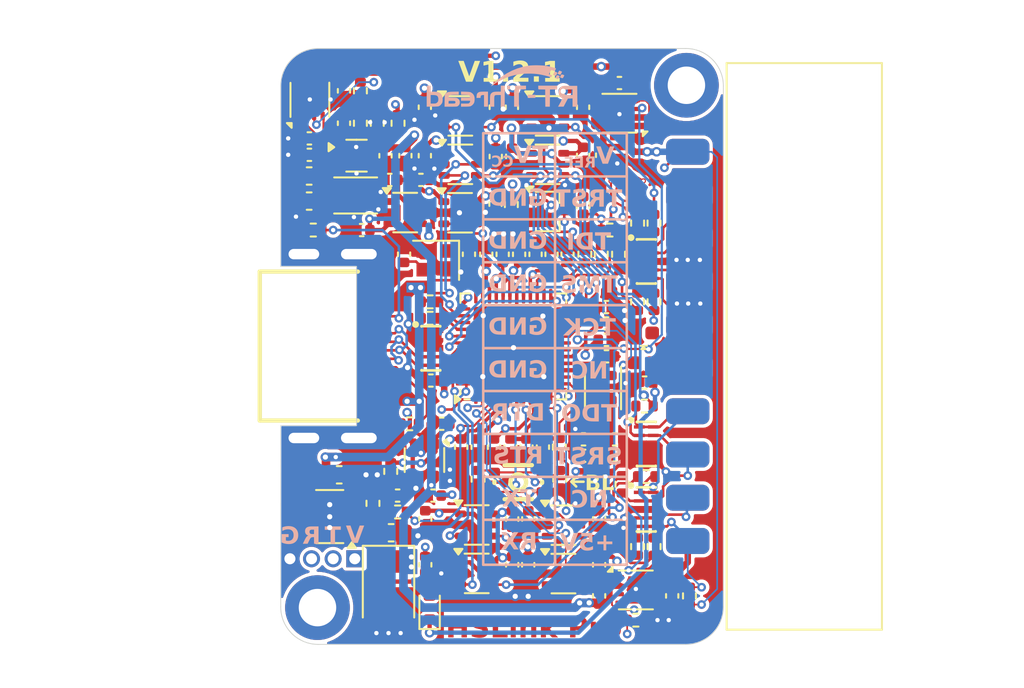
<source format=kicad_pcb>
(kicad_pcb (version 20241229) (generator "pcbnew") (generator_version "9.0")
  (layers (0 "F.Cu" signal) (4 "In1.Cu" power) (6 "In2.Cu" signal) (2 "B.Cu" signal) (13 "F.Paste" user) (15 "B.Paste" user) (5 "F.SilkS" user "F.Silkscreen") (7 "B.SilkS" user "B.Silkscreen") (1 "F.Mask" user) (3 "B.Mask" user) (25 "Edge.Cuts" user))
  (net 0 "")
  (net 1 "GND")
  (net 2 "Net-(U1A-VDD_PMCCAP)")
  (net 3 "Net-(U1A-VDD_OTPCAP)")
  (net 4 "+3V3")
  (net 5 "VDD_SOC")
  (net 6 "/XIN")
  (net 7 "/XOUT")
  (net 8 "/NRST")
  (net 9 "VEE")
  (net 10 "+5V")
  (net 11 "/Power/TRANS_FB")
  (net 12 "/Power/TRANS_VREF")
  (net 13 "Net-(C52-Pad1)")
  (net 14 "Net-(U13-+)")
  (net 15 "VBUS")
  (net 17 "/BOOT0")
  (net 18 "/Interface /UART_RTS")
  (net 19 "/Interface /UART_TX")
  (net 20 "/Interface /SWDIO{slash}TMS")
  (net 21 "/Interface /<NO NET>")
  (net 23 "+5V_OUT")
  (net 24 "/Interface /SRST")
  (net 25 "/Interface /UART_DTR")
  (net 26 "/Interface /SWCLK{slash}TCK")
  (net 28 "/Interface /TDO")
  (net 29 "/Interface /UART_RX")
  (net 30 "TRANS_VCC_OUT")
  (net 31 "/Interface /TRST")
  (net 32 "/VREF")
  (net 34 "Net-(J2-CC1)")
  (net 36 "/USB_D-")
  (net 37 "/USB_D+")
  (net 38 "Net-(J2-CC2)")
  (net 39 "/BOOT1")
  (net 40 "Net-(U1A-DCDC_LP)")
  (net 41 "/P_EN")
  (net 42 "Net-(D1-VDD)")
  (net 43 "/TRANS_PWM")
  (net 44 "/ADC_VREF")
  (net 45 "/ADC_TVCC")
  (net 46 "Net-(U14-SET)")
  (net 47 "/TRST")
  (net 48 "/SPI_CS")
  (net 49 "/WS2812")
  (net 50 "/SRST")
  (net 51 "/TDO")
  (net 52 "/UART_RX")
  (net 53 "Net-(U10-SW)")
  (net 55 "/UART_RTS")
  (net 56 "/UART_DTR")
  (net 57 "/SWDIO{slash}TMS")
  (net 58 "/SWCLK{slash}TCK")
  (net 59 "/TDI")
  (net 61 "/SWDIO_DIR")
  (net 62 "/UART_TX")
  (net 63 "Net-(U1B-PA28{slash}I2C3.SDA{slash}SPI1.MISO{slash}XPI0.CA_D0{slash}TRGM0.P04)")
  (net 64 "Net-(U1B-PA29{slash}I2C3.SCL{slash}SPI1.MOSI{slash}XPI0.CA_D2{slash}TRGM0.P05{slash}USB0.OC)")
  (net 66 "/ISP_RX")
  (net 67 "/ISP_TX")
  (net 68 "Net-(U2-B)")
  (net 69 "Net-(U3-B)")
  (net 70 "Net-(U4-B)")
  (net 71 "Net-(U5-B)")
  (net 72 "Net-(U6-B)")
  (net 73 "/PORT_EN")
  (net 74 "Net-(U8-B)")
  (net 75 "Net-(U9-B)")
  (net 76 "Net-(U11-B)")
  (net 77 "Net-(U12-B)")
  (net 81 "TRANS_VCC")
  (footprint "Capacitor_SMD:C_0402_1005Metric" (layer "F.Cu") (at 94.5134 33.274 180)
    (property "Reference" "C47")
    (property "Value" "0.1u")
  )
  (footprint "My USB Connector:USB-C-SMD_CX90M-16P" (layer "F.Cu") (at 96.115 44.507283 -90)
    (property "Reference" "J2" (hide yes))
    (property "Value" "USB_C_Receptacle_USB2.0")
  )
  (footprint "Capacitor_SMD:C_0402_1005Metric" (layer "F.Cu") (at 103.4288 50.4444 -90)
    (property "Reference" "C18")
    (property "Value" "0.1u")
  )
  (footprint "Resistor_SMD:R_0402_1005Metric" (layer "F.Cu") (at 109.22 52.324 -90)
    (property "Reference" "R17")
    (property "Value" "10k")
  )
  (footprint "Package_TO_SOT_SMD:SOT-353_SC-70-5" (layer "F.Cu") (at 101.2724 51.2064 -90)
    (property "Reference" "U13")
    (property "Value" "LMV321")
  )
  (footprint "Capacitor_SMD:C_0402_1005Metric" (layer "F.Cu") (at 110.617 50.9524 180)
    (property "Reference" "C7" (hide yes))
    (property "Value" "22u")
  )
  (footprint "Resistor_SMD:R_0402_1005Metric" (layer "F.Cu") (at 99.7204 31.4198 90)
    (property "Reference" "R5")
    (property "Value" "100k")
  )
  (footprint "Capacitor_SMD:C_0402_1005Metric" (layer "F.Cu") (at 111.7092 33.2994 -90)
    (property "Reference" "C61")
    (property "Value" "1u")
  )
  (footprint "Resistor_SMD:R_0402_1005Metric" (layer "F.Cu") (at 110.6932 39.116 90)
    (property "Reference" "R10")
    (property "Value" "100k")
  )
  (footprint "ESD-TVS:DFN-10_L2.5-W1.0-P0.50-BL-A" (layer "F.Cu") (at 114.3 54.102 -90)
    (property "Reference" "U18")
    (property "Value" "ESD0524P")
  )
  (footprint "Package_TO_SOT_SMD:SOT-363_SC-70-6" (layer "F.Cu") (at 108.5088 33.8328)
    (property "Reference" "U2")
    (property "Value" "SN74LVC1T45DCK")
  )
  (footprint "Capacitor_SMD:C_0402_1005Metric" (layer "F.Cu") (at 105.3592 50.4444 -90)
    (property "Reference" "C17")
    (property "Value" "0.1u")
  )
  (footprint "Package_TO_SOT_SMD:SOT-363_SC-70-6" (layer "F.Cu") (at 109.4384 57.8716)
    (property "Reference" "U9")
    (property "Value" "SN74LVC1T45DCK")
  )
  (footprint "Capacitor_SMD:C_0402_1005Metric" (layer "F.Cu") (at 106.8324 39.1186 90)
    (property "Reference" "C11")
    (property "Value" "0.1u")
  )
  (footprint "Crystal:Crystal_SMD_2016-4Pin_2.0x1.6mm" (layer "F.Cu") (at 101.9556 39.4716 180)
    (property "Reference" "Y1")
    (property "Value" "24M")
  )
  (footprint "LOGO" (layer "F.Cu") (at 113.1824 35.3568)
    (property "Reference" "G***" (hide yes))
    (property "Value" "LOGO" (hide yes))
  )
  (footprint "Resistor_SMD:R_0402_1005Metric" (layer "F.Cu") (at 99.6976 54.2544 180)
    (property "Reference" "R7")
    (property "Value" "88.7k")
  )
  (footprint "Capacitor_SMD:C_0402_1005Metric" (layer "F.Cu") (at 111.5314 59.182 90)
    (property "Reference" "C51")
    (property "Value" "1u")
  )
  (footprint "Capacitor_SMD:C_0402_1005Metric" (layer "F.Cu") (at 107.3658 57.3532 90)
    (property "Reference" "C44")
    (property "Value" "0.1u")
  )
  (footprint "Capacitor_SMD:C_0402_1005Metric" (layer "F.Cu") (at 111.9632 44.1452)
    (property "Reference" "C4")
    (property "Value" "10u")
  )
  (footprint "Capacitor_SMD:C_0402_1005Metric" (layer "F.Cu") (at 111.5364 54.6608 -90)
    (property "Reference" "C37")
    (property "Value" "0.1u")
  )
  (footprint "Resistor_SMD:R_0402_1005Metric" (layer "F.Cu") (at 104.4194 52.324 -90)
    (property "Reference" "R18")
    (property "Value" "10k")
  )
  (footprint "Package_TO_SOT_SMD:SOT-363_SC-70-6" (layer "F.Cu") (at 103.378 33.8328)
    (property "Reference" "U3")
    (property "Value" "SN74LVC1T45DCK")
  )
  (footprint "Resistor_SMD:R_0402_1005Metric" (layer "F.Cu") (at 101.6 42.8752)
    (property "Reference" "R22" (hide yes))
    (property "Value" "22R")
  )
  (footprint "Capacitor_SMD:C_0402_1005Metric" (layer "F.Cu") (at 107.3708 54.6608 90)
    (property "Reference" "C36")
    (property "Value" "0.1u")
  )
  (footprint "Diode_SMD:D_SOD-523" (layer "F.Cu") (at 101.5746 59.8678 90)
    (property "Reference" "D2")
    (property "Value" "1N5819")
  )
  (footprint "Capacitor_SMD:C_0402_1005Metric" (layer "F.Cu") (at 98.9838 33.3274 -90)
    (property "Reference" "C34" (hide yes))
    (property "Value" "0.1u")
  )
  (footprint "Capacitor_SMD:C_0402_1005Metric" (layer "F.Cu") (at 111.9632 42.2148)
    (property "Reference" "C1")
    (property "Value" "0.1u")
  )
  (footprint "Capacitor_SMD:C_0402_1005Metric" (layer "F.Cu") (at 99.2352 34.7472 180)
    (property "Reference" "C49")
    (property "Value" "1u")
  )
  (footprint "Inductor_SMD:L_Murata_DFE201610P" (layer "F.Cu") (at 111.76 46.9646 90)
    (property "Reference" "L1")
    (property "Value" "4.7uH")
  )
  (footprint "Package_TO_SOT_SMD:SOT-363_SC-70-6" (layer "F.Cu") (at 103.378 30.988)
    (property "Reference" "U6")
    (property "Value" "SN74LVC1T45DCK")
  )
  (footprint "Resistor_SMD:R_0402_1005Metric" (layer "F.Cu") (at 94.742 37.6936 180)
    (property "Reference" "R14")
    (property "Value" "5.1k")
  )
  (footprint "Resistor_SMD:R_0402_1005Metric" (layer "F.Cu") (at 113.792 41.91 90)
    (property "Reference" "R25")
    (property "Value" "22R")
  )
  (footprint "Package_TO_SOT_SMD:SOT-363_SC-70-6" (layer "F.Cu") (at 104.3432 57.8612)
    (property "Reference" "U12")
    (property "Value" "SN74LVC1T45DCK")
  )
  (footprint "MountingHole:MountingHole_2.2mm_M2_DIN965_Pad_TopBottom" (layer "F.Cu") (at 116.66 29.19)
    (property "Reference" "REF**" (hide yes))
    (property "Value" "MountingHole_2.2mm_M2_DIN965_Pad_TopBottom")
  )
  (footprint "Capacitor_SMD:C_0402_1005Metric" (layer "F.Cu") (at 105.4456 36.1696 -90)
    (property "Reference" "C33")
    (property "Value" "0.1u")
  )
  (footprint "Capacitor_SMD:C_0402_1005Metric" (layer "F.Cu") (at 101.6508 46.5328 180)
    (property "Reference" "C19")
    (property "Value" "0.1u")
  )
  (footprint "Capacitor_SMD:C_0402_1005Metric" (layer "F.Cu") (at 103.886 39.116 90)
    (property "Reference" "C21")
    (property "Value" "15p")
  )
  (footprint "Capacitor_SMD:C_0402_1005Metric" (layer "F.Cu") (at 105.8672 39.1186 90)
    (property "Reference" "C20")
    (property "Value" "0.1u")
  )
  (footprint "Resistor_SMD:R_0402_1005Metric" (layer "F.Cu") (at 98.5012 31.4198 90)
    (property "Reference" "R6")
    (property "Value" "15.8k")
  )
  (footprint "Capacitor_SMD:C_0402_1005Metric" (layer "F.Cu") (at 107.7976 39.1186 90)
    (property "Reference" "C12")
    (property "Value" "0.1u")
  )
  (footprint "Resistor_SMD:R_0402_1005Metric" (layer "F.Cu") (at 113.792 56.2864 90)
    (property "Reference" "R30")
    (property "Value" "100R")
  )
  (footprint "Capacitor_SMD:C_0402_1005Metric" (layer "F.Cu") (at 101.7778 53.2892 180)
    (property "Reference" "C53")
    (property "Value" "0.1u")
  )
  (footprint "Capacitor_SMD:C_0402_1005Metric" (layer "F.Cu") (at 101.064 34.7472 180)
    (property "Reference" "C32")
    (property "Value" "0.1u")
  )
  (footprint "Package_TO_SOT_SMD:SOT-23-5" (layer "F.Cu") (at 95.707202 54.522499 180)
    (property "Reference" "U14")
    (property "Value" "MT9700")
  )
  (footprint "Capacitor_SMD:C_0402_1005Metric" (layer "F.Cu") (at 111.5314 57.3532 -90)
    (property "Reference" "C45")
    (property "Value" "0.1u")
  )
  (footprint "Package_TO_SOT_SMD:SOT-353_SC-70-5" (layer "F.Cu") (at 100.142 36.6672)
    (property "Reference" "U19" (hide yes))
    (property "Value" "ME6211C33R5")
  )
  (footprint "Capacitor_SMD:C_0402_1005Metric" (layer "F.Cu") (at 106.3244 50.4444 -90)
    (property "Reference" "C6")
    (property "Value" "4.7u")
  )
  (footprint "Capacitor_SMD:C_0603_1608Metric" (layer "F.Cu") (at 96.266 52.07)
    (property "Reference" "C56")
    (property "Value" "10u")
  )
  (footprint "Capacitor_SMD:C_0402_1005Metric" (layer "F.Cu") (at 100.1522 33.3248 -90)
    (property "Reference" "C40")
    (property "Value" "4.7u")
  )
  (footprint "Resistor_SMD:R_0402_1005Metric" (layer "F.Cu") (at 111.6584 39.116 -90)
    (property "Reference" "R9")
    (property "Value" "100k")
  )
  (footprint "Capacitor_SMD:C_0402_1005Metric" (layer "F.Cu") (at 106.4108 30.48 90)
    (property "Reference" "C26")
    (property "Value" "0.1u")
  )
  (footprint "Package_SON:WSON-8-1EP_2x2mm_P0.5mm_EP0.9x1.6mm" (layer "F.Cu") (at 112.7252 30.8316 180)
    (property "Reference" "U21" (hide yes))
    (property "Value" "TPS22965")
  )
  (footprint "Resistor_SMD:R_0402_1005Metric" (layer "F.Cu") (at 97.5106 29.5148 -90)
    (property "Reference" "R2")
    (property "Value" "100k")
  )
  (footprint "Resistor_SMD:R_0402_1005Metric" (layer "F.Cu") (at 113.6904 60.6044)
    (property "Reference" "R21")
    (property "Value" "100k")
  )
  (footprint "Capacitor_SMD:C_0402_1005Metric" (layer "F.Cu") (at 106.426 33.3652 90)
    (property "Reference" "C28")
    (property "Value" "0.1u")
  )
  (footprint "Resistor_SMD:R_0402_1005Metric" (layer "F.Cu") (at 109.1964 50.4444 90)
    (property "Reference" "R1")
    (property "Value" "10k")
  )
  (footprint "Capacitor_SMD:C_0402_1005Metric" (layer "F.Cu") (at 104.902 39.1186 90)
    (property "Reference" "C14")
    (property "Value" "0.1u")
  )
  (footprint "Resistor_SMD:R_0402_1005Metric" (layer "F.Cu") (at 100.4036 49.0728 180)
    (property "Reference" "R15")
    (property "Value" "5.1k")
  )
  (footprint "Package_TO_SOT_SMD:SOT-363_SC-70-6" (layer "F.Cu") (at 109.4384 55.0268)
    (property "Reference" "U8")
    (property "Value" "SN74LVC1T45DCK")
  )
  (footprint "Capacitor_SMD:C_0603_1608Metric" (layer "F.Cu") (at 99.314 55.4736 180)
    (property "Reference" "C55")
    (property "Value" "10u")
  )
  (footprint "Resistor_SMD:R_0402_1005Metric" (layer "F.Cu") (at 113.792 37.2872 -90)
    (property "Reference" "R27")
    (property "Value" "22R")
  )
  (footprint "MountingHole:MountingHole_2.2mm_M2_DIN965_Pad_TopBottom" (layer "F.Cu") (at 94.99 59.87)
    (property "Reference" "REF**" (hide yes))
    (property "Value" "MountingHole_2.2mm_M2_DIN965_Pad_TopBottom")
  )
  (footprint "Package_TO_SOT_SMD:SOT-363_SC-70-6" (layer "F.Cu") (at 108.5088 30.988)
    (property "Reference" "U5")
    (property "Value" "SN74LVC1T45DCK")
  )
  (footprint "Capacitor_SMD:C_0402_1005Metric" (layer "F.Cu") (at 108.7374 39.1186 90)
    (property "Reference" "C15")
    (property "Value" "0.1u")
  )
  (footprint "Capacitor_SMD:C_0402_1005Metric" (layer "F.Cu") (at 112.7252 29.0576 180)
    (property "Reference" "C60")
    (property "Value" "1u")
  )
  (footprint "Capacitor_SMD:C_0402_1005Metric" (layer "F.Cu") (at 109.6772 39.116 90)
    (property "Reference" "C16")
    (property "Value" "0.1u")
  )
  (footprint "Capacitor_SMD:C_0402_1005Metric" (layer "F.Cu") (at 107.266 50.4472 -90)
    (property "Reference" "C3")
    (property "Value" "0.1u")
  )
  (footprint "Connector_PinHeader_1.27mm:PinHeader_1x04_P1.27mm_Vertical" (layer "F.Cu") (at 97.1804 57.0012 -90)
    (property "Reference" "J3" (hide yes))
    (property "Value" "Header 1.27 4P")
  )
  (footprint "Resistor_SMD:R_0402_1005Metric" (layer "F.Cu") (at 98.2472 53.7464 90)
    (property "Reference" "R16")
    (property "Value" "4.7k")
  )
  (footprint "Capacitor_SMD:C_0402_1005Metric" (layer "F.Cu") (at 101.3206 57.3532 90)
    (property "Reference" "C38")
    (property "Value" "0.1u")
  )
  (footprint "Package_SON:WSON-8-1EP_2x2mm_P0.5mm_EP0.9x1.6mm" (layer "F.Cu") (at 94.5428 30.038 90)
    (property "Reference" "U7" (hide yes))
    (property "Value" "TPS22965")
  )
  (footprint "Resistor_SMD:R_0402_1005Metric" (layer "F.Cu") (at 114.7572 41.91 90)
    (property "Reference" "R24")
    (property "Value" "22R")
  )
  (footprint "Capacitor_SMD:C_0402_1005Metric" (layer "F.Cu") (at 96.5454 29.5148 -90)
    (property "Reference" "C63")
    (property "Value" "1u")
  )
  (footprint "Capacitor_SMD:C_0402_1005Metric" (layer "F.Cu") (at 114.203 46.6504 180)
    (property "Reference" "C57")
    (property "Value" "0.1u")
  )
  (footprint "Resistor_SMD:R_0402_1005Metric" (layer "F.Cu") (at 97.5106 31.4198 -90)
    (property "Reference" "R4")
    (property "Value" "100k")
  )
  (footprint "ESD-TVS:DFN-10_L2.5-W1.0-P0.50-BL-A" (layer "F.Cu") (at 101.6508 44.6388 -90)
    (property "Reference" "U15")
    (property "Value" "ESD0524P")
  )
  (footprint "Capacitor_SMD:C_0402_1005Metric" (layer "F.Cu") (at 110.5916 30.48 -90)
    (property "Reference" "C27")
    (property "Value" "0.1u")
  )
  (footprint "Resistor_SMD:R_0402_1005Metric" (layer "F.Cu") (at 116.84 59.182 -90)
    (property "Reference" "R19" (hide yes))
    (property "Value" "100k")
  )
  (footprint "Resistor_SMD:R_0402_1005Metric" (layer "F.Cu") (at 114.1984 48.0314 180)
    (property "Reference" "R26")
    (property "Value" "22R")
  )
  (footprint "Resistor_SMD:R_0402_1005Metric" (layer "F.Cu") (at 112.6744 39.116 -90)
    (property "Reference" "R12")
    (property "Value" "100k")
  )
  (footprint "LOGO" (layer "F.Cu") (at 113.1824 35.3568)
    (property "Reference" "G***" (hide yes))
    (property "Value" "LOGO" (hide yes))
  )
  (footprint "Resistor_SMD:R_0402_1005Metric" (layer "F.Cu") (at 112.8776 52.6288 -90)
    (property "Reference" "R33")
    (property "Value" "100R")
  )
  (footprint "Inductor_SMD:L_Murata_DFE201610P" (layer "F.Cu") (at 97.2312 35.6616 180)
    (property "Reference" "L2")
    (property "Value" "2.2uH")
  )
  (footprint "Capacitor_SMD:C_0402_1005Metric" (layer "F.Cu") (at 101.2952 33.3248 90)
    (property "Reference" "C30")
    (property "Value" "0.1u")
  )
  (footprint "Capacitor_SMD:C_0402_1005Metric" (layer "F.Cu") (at 110.5916 33.3144 -90)
    (property "Reference" "C29")
    (property "Value" "0.1u")
  )
  (footprint "Capacitor_SMD:C_0402_1005Metric" (layer "F.Cu") (at 106.426 54.668 -90)
    (property "Reference" "C43")
    (property "Value" "0.1u")
  )
  (footprint "Capacitor_SMD:C_0603_1608Metric" (layer "F.Cu") (at 94.5004 35.9918 180)
    (property "Reference" "C41")
    (property "Value" "22u")
  )
  (footprint "connector:Conn_02x10_IDC_SMD" (layer "F.Cu") (at 116.7384 33.0968 -90)
    (property "Reference" "J1")
    (property "Value" "IDC 2x10p 夹板")
  )
  (footprint "Capacitor_SMD:C_0402_1005Metric" (layer "F.Cu") (at 106.426 57.3532 -90)
    (property "Reference" "C39")
    (property "Value" "0.1u")
  )
  (footprint "LOGO" (layer "F.Cu") (at 135.4074 36.3728)
    (property "Reference" "G***" (hide yes))
    (property "Value" "LOGO" (hide yes))
  )
  (footprint "Package_TO_SOT_SMD:SOT-363_SC-70-6" (layer "F.Cu") (at 104.3432 55.0164)
    (property "Reference" "U11")
    (property "Value" "SN74LVC1T45DCK")
  )
  (footprint "Resistor_SMD:R_0402_1005Metric" (layer "F.Cu") (at 114.7572 37.2872 -90)
    (property "Reference" "R28")
    (property "Value" "100R")
  )
  (footprint "Capacitor_SMD:C_0402_1005Metric" (layer "F.Cu") (at 112.4432 49.9872)
    (property "Reference" "C9")
    (property "Value" "10u")
  )
  (footprint "Resistor_SMD:R_0402_1005Metric" (layer "F.Cu") (at 99.2912 51.8668 90)
    (property "Reference" "R8")
    (property "Value" "150k")
  )
  (footprint "Capacitor_Tantalum_SMD:CP_EIA-3528-21_Kemet-B" (layer "F.Cu") (at 99.1616 58.6994 -90)
    (property "Reference" "C58")
    (property "Value" "100u")
  )
  (footprint "Capacitor_SMD:C_0402_1005Metric" (layer "F.Cu") (at 111.9632 45.1104)
    (property "Reference" "C5")
    (property "Value" "0.1u")
  )
  (footprint "Resistor_SMD:R_0402_1005Metric" (layer "F.Cu") (at 112.1664 37.6936)
    (property "Reference" "R11")
    (property "Value" "100k")
  )
  (footprint "MyLED:LED_WS2812_0807" (layer "F.Cu") (at 114.1588 44.6282 -90)
    (property "Reference" "D1")
    (property "Value" "WS2812B")
  )
  (footprint "Package_TO_SOT_SMD:SOT-323_SC-70" (layer "F.Cu") (at 108.4834 36.6023)
    (property "Reference" "Q1" (hide yes))
    (property "Value" "2N7002")
  )
  (footprint "ESD-TVS:DFN-10_L2.5-W1.0-P0.50-BL-A" (layer "F.Cu") (at 114.3046 39.5384 -90)
    (property "Reference" "U16")
    (property "Value" "ESD0524P")
  )
  (footprint "Capacitor_SMD:C_0402_1005Metric" (layer "F.Cu") (at 105.4608 33.3756 -90)
    (property "Reference" "C31")
    (property "Value" "0.1u")
  )
  (footprint "Resistor_SMD:R_0402_1005Metric" (layer "F.Cu") (at 106.3752 36.195 -90)
    (property "Reference" "R3")
    (property "Value" "100k")
  )
  (footprint "Capacitor_SMD:C_0402_1005Metric" (layer "F.Cu") (at 96.5454 31.4198 -90)
    (property "Reference" "C50")
    (property "Value" "6.8p")
  )
  (footprint "Capacitor_SMD:C_0402_1005Metric" (layer "F.Cu") (at 97.5868 37.6936 180)
    (property "Reference" "C48")
    (property "Value" "1u")
  )
  (footprint "Package_TO_SOT_SMD:SOT-363_SC-70-6" (layer "F.Cu") (at 103.3628 36.6776)
    (property "Reference" "U4")
    (property "Value" "SN74LVC1T45DCK")
  )
  (footprint "Package_TO_SOT_SMD:SOT-563" (layer "F.Cu") (at 97.282 33.3248)
    (property "Reference" "U10")
    (property "Value" "TLV62568DRL")
  )
  (footprint "Capacitor_SMD:C_0402_1005Metric" (layer "F.Cu") (at 102.2832 49.0728 180)
    (property "Reference" "C54")
    (property "Value" "1n")
  )
  (footprint "Package_DFN_QFN:QFN-48-1EP_6x6mm_P0.4mm_EP4.2x4.2mm" (layer "F.Cu") (at 106.4924 44.5268 90)
    (property "Reference" "U1")
    (property "Value" "HPM5301IEG1")
  )
  (footprint "Capacitor_SMD:C_0402_1005Metric" (layer "F.Cu") (at 115.824 59.182 -90)
    (property "Reference" "C59")
    (property "Value" "1u")
  )
  (footprint "LOGO" (layer "F.Cu") (at 123.7742 38.9382)
    (property "Reference" "G***" (hide yes))
    (property "Value" "LOGO" (hide yes))
  )
  (footprint "Capacitor_SMD:C_0402_1005Metric" (layer "F.Cu") (at 110.6144 49.9872 180)
    (property "Reference" "C10")
    (property "Value" "0.1u")
  )
  (footprint "Resistor_SMD:R_0402_1005Metric" (layer "F.Cu") (at 110.5916 36.2458 90)
    (property "Reference" "R13")
    (property "Value" "1k")
  )
  (footprint "Capacitor_SMD:C_0402_1005Metric" (layer "F.Cu") (at 105.4608 30.48 -90)
    (property "Reference" "C25")
    (property "Value" "0.1u")
  )
  (footprint "Capacitor_SMD:C_0402_1005Metric" (layer "F.Cu") (at 112.4458 50.927)
    (property "Reference" "C8" (hide yes))
    (property "Value" "22u")
  )
  (footprint "Capacitor_SMD:C_0402_1005Metric" (layer "F.Cu") (at 104.394 50.4444 -90)
    (property "Reference" "C13")
    (property "Value" "0.1u")
  )
  (footprint "Package_SON:WSON-8-1EP_2x2mm_P0.5mm_EP0.9x1.6mm" (layer "F.Cu") (at 113.6904 58.8328)
    (property "Reference" "U22" (hide yes))
    (property "Value" "TPS22965")
  )
  (footprint "Resistor_SMD:R_0402_1005Metric" (layer "F.Cu") (at 114.3 52.1716)
    (property "Reference" "R32")
    (property "Value" "100R")
  )
  (footprint "Resistor_SMD:R_0402_1005Metric" (layer "F.Cu") (at 101.6 41.91)
    (property "Reference" "R23" (hide yes))
    (property "Value" "22R")
  )
  (footprint "Capacitor_SMD:C_0402_1005Metric" (layer "F.Cu") (at 100.076 39.116 90)
    (property "Reference" "C22")
    (property "Value" "15p")
  )
  (footprint "Capacitor_SMD:C_0402_1005Metric" (layer "F.Cu") (at 101.2952 30.48 90)
    (property "Reference" "C24")
    (property "Value" "0.1u")
  )
  (footprint "Capacitor_SMD:C_0402_1005Metric" (layer "F.Cu") (at 99.6976 53.2892)
    (property "Reference" "C52")
    (property "Value" "1n")
  )
  (footprint "Capacitor_SMD:C_0402_1005Metric" (layer "F.Cu") (at 101.3206 54.6608 90)
    (property "Reference" "C42")
    (property "Value" "0.1u")
  )
  (footprint "Capacitor_SMD:C_0603_1608Metric" (layer "F.Cu") (at 94.5004 34.5186 180)
    (property "Reference" "C46")
    (property "Value" "22u")
  )
  (footprint "Capacitor_SMD:C_0402_1005Metric" (layer "F.Cu") (at 111.9632 43.18)
    (property "Reference" "C2")
    (property "Value" "4.7u")
  )
  (footprint "Capacitor_SMD:C_0402_1005Metric" (layer "F.Cu") (at 94.5134 32.3088 180)
    (property "Reference" "C62")
    (property "Value" "1u")
  )
  (footprint "Capacitor_SMD:C_0402_1005Metric" (layer "F.Cu") (at 108.2312 50.4444 -90)
    (property "Reference" "C23")
    (property "Value" "0.1u")
  )
  (footprint "Resistor_SMD:R_0402_1005Metric" (layer "F.Cu") (at 114.7572 56.2864 90)
    (property "Reference" "R31")
    (property "Value" "100R")
  )
  (footprint "ESD-TVS:DFN-10_L2.5-W1.0-P0.50-BL-A" (layer "F.Cu") (at 114.3046 50.2572 -90)
    (property "Reference" "U17")
    (property "Value" "ESD0524P")
  )
  (footprint "My Switch:SW-SMD_4P-L2.8-W1.9-P1.20-LS3.0_1TS028A" (layer "F.Cu") (at 106.7816 52.5018)
    (property "Reference" "SW1" (hide yes))
    (property "Value" "1TS028A-1900-0600-CT")
  )
  (footprint "LOGO" (layer "B.Cu") (at 105.854795 29.48 180)
    (property "Reference" "G***" (hide yes))
    (property "Value" "LOGO" (hide yes))
  )
  (gr_poly (pts (xy 99.822 47.9806) (xy 99.314 47.4726) (xy 99.822 47.4726)) (stroke (width 0.0762)) (fill yes) (layer "F.Cu") (net 15))
  (gr_poly (pts (xy 99.9236 56.4896) (xy 99.9236 57.8358) (xy 100.7872 57.8358) (xy 100.7872 56.4896)) (stroke (width 0.127)) (fill yes) (layer "F.Cu") (net 10))
  (gr_poly (pts (xy 97.46 46.58) (xy 97.46 47.45) (xy 99.8474 47.4472) (xy 99.8474 46.5836)) (stroke (width 0.0762)) (fill yes) (layer "F.Cu") (net 15))
  (gr_poly (pts (xy 110.7186 51.2572) (xy 110.6424 47.3456) (xy 112.3442 47.3456) (xy 112.3442 51.2572) (xy 112.1918 51.4096) (xy 110.871 51.4096)) (stroke (width 0.2)) (fill yes) (layer "F.Cu") (net 5))
  (gr_poly (pts (xy 99.8474 46.5836) (xy 101.0158 47.752) (xy 100.8888 47.879) (xy 99.8474 47.879)) (stroke (width 0.0762)) (fill yes) (layer "F.Cu") (net 15))
  (gr_poly (pts (xy 97.45 42.42) (xy 97.45 41.58) (xy 99.3648 41.5798) (xy 100.203 40.7416) (xy 100.2284 40.7162) (xy 101.4476 40.7162) (xy 101.4476 41.3512) (xy 100.7364 41.3512) (xy 100.457 41.6306) (xy 100.457 42.2402) (xy 100.2792 42.418)) (stroke (width 0.1016)) (fill yes) (layer "F.Cu") (net 15))
  (gr_poly (pts (xy 99.822 47.4472) (xy 99.822 47.9806) (xy 101.1428 47.9806) (xy 101.1428 47.5996) (xy 100.9904 47.4472)) (stroke (width 0.0762)) (fill yes) (layer "F.Cu") (net 15))
  (gr_poly (pts (xy 99.9236 56.4896) (xy 99.9236 57.8358) (xy 100.7872 57.8358) (xy 100.7872 56.4896)) (stroke (width 0.127)) (fill yes) (layer "B.Cu") (net 10))
  (gr_poly (pts (xy 100.2284 40.7924) (xy 100.2284 41.3512) (xy 101.2444 41.3512) (xy 101.2444 40.7924)) (stroke (width 0.0254)) (fill yes) (layer "B.Cu") (net 15))
  (gr_line (start 110.1852 52.7558) (end 109.9058 52.4764) (stroke (width 0.15)) (layer "F.SilkS"))
  (gr_line (start 109.9058 52.4764) (end 110.1852 52.197) (stroke (width 0.15)) (layer "F.SilkS"))
  (gr_line (start 110.617 52.4764) (end 109.9058 52.4764) (stroke (width 0.15)) (layer "F.SilkS"))
  (gr_line (start 108.9406 32.004) (end 108.9406 57.3532) (stroke (width 0.15)) (layer "B.SilkS"))
  (gr_line (start 113.157 39.5859) (end 104.7242 39.5859) (stroke (width 0.15)) (layer "B.SilkS"))
  (gr_line (start 113.157 34.544) (end 104.7242 34.544) (stroke (width 0.15)) (layer "B.SilkS"))
  (gr_line (start 113.157 32.004) (end 113.157 57.3532) (stroke (width 0.15)) (layer "B.SilkS"))
  (gr_line (start 113.157 52.19065) (end 104.7242 52.19065) (stroke (width 0.15)) (layer "B.SilkS"))
  (gr_line (start 113.157 42.10685) (end 104.7242 42.10685) (stroke (width 0.15)) (layer "B.SilkS"))
  (gr_line (start 104.7242 57.3532) (end 104.7242 32.004) (stroke (width 0.15)) (layer "B.SilkS"))
  (gr_line (start 113.157 54.7116) (end 104.7242 54.7116) (stroke (width 0.15)) (layer "B.SilkS"))
  (gr_line (start 113.157 44.6278) (end 104.7242 44.6278) (stroke (width 0.15)) (layer "B.SilkS"))
  (gr_line (start 113.157 57.3532) (end 104.7242 57.3532) (stroke (width 0.15)) (layer "B.SilkS"))
  (gr_line (start 113.157 49.6697) (end 104.7242 49.6697) (stroke (width 0.15)) (layer "B.SilkS"))
  (gr_line (start 113.157 47.14875) (end 104.7242 47.14875) (stroke (width 0.15)) (layer "B.SilkS"))
  (gr_line (start 113.157 37.06495) (end 104.7242 37.06495) (stroke (width 0.15)) (layer "B.SilkS"))
  (gr_line (start 113.157 32.004) (end 104.7242 32.004) (stroke (width 0.15)) (layer "B.SilkS"))
  (gr_line (start 97.282 49.184774) (end 92.8376 49.184774) (stroke (width 0.05)) (layer "Edge.Cuts"))
  (gr_line (start 92.8376 49.184774) (end 92.830001 59.828429) (stroke (width 0.05)) (layer "Edge.Cuts"))
  (gr_arc (start 118.83 59.83) (mid 118.185635 61.385635) (end 116.63 62.03) (stroke (width 0.05)) (layer "Edge.Cuts"))
  (gr_line (start 97.282 39.8272) (end 97.282 49.184774) (stroke (width 0.05)) (layer "Edge.Cuts"))
  (gr_line (start 116.63 62.03) (end 95.03 62.03) (stroke (width 0.05)) (layer "Edge.Cuts"))
  (gr_arc (start 95.03 62.03) (mid 93.474365 61.385635) (end 92.830001 59.828429) (stroke (width 0.05)) (layer "Edge.Cuts"))
  (gr_line (start 92.83 29.23) (end 92.83 39.8272) (stroke (width 0.05)) (layer "Edge.Cuts"))
  (gr_arc (start 116.63 27.03) (mid 118.185635 27.674365) (end 118.83 29.23) (stroke (width 0.05)) (layer "Edge.Cuts"))
  (gr_line (start 92.83 39.8272) (end 97.282 39.8272) (stroke (width 0.05)) (layer "Edge.Cuts"))
  (gr_line (start 118.83 29.23) (end 118.83 59.83) (stroke (width 0.05)) (layer "Edge.Cuts"))
  (gr_line (start 95.03 27.03) (end 116.63 27.03) (stroke (width 0.05)) (layer "Edge.Cuts"))
  (gr_arc (start 92.83 29.23) (mid 93.474365 27.674365) (end 95.03 27.03) (stroke (width 0.05)) (layer "Edge.Cuts"))
  (gr_text "HSLink Pro" (at 102.5144 61.8236 0) (layer "F.Cu") (effects (font (size 1.2 1.2) (thickness 0.3) (bold yes)) (justify left bottom)))
  (gr_text "BL" (at 110.690059 53.119199 0) (layer "F.SilkS") (effects (font (size 0.889 0.889)) (justify left bottom)))
  (gr_text "V1.2.1" (at 103.251362 29.1846 0) (layer "F.SilkS") (effects (font (size 1.2 1.2)) (justify left bottom)))
  (gr_text "NC" (at 112.0648 54.152798 0) (layer "B.SilkS") (effects (font (size 1 1)) (justify left bottom mirror)))
  (gr_text "SRST" (at 112.900599 51.629732 0) (layer "B.SilkS") (effects (font (size 1 1)) (justify left bottom mirror)))
  (gr_text "G" (at 93.9292 56.29 0) (layer "B.SilkS") (effects (font (size 1 1)) (justify left bottom mirror)))
  (gr_text "GND" (at 108.497109 46.5328 0) (layer "B.SilkS") (effects (font (size 1 1)) (justify left bottom mirror)))
  (gr_text "TDO" (at 112.596761 49.106666 0) (layer "B.SilkS") (effects (font (size 1 1)) (justify left bottom mirror)))
  (gr_text "RX" (at 107.906529 56.62507 0) (layer "B.SilkS") (effects (font (size 1 1)) (justify left bottom mirror)))
  (gr_text "TDI" (at 112.234305 39.014402 0) (layer "B.SilkS") (effects (font (size 1 1)) (justify left bottom mirror)))
  (gr_text "TRST" (at 112.890829 36.491336 0) (layer "B.SilkS") (effects (font (size 1 1)) (justify left bottom mirror)))
  (gr_text "TCK" (at 112.517626 44.060534 0) (layer "B.SilkS") (effects (font (size 1 1)) (justify left bottom mirror)))
  (gr_text "GND" (at 108.497109 41.486668 0) (layer "B.SilkS") (effects (font (size 1 1)) (justify left bottom mirror)))
  (gr_text "TV_{CC}" (at 108.544003 33.91747 0) (layer "B.SilkS") (effects (font (size 1 1)) (justify left bottom mirror)))
  (gr_text "T" (at 96.366292 56.29 0) (layer "B.SilkS") (effects (font (size 1 1)) (justify left bottom mirror)))
  (gr_text "GND" (at 108.497109 44.009734 0) (layer "B.SilkS") (effects (font (size 1 1)) (justify left bottom mirror)))
  (gr_text "GND" (at 108.497109 36.440536 0) (layer "B.SilkS") (effects (font (size 1 1)) (justify left bottom mirror)))
  (gr_text "TMS" (at 112.610927 41.537468 0) (layer "B.SilkS") (effects (font (size 1 1)) (justify left bottom mirror)))
  (gr_text "R" (at 95.178032 56.29 0) (layer "B.SilkS") (effects (font (size 1 1)) (justify left bottom mirror)))
  (gr_text "DTR" (at 108.352028 49.055866 0) (layer "B.SilkS") (effects (font (size 1 1)) (justify left bottom mirror)))
  (gr_text "V_{REF}" (at 112.434583 33.96827 0) (layer "B.SilkS") (effects (font (size 1 1)) (justify left bottom mirror)))
  (gr_text "GND" (at 108.497109 38.963602 0) (layer "B.SilkS") (effects (font (size 1 1)) (justify left bottom mirror)))
  (gr_text "V" (at 97.7392 56.2392 0) (layer "B.SilkS") (effects (font (size 1 1)) (justify left bottom mirror)))
  (gr_text "RTS" (at 108.258239 51.578932 0) (layer "B.SilkS") (effects (font (size 1 1)) (justify left bottom mirror)))
  (gr_text "+5V" (at 112.455589 56.67587 0) (layer "B.SilkS") (effects (font (size 1 1)) (justify left bottom mirror)))
  (gr_text "NC" (at 112.0648 46.5836 0) (layer "B.SilkS") (effects (font (size 1 1)) (justify left bottom mirror)))
  (gr_text "TX" (at 107.8484 54.101998 0) (layer "B.SilkS") (effects (font (size 1 1)) (justify left bottom mirror)))
  (segment (start 107.3556 59.1972) (end 107.3658 59.2074) (width 0.127) (layer "F.Cu") (net 1))
  (segment (start 103.3018 51.7398) (end 103.3018 52.388048) (width 0.127) (layer "F.Cu") (net 1))
  (segment (start 107.5588 30.988) (end 107.8738 30.988) (width 0.254) (layer "F.Cu") (net 1))
  (segment (start 101.9022 30.96) (end 101.9048 30.9626) (width 0.127) (layer "F.Cu") (net 1))
  (segment (start 95.786 29.9948) (end 95.758 30.0228) (width 0.254) (layer "F.Cu") (net 1))
  (segment (start 101.3206 57.8332) (end 102.2324 57.8332) (width 0.254) (layer "F.Cu") (net 1))
  (segment (start 116.7638 42.0116) (end 117.475 42.0116) (width 0.254) (layer "F.Cu") (net 1))
  (segment (start 106.426 33.8452) (end 106.426 34.142482) (width 0.254) (layer "F.Cu") (net 1))
  (segment (start 102.2324 57.8332) (end 102.2604 57.8612) (width 0.254) (layer "F.Cu") (net 1))
  (segment (start 100.089 55.4736) (end 100.711 55.4736) (width 0.127) (layer "F.Cu") (net 1))
  (segment (start 113.8936 39.5384) (end 114.7156 39.5384) (width 0.127) (layer "F.Cu") (net 1))
  (segment (start 111.250001 52.833999) (end 111.9124 52.1716) (width 0.1524) (layer "F.Cu") (net 1))
  (segment (start 98.5012 30.942131) (end 98.080702 31.362629) (width 0.127) (layer "F.Cu") (net 1))
  (segment (start 107.2642 35.052) (end 109.5248 35.052) (width 0.254) (layer "F.Cu") (net 1))
  (segment (start 101.2724 50.256401) (end 101.2724 50.576553) (width 0.381) (layer "F.Cu") (net 1))
  (segment (start 97.0731 33.0063) (end 97.2626 32.8168) (width 0.127) (layer "F.Cu") (net 1))
  (segment (start 94.5428 30.0268) (end 94.5388 30.0228) (width 0.254) (layer "F.Cu") (net 1))
  (segment (start 97.0731 33.01977) (end 97.0731 33.0063) (width 0.127) (layer "F.Cu") (net 1))
  (segment (start 114.826707 51.2572) (end 115.452856 51.883349) (width 0.1524) (layer "F.Cu") (net 1))
  (segment (start 112.9232 49.9872) (end 112.9232 50.49) (width 0.127) (layer "F.Cu") (net 1))
  (segment (start 96.92697 33.1659) (end 97.0731 33.01977) (width 0.127) (layer "F.Cu") (net 1))
  (segment (start 100.771497 52.860551) (end 100.771383 52.860437) (width 0.254) (layer "F.Cu") (net 1))
  (segment (start 100.775832 52.861083) (end 100.772783 52.861083) (width 0.254) (layer "F.Cu") (net 1))
  (segment (start 101.2724 49.641751) (end 101.8032 49.110951) (width 0.381) (layer "F.Cu") (net 1))
  (segment (start 112.973093 51.2572) (end 113.8936 51.2572) (width 0.1524) (layer "F.Cu") (net 1))
  (segment (start 100.2792 45.7962) (end 100.2792 45.7708) (width 0.1016) (layer "F.Cu") (net 1))
  (segment (start 112.7252 30.8316) (end 112.7252 30.8864) (width 0.254) (layer "F.Cu") (net 1))
  (segment (start 106.426 34.142482) (end 107.2642 34.980682) (width 0.254) (layer "F.Cu") (net 1))
  (segment (start 97.1068 37.6936) (end 97.1068 36.9544) (width 0.254) (layer "F.Cu") (net 1))
  (segment (start 101.2724 50.256401) (end 101.2724 49.641751) (width 0.381) (layer "F.Cu") (net 1))
  (segment (start 100.784547 52.862374) (end 100.777123 52.862374) (width 0.254) (layer "F.Cu") (net 1))
  (segment (start 100.3616 38.9216) (end 100.076 38.636) (width 0.127) (layer "F.Cu") (net 1))
  (segment (start 101.544 34.7472) (end 101.544 34.397554) (width 0.254) (layer "F.Cu") (net 1))
  (segment (start 98.5012 30.9372) (end 98.933 31.369) (width 0.127) (layer "F.Cu") (net 1))
  (segment (start 101.2724 50.576553) (end 101.067009 50.781944) (width 0.381) (layer "F.Cu") (net 1))
  (segment (start 107.8738 30.988) (end 108.585 31.6992) (width 0.254) (layer "F.Cu") (net 1))
  (segment (start 98.7552 35.4076) (end 98.7044 35.4584) (width 0.254) (layer "F.Cu") (net 1))
  (segment (start 112.058693 52.1716) (end 112.973093 51.2572) (width 0.1524) (layer "F.Cu") (net 1))
  (segment (start 101.051 52.235318) (end 101.051 52.580306) (width 0.254) (layer "F.Cu") (net 1))
  (segment (start 113.0046 43.0022) (end 113.0554 43.0022) (width 0.127) (layer "F.Cu") (net 1))
  (segment (start 113.6904 58.8328) (end 113.6904 58.7756) (width 0.254) (layer "F.Cu") (net 1))
  (segment (start 94.5428 30.038) (end 94.5428 30.0268) (width 0.254) (layer "F.Cu") (net 1))
  (segment (start 110.1344 49.9872) (end 110.1344 49.3776) (width 0.127) (layer "F.Cu") (net 1))
  (segment (start 103.3018 52.388048) (end 103.317576 52.403824) (width 0.127) (layer "F.Cu") (net 1))
  (segment (start 107.3556 57.8436) (end 107.3556 59.1972) (width 0.127) (layer "F.Cu") (net 1))
  (segment (start 112.8268 43.18) (end 113.0046 43.0022) (width 0.127) (layer "F.Cu") (net 1))
  (segment (start 105.526345 30.96) (end 105.898845 30.5875) (width 0.254) (layer "F.Cu") (net 1))
  (segment (start 95.718501 54.522499) (end 95.7072 54.5338) (width 0.127) (layer "F.Cu") (net 1))
  (segment (start 101.2444 46.5328) (end 101.8032 47.0916) (width 0.254) (layer "F.Cu") (net 1))
  (segment (start 97.5106 30.024799) (end 96.575399 30.024799) (width 0.254) (layer "F.Cu") (net 1))
  (segment (start 100.711 55.4736) (end 100.8888 55.6514) (width 0.127) (layer "F.Cu") (net 1))
  (segment (start 98.4504 61.3664) (end 99.8728 61.3664) (width 0.254) (layer "F.Cu") (net 1))
  (segment (start 102.6556 40.0216) (end 103.272702 40.0216) (width 0.127) (layer "F.Cu") (net 1))
  (segment (start 97.1068 36.9544) (end 97.1296 36.9316) (width 0.254) (layer "F.Cu") (net 1))
  (segment (start 104.8538 36.6496) (end 104.8512 36.6522) (width 0.127) (layer "F.Cu") (net 1))
  (segment (start 100.1522 33.8048) (end 100.4088 33.8048) (width 0.254) (layer "F.Cu") (net 1))
  (segment (start 102.7684 51.330882) (end 102.7684 51.7652) (width 0.254) (layer "F.Cu") (net 1))
  (segment (start 99.1616 60.2369) (end 99.1616 61.3664) (width 0.254) (layer "F.Cu") (net 1))
  (segment (start 115.8908 39.5384) (end 115.9002 39.5478) (width 0.127) (layer "F.Cu") (net 1))
  (segment (start 100.771383 52.860437) (end 100.770869 52.860437) (width 0.254) (layer "F.Cu") (net 1))
  (segment (start 100.786513 52.860408) (end 100.784547 52.862374) (width 0.254) (layer "F.Cu") (net 1))
  (segment (start 101.8032 47.0916) (end 101.8032 49.0728) (width 0.254) (layer "F.Cu") (net 1))
  (segment (start 99.192001 36.6672) (end 98.753545 36.6672) (width 0.254) (layer "F.Cu") (net 1))
  (segment (start 100.4088 33.8048) (end 100.6856 34.0816) (width 0.254) (layer "F.Cu") (net 1))
  (segment (start 110.1344 49.9872) (end 110.1344 50.4444) (width 0.127) (layer "F.Cu") (net 1))
  (segment (start 103.4288 51.6128) (end 103.3018 51.7398) (width 0.254) (layer "F.Cu") (net 1))
  (segment (start 100.33 45.847) (end 100.2792 45.7962) (width 0.1016) (layer "F.Cu") (net 1))
  (segment (start 112.9232 50.49) (end 113.1824 50.7492) (width 0.127) (layer "F.Cu") (net 1))
  (segment (start 101.2952 30.96) (end 101.9022 30.96) (width 0.127) (layer "F.Cu") (net 1))
  (segment (start 100.772783 52.861083) (end 100.772251 52.860551) (width 0.254) (layer "F.Cu") (net 1))
  (segment (start 93.978001 37.6682) (end 94.003401 37.6936) (width 0.1524) (layer "F.Cu") (net 1))
  (segment (start 98.753545 36.6672) (end 98.564386 36.478041) (width 0.254) (layer "F.Cu") (net 1))
  (segment (start 114.7156 39.5384) (end 115.8908 39.5384) (width 0.127) (layer "F.Cu") (net 1))
  (segment (start 102.361918 50.9244) (end 101.051 52.235318) (width 0.254) (layer "F.Cu") (net 1))
  (segment (start 101.2556 38.9216) (end 100.3616 38.9216) (width 0.127) (layer "F.Cu") (net 1))
  (segment (start 98.7552 34.7472) (end 98.7552 35.4076) (width 0.254) (layer "F.Cu") (net 1))
  (segment (start 101.2952 30.96) (end 100.9422 30.96) (width 0.127) (layer "F.Cu") (net 1))
  (segment (start 100.777123 52.862374) (end 100.775832 52.861083) (width 0.254) (layer "F.Cu") (net 1))
  (segment (start 98.5012 30.909801) (end 98.5012 30.9372) (width 0.127) (layer "F.Cu") (net 1))
  (segment (start 101.2398 43.6388) (end 100.7634 43.6388) (width 0.254) (layer "F.Cu") (net 1))
  (segment (start 97.041 52.07) (end 97.8408 52.07) (width 0.127) (layer "F.Cu") (net 1))
  (segment (start 112.4432 45.1104) (end 112.4432 45.5396) (width 0.127) (layer "F.Cu") (net 1))
  (segment (start 102.361918 50.9244) (end 103.4288 50.9244) (width 0.254) (layer "F.Cu") (net 1))
  (segment (start 113.723 46.6504) (end 113.1156 46.6504) (width 0.254) (layer "F.Cu") (net 1))
  (segment (start 96.7486 33.3248) (end 96.9075 33.1659) (width 0.127) (layer "F.Cu") (net 1))
  (segment (start 107.2642 34.980682) (end 107.2642 35.052) (width 0.254) (layer "F.Cu") (net 1))
  (segment (start 100.9422 30.96) (end 100.6856 31.2166) (width 0.127) (layer "F.Cu") (net 1))
  (segment (start 109.221999 52.833999) (end 110.1344 53.7464) (width 0.1524) (layer "F.Cu") (net 1))
  (segment (start 96.575399 30.024799) (end 96.5454 29.9948) (width 0.254) (layer "F.Cu") (net 1))
  (segment (start 96.9075 33.1659) (end 96.92697 33.1659) (width 0.127) (layer "F.Cu") (net 1))
  (segment (start 101.0158 46.5328) (end 100.33 45.847) (width 0.1016) (layer "F.Cu") (net 1))
  (segment (start 114.200399 60.6044) (end 114.9604 60.6044) (width 0.254) (layer "F.Cu") (net 1))
  (segment (start 100.7634 43.6388) (end 100.33 43.2054) (width 0.254) (layer "F.Cu") (net 1))
  (segment (start 112.4432 43.18) (end 112.8268 43.18) (width 0.127) (layer "F.Cu") (net 1))
  (segment (start 101.051 52.580306) (end 100.770869 52.860437) (width 0.254) (layer "F.Cu") (net 1))
  (segment (start 103.272702 40.0216) (end 103.407718 40.156616) (width 0.127) (layer "F.Cu") (net 1))
  (segment (start 112.5956 33.7794) (end 112.5982 33.782) (width 0.127) (layer "F.Cu") (net 1))
  (segment (start 112.6744 39.625999) (end 113.806001 39.625999) (width 0.127) (layer "F.Cu") (net 1))
  (segment (start 112.916585 55.1408) (end 111.5364 55.1408) (width 0.1524) (layer "F.Cu") (net 1))
  (segment (start 96.5454 29.9948) (end 95.786 29.9948) (width 0.254) (layer "F.Cu") (net 1))
  (segment (start 110.1344 50.4444) (end 110.109 50.4698) (width 0.127) (layer "F.Cu") (net 1))
  (segment (start 94.0334 33.274) (end 93.2688 33.274) (width 0.254) (layer "F.Cu") (net 1))
  (segment (start 105.8672 38.430168) (end 105.359232 37.9222) (width 0.127) (layer "F.Cu") (net 1))
  (segment (start 100.772251 52.860551) (end 100.771497 52.860551) (width 0.254) (layer "F.Cu") (net 1))
  (segment (start 111.7092 33.7794) (end 112.5956 33.7794) (width 0.127) (layer "F.Cu") (net 1))
  (segment (start 109.22 52.833999) (end 111.250001 52.833999) (width 0.1524) (layer "F.Cu") (net 1))
  (segment (start 101.544 34.397554) (end 101.854189 34.087365) (width 0.254) (layer "F.Cu") (net 1))
  (segment (start 105.4456 36.6496) (end 104.8538 36.6496) (width 0.127) (layer "F.Cu") (net 1))
  (segment (start 96.844702 54.522499) (end 95.718501 54.522499) (width 0.127) (layer "F.Cu") (net 1))
  (segment (start 101.3004 53.2892) (end 100.871608 52.860408) (width 0.254) (layer "F.Cu") (net 1))
  (segment (start 113.1156 46.6504) (end 113.0808 46.6852) (width 0.254) (layer "F.Cu") (net 1))
  (segment (start 100.871608 52.860408) (end 100.786513 52.860408) (width 0.254) (layer "F.Cu") (net 1))
  (segment (start 102.361918 50.9244) (end 102.7684 51.330882) (width 0.254) (layer "F.Cu") (net 1))
  (segment (start 103.4288 50.9244) (end 103.4288 51.6128) (width 0.254) (layer "F.Cu") (net 1))
  (segment (start 111.9124 52.1716) (end 112.058693 52.1716) (width 0.1524) (layer "F.Cu") (net 1))
  (segment (start 96.569499 33.3248) (end 96.7486 33.3248) (width 0.127) (layer "F.Cu") (net 1))
  (segment (start 112.4432 43.18) (end 112.4432 42.2148) (width 0.127) (layer "F.Cu") (net 1))
  (segment (start 112.9629 55.187115) (end 112.916585 55.1408) (width 0.1524) (layer "F.Cu") (net 1))
  (segment (start 102.4128 36.6776) (end 103.3272 36.6776) (width 0.127) (layer "F.Cu") (net 1))
  (via (at 99.1616 61.3664) (size 0.508) (drill 0.254) (layers "F.Cu" "B.Cu") (net 1))
  (via (at 100.2792 45.7708) (size 0.5588) (drill 0.3048) (layers "F.Cu" "B.Cu") (net 1))
  (via (at 95.7072 54.5338) (size 0.5588) (drill 0.3048) (layers "F.Cu" "B.Cu") (net 1))
  (via (at 102.2604 57.8612) (size 0.508) (drill 0.254) (layers "F.Cu" "B.Cu") (net 1))
  (via (at 101.9048 30.9626) (size 0.508) (drill 0.254) (layers "F.Cu" "B.Cu") (net 1))
  (via (at 106.6038 59.2074) (size 0.5588) (drill 0.3048) (layers "F.Cu" "B.Cu") (net 1))
  (via (at 100.770869 52.860437) (size 0.5588) (drill 0.3048) (layers "F.Cu" "B.Cu") (net 1))
  (via (at 97.1296 36.9316) (size 0.508) (drill 0.254) (layers "F.Cu" "B.Cu") (net 1))
  (via (at 103.407718 40.156616) (size 0.5588) (drill 0.3048) (layers "F.Cu" "B.Cu") (net 1))
  (via (at 108.2802 46.3042) (size 0.5588) (drill 0.3048) (layers "F.Cu" "B.Cu") (net 1))
  (via (at 100.8888 55.6514) (size 0.5588) (drill 0.3048) (layers "F.Cu" "B.Cu") (net 1))
  (via (at 102.7684 51.7652) (size 0.508) (drill 0.254) (layers "F.Cu" "B.Cu") (net 1))
  (via (at 100.6856 34.0816) (size 0.508) (drill 0.254) (layers "F.Cu" "B.Cu") (net 1))
  (via (at 95.758 30.0228) (size 0.508) (drill 0.254) (layers "F.Cu" "B.Cu") (net 1))
  (via (at 109.5248 35.052) (size 0.508) (drill 0.254) (layers "F.Cu" "B.Cu") (net 1))
  (via (at 110.1344 53.7464) (size 0.508) (drill 0.254) (layers "F.Cu" "B.Cu") (net 1))
  (via (at 100.6856 31.2166) (size 0.508) (drill 0.254) (layers "F.Cu" "B.Cu") (net 1))
  (via (at 114.9604 60.6044) (size 0.508) (drill 0.254) (layers "F.Cu" "B.Cu") (net 1))
  (via (at 93.2688 32.3088) (size 0.508) (drill 0.254) (layers "F.Cu" "B.Cu") (net 1))
  (via (at 113.0554 43.0022) (size 0.5588) (drill 0.3048) (layers "F.Cu" "B.Cu") (net 1))
  (via (at 104.7242 42.7228) (size 0.5588) (drill 0.3048) (layers "F.Cu" "B.Cu") (net 1))
  (via (at 115.452856 51.883349) (size 0.508) (drill 0.254) (layers "F.Cu" "B.Cu") (net 1))
  (via (at 113.0808 46.6852) (size 0.508) (drill 0.254) (layers "F.Cu" "B.Cu") (net 1))
  (via (at 94.5388 30.0228) (size 0.508) (drill 0.254) (layers "F.Cu" "B.Cu") (net 1))
  (via (at 108.2294 42.7482) (size 0.5588) (drill 0.3048) (layers "F.Cu" "B.Cu") (net 1))
  (via (at 113.011685 54.624823) (size 0.508) (drill 0.254) (layers "F.Cu" "B.Cu") (net 1))
  (via (at 98.080702 31.362629) (size 0.508) (drill 0.254) (layers "F.Cu" "B.Cu") (net 1))
  (via (at 112.9629 55.187115) (size 0.508) (drill 0.254) (layers "F.Cu" "B.Cu") (net 1))
  (via (at 113.6904 58.7756) (size 0.508) (drill 0.254) (layers "F.Cu" "B.Cu") (net 1))
  (via (at 98.4504 61.3664) (size 0.508) (drill 0.254) (layers "F.Cu" "B.Cu") (net 1))
  (via (at 104.8512 36.6522) (size 0.5588) (drill 0.3048) (layers "F.Cu" "B.Cu") (net 1))
  (via (at 116.078 39.4462) (size 0.508) (drill 0.254) (layers "F.Cu" "B.Cu") (net 1))
  (via (at 105.898845 30.5875) (size 0.5588) (drill 0.3048) (layers "F.Cu" "B.Cu") (net 1))
  (via (at 101.067009 50.781944) (size 0.508) (drill 0.254) (layers "F.Cu" "B.Cu") (net 1))
  (via (at 107.2642 35.052) (size 0.508) (drill 0.254) (layers "F.Cu" "B.Cu") (net 1))
  (via (at 99.8728 61.3664) (size 0.508) (drill 0.254) (layers "F.Cu" "B.Cu") (net 1))
  (via (at 97.8408 52.07) (size 0.5588) (drill 0.3048) (layers "F.Cu" "B.Cu") (net 1))
  (via (at 93.726 36.9062) (size 0.508) (drill 0.254) (layers "F.Cu" "B.Cu") (net 1))
  (via (at 95.7072 53.8226) (size 0.5588) (drill 0.3048) (layers "F.Cu" "B.Cu") (net 1))
  (via (at 113.03 42.418) (size 0.5588) (drill 0.3048) (layers "F.Cu" "B.Cu") (net 1))
  (via (at 93.2688 33.274) (size 0.508) (drill 0.254) (layers "F.Cu" "B.Cu") (net 1))
  (via (at 106.5022 44.6024) (size 0.5588) (drill 0.3048) (layers "F.Cu" "B.Cu") (net 1))
  (via (at 115.6208 60.6044) (size 0.508) (drill 0.254) (layers "F.Cu" "B.Cu") (net 1))
  (via (at 106.4768 37.9222) (size 0.5588) (drill 0.3048) (layers "F.Cu" "B.Cu") (net 1))
  (via (at 111.9124 52.1716) (size 0.508) (drill 0.254) (layers "F.Cu" "B.Cu") (net 1))
  (via (at 101.854189 34.087365) (size 0.508) (drill 0.254) (layers "F.Cu" "B.Cu") (net 1))
  (via (at 107.3658 59.2074) (size 0.5588) (drill 0.3048) (layers "F.Cu" "B.Cu") (net 1))
  (via (at 112.7252 30.8864) (size 0.508) (drill 0.254) (layers "F.Cu" "B.Cu") (net 1))
  (via (at 103.3272 36.6776) (size 0.5588) (drill 0.3048) (layers "F.Cu" "B.Cu") (net 1))
  (via (at 117.475 42.0116) (size 0.508) (drill 0.254) (layers "F.Cu" "B.Cu") (net 1))
  (via (at 95.7072 55.1688) (size 0.5588) (drill 0.3048) (layers "F.Cu" "B.Cu") (net 1))
  (via (at 97.282 34.3662) (size 0.508) (drill 0.254) (layers "F.Cu" "B.Cu") (net 1))
  (via (at 117.4496 39.4462) (size 0.508) (drill 0.254) (layers "F.Cu" "B.Cu") (net 1))
  (via (at 104.6988 46.3042) (size 0.5588) (drill 0.3048) (layers "F.Cu" "B.Cu") (net 1))
  (via (at 105.359232 37.9222) (size 0.5588) (drill 0.3048) (layers "F.Cu" "B.Cu") (net 1))
  (via (at 97.2626 32.8168) (size 0.508) (drill 0.254) (layers "F.Cu" "B.Cu") (net 1))
  (via (at 116.7384 39.4462) (size 0.508) (drill 0.254) (layers "F.Cu" "B.Cu") (net 1))
  (via (at 98.5012 52.07) (size 0.5588) (drill 0.3048) (layers "F.Cu" "B.Cu") (net 1))
  (via (at 116.1034 42.0116) (size 0.508) (drill 0.254) (layers "F.Cu" "B.Cu") (net 1))
  (via (at 105.918 37.9222) (size 0.5588) (drill 0.3048) (layers "F.Cu" "B.Cu") (net 1))
  (via (at 102.7684 52.4256) (size 0.508) (drill 0.254) (layers "F.Cu" "B.Cu") (net 1))
  (via (at 116.7638 42.0116) (size 0.508) (drill 0.254) (layers "F.Cu" "B.Cu") (net 1))
  (via (at 111.3028 52.4256) (size 0.508) (drill 0.254) (layers "F.Cu" "B.Cu") (net 1))
  (via (at 110.1344 49.3776) (size 0.508) (drill 0.254) (layers "F.Cu" "B.Cu") (net 1))
  (via (at 98.933 31.369) (size 0.508) (drill 0.254) (layers "F.Cu" "B.Cu") (net 1))
  (via (at 100.33 43.2054) (size 0.5588) (drill 0.3048) (layers "F.Cu" "B.Cu") (net 1))
  (via (at 112.5982 33.782) (size 0.508) (drill 0.254) (layers "F.Cu" "B.Cu") (net 1))
  (via (at 108.585 31.6992) (size 0.5588) (drill 0.3048) (layers "F.Cu" "B.Cu") (net 1))
  (via (at 98.7044 35.4584) (size 0.508) (drill 0.254) (layers "F.Cu" "B.Cu") (net 1))
  (via (at 98.564386 36.478041) (size 0.508) (drill 0.254) (layers "F.Cu" "B.Cu") (net 1))
  (segment (start 95.7072 53.8226) (end 95.7072 55.1688) (width 0.127) (layer "B.Cu") (net 1))
  (segment (start 99.1616 61.3664) (end 98.4504 61.3664) (width 0.254) (layer "B.Cu") (net 1))
  (segment (start 97.8408 52.07) (end 98.5012 52.07) (width 0.127) (layer "B.Cu") (net 1))
  (segment (start 116.7384 40.7168) (end 116.7384 41.9862) (width 0.254) (layer "B.Cu") (net 1))
  (segment (start 112.9629 54.673608) (end 113.011685 54.624823) (width 0.1524) (layer "B.Cu") (net 1))
  (segment (start 111.9124 52.1716) (end 111.5568 52.1716) (width 0.1524) (layer "B.Cu") (net 1))
  (segment (start 116.7384 41.9862) (end 116.7638 42.0116) (width 0.254) (layer "B.Cu") (net 1))
  (segment (start 107.3658 59.2074) (end 106.6038 59.2074) (width 0.127) (layer "B.Cu") (net 1))
  (segment (start 115.9002 39.5478) (end 116.4844 39.5478) (width 0.127) (layer "B.Cu") (net 1))
  (segment (start 117.475 42.0116) (end 116.1034 42.0116) (width 0.254) (layer "B.Cu") (net 1))
  (segment (start 93.2688 33.274) (end 93.2688 32.3088) (width 0.254) (layer "B.Cu") (net 1))
  (segment (start 102.7684 51.7652) (end 102.7684 52.4256) (width 0.254) (layer "B.Cu") (net 1))
  (segment (start 95.7072 54.5338) (end 95.7072 53.8226) (width 0.127) (layer "B.Cu") (net 1))
  (segment (start 111.5568 52.1716) (end 111.3028 52.4256) (width 0.1524) (layer "B.Cu") (net 1))
  (segment (start 114.9604 60.6044) (end 115.6208 60.6044) (width 0.254) (layer "B.Cu") (net 1))
  (segment (start 113.03 42.418) (end 113.0554 42.4434) (width 0.127) (layer "B.Cu") (net 1))
  (segment (start 112.9629 55.187115) (end 112.9629 54.673608) (width 0.1524) (layer "B.Cu") (net 1))
  (segment (start 113.0554 42.4434) (end 113.0554 43.0022) (width 0.127) (layer "B.Cu") (net 1))
  (segment (start 110.744 44.330005) (end 110.744 43.9192) (width 0.2032) (layer "F.Cu") (net 2))
  (segment (start 110.458905 44.6151) (end 110.744 44.330005) (width 0.2032) (layer "F.Cu") (net 2))
  (segment (start 109.4424 45.1268) (end 109.9435 45.1268) (width 0.2032) (layer "F.Cu") (net 2))
  (segment (start 111.4832 43.18) (end 111.4832 42.2148) (width 0.2032) (layer "F.Cu") (net 2))
  (segment (start 110.744 43.9192) (end 111.4832 43.18) (width 0.2032) (layer "F.Cu") (net 2))
  (segment (start 110.4552 44.6151) (end 110.458905 44.6151) (width 0.2032) (layer "F.Cu") (net 2))
  (segment (start 109.9435 45.1268) (end 110.4552 44.6151) (width 0.2032) (layer "F.Cu") (net 2))
  (segment (start 107.994927 48.646873) (end 107.266 49.3758) (width 0.2032) (layer "F.Cu") (net 3))
  (segment (start 107.994927 47.935958) (end 107.994927 48.646873) (width 0.2032) (layer "F.Cu") (net 3))
  (segment (start 106.3244 49.9644) (end 107.2632 49.9644) (width 0.254) (layer "F.Cu") (net 3))
  (segment (start 107.892399 47.4768) (end 107.892399 47.83343) (width 0.2032) (layer "F.Cu") (net 3))
  (segment (start 107.892399 47.83343) (end 107.994927 47.935958) (width 0.2032) (layer "F.Cu") (net 3))
  (segment (start 107.266 49.3758) (end 107.266 49.9672) (width 0.2032) (layer "F.Cu") (net 3))
  (segment (start 106.8324 39.751004) (end 106.5022 40.081204) (width 0.2032) (layer "F.Cu") (net 4))
  (segment (start 110.221 55.0268) (end 109.84 55.0268) (width 0.127) (layer "F.Cu") (net 4))
  (segment (start 104.902 39.5986) (end 104.902 40.118041) (width 0.2032) (layer "F.Cu") (net 4))
  (segment (start 107.3556 56.3143) (end 107.3404 56.2991) (width 0.381) (layer "F.Cu") (net 4))
  (segment (start 106.292401 47.892315) (end 106.292401 47.4768) (width 0.2032) (layer "F.Cu") (net 4))
  (segment (start 101.2444 35.4076) (end 101.4984 35.4076) (width 0.254) (layer "F.Cu") (net 4))
  (segment (start 101.7296 32.4104) (end 101.9556 32.4104) (width 0.254) (layer "F.Cu") (net 4))
  (segment (start 101.4984 35.4076) (end 101.544 35.4076) (width 0.254) (layer "F.Cu") (net 4))
  (segment (start 107.5588 30.338) (end 108.666318 30.338) (width 0.254) (layer "F.Cu") (net 4))
  (segment (start 102.09 30) (end 102.428 30.338) (width 0.381) (layer "F.Cu") (net 4))
  (segment (start 101.3206 56.8732) (end 101.3206 56.3118) (width 0.254) (layer "F.Cu") (net 4))
  (segment (start 107.0924 39.8586) (end 106.8324 39.5986) (width 0.2032) (layer "F.Cu") (net 4))
  (segment (start 104.900741 40.87861) (end 104.900741 40.1193) (width 0.2032) (layer "F.Cu") (net 4))
  (segment (start 107.4328 53.0768) (end 107.442 53.086) (width 0.127) (layer "F.Cu") (net 4))
  (segment (start 101.092 36.0172) (end 100.1268 36.0172) (width 0.254) (layer "F.Cu") (net 4))
  (segment (start 101.2952 30) (end 102.09 30) (width 0.381) (layer "F.Cu") (net 4))
  (segment (start 101.2698 29.3624) (end 101.2952 29.3878) (width 0.381) (layer "F.Cu") (net 4))
  (segment (start 105.578577 48.857587) (end 105.500813 48.857587) (width 0.254) (layer "F.Cu") (net 4))
  (segment (start 104.902 40.118041) (end 104.900741 40.1193) (width 0.2032) (layer "F.Cu") (net 4))
  (segment (start 108.4884 54.3768) (end 107.5668 54.3768) (width 0.254) (layer "F.Cu") (net 4))
  (segment (start 106.426 32.8852) (end 106.426 31.754477) (width 0.254) (layer "F.Cu") (net 4))
  (segment (start 103.3932 57.2112) (end 103.9472 57.2112) (width 0.254) (layer "F.Cu") (net 4))
  (segment (start 101.8032 35.4076) (end 101.8032 35.418) (width 0.254) (layer "F.Cu") (net 4))
  (segment (start 108.7374 39.5986) (end 106.8324 39.5986) (width 0.2032) (layer "F.Cu") (net 4))
  (segment (start 103.220482 30.988) (end 102.570482 30.338) (width 0.254) (layer "F.Cu") (net 4))
  (segment (start 101.544 35.4076) (end 101.5492 35.4128) (width 0.254) (layer "F.Cu") (net 4))
  (segment (start 103.3932 54.3664) (end 103.2076 54.1808) (width 0.254) (layer "F.Cu") (net 4))
  (segment (start 100.584 34.7472) (end 101.2444 35.4076) (width 0.254) (layer "F.Cu") (net 4))
  (segment (start 106.426 32.8852) (end 106.7236 33.1828) (width 0.254) (layer "F.Cu") (net 4))
  (segment (start 101.4984 35.4076) (end 101.8032 35.4076) (width 0.254) (layer "F.Cu") (net 4))
  (segment (start 107.5668 54.3768) (end 107.3708 54.1808) (width 0.254) (layer "F.Cu") (net 4))
  (segment (start 105.092401 41.07027) (end 104.900741 40.87861) (width 0.2032) (layer "F.Cu") (net 4))
  (segment (start 99.7152 34.7472) (end 100.584 34.7472) (width 0.254) (layer "F.Cu") (net 4))
  (segment (start 109.7051 52.077047) (end 109.458147 52.324) (width 0.127) (layer "F.Cu") (net 4))
  (segment (start 103.2076 54.1808) (end 101.3206 54.1808) (width 0.254) (layer "F.Cu") (net 4))
  (segment (start 105.092401 41.5768) (end 105.092401 41.07027) (width 0.2032) (layer "F.Cu") (net 4))
  (segment (start 101.2952 32.8448) (end 101.7296 32.4104) (width 0.254) (layer "F.Cu") (net 4))
  (segment (start 102.428 33.1828) (end 101.6332 33.1828) (width 0.254) (layer "F.Cu") (net 4))
  (segment (start 110.7186 44.8056) (end 110.7186 45.034204) (width 0.2032) (layer "F.Cu") (net 4))
  (segment (start 105.3866 53.0768) (end 107.4328 53.0768) (width 0.127) (layer "F.Cu") (net 4))
  (segment (start 107.442 53.086) (end 108.1774 53.086) (width 0.127) (layer "F.Cu") (net 4))
  (segment (start 101.8032 35.418) (end 102.4128 36.0276) (width 0.254) (layer "F.Cu") (net 4))
  (segment (start 101.2952 29.3878) (end 101.2952 30) (width 0.381) (layer "F.Cu") (net 4))
  (segment (start 109.316318 33.8328) (end 108.752801 33.269283) (width 0.254) (layer "F.Cu") (net 4))
  (segment (start 106.5022 40.4876) (end 107.0924 40.4876) (width 0.2032) (layer "F.Cu") (net 4))
  (segment (start 109.458147 52.324) (end 108.966 52.324) (width 0.127) (layer "F.Cu") (net 4))
  (segment (start 107.3556 56.8836) (end 107.3556 56.3143) (width 0.381) (layer "F.Cu") (net 4))
  (segment (start 108.4884 57.2216) (end 107.6936 57.2216) (width 0.254) (layer "F.Cu") (net 4))
  (segment (start 106.3244 40.4876) (end 106.5022 40.4876) (width 0.2032) (layer "F.Cu") (net 4))
  (segment (start 107.6936 57.2216) (end 107.3556 56.8836) (width 0.254) (layer "F.Cu") (net 4))
  (segment (start 109.84 55.0268) (end 109.19 54.3768) (width 0.127) (layer "F.Cu") (net 4))
  (segment (start 104.1758 54.3664) (end 103.3932 54.3664) (width 0.254) (layer "F.Cu") (net 4))
  (segment (start 111.379 44.1452) (end 110.7186 44.8056) (width 0.2032) (layer "F.Cu") (net 4))
  (segment (start 104.328 30.988) (end 103.220482 30.988) (width 0.254) (layer "F.Cu") (net 4))
  (segment (start 111.0668 45.5268) (end 111.4832 45.1104) (width 0.2032) (layer "F.Cu") (net 4))
  (segment (start 104.8258 55.0164) (end 104.1758 54.3664) (width 0.254) (layer "F.Cu") (net 4))
  (segment (start 101.6332 33.1828) (end 101.2952 32.8448) (width 0.254) (layer "F.Cu") (net 4))
  (segment (start 105.500813 48.857587) (end 104.394 49.9644) (width 0.254) (layer "F.Cu") (net 4))
  (segment (start 108.966 52.324) (end 108.2132 53.0768) (width 0.127) (layer "F.Cu") (net 4))
  (segment (start 106.292401 40.519599) (end 106.3244 40.4876) (width 0.2032) (layer "F.Cu") (net 4))
  (segment (start 99.7204 34.7524) (end 99.7152 34.7472) (width 0.254) (layer "F.Cu") (net 4))
  (segment (start 109.19 54.3768) (end 108.4884 54.3768) (width 0.127) (layer "F.Cu") (net 4))
  (segment (start 106.4108 29.3776) (end 106.4514 29.337) (width 0.254) (layer "F.Cu") (net 4))
  (segment (start 105.578577 48.857587) (end 105.578577 48.606139) (width 0.2032) (layer "F.Cu") (net 4))
  (segment (start 108.666318 30.338) (end 109.316318 30.988) (width 0.254) (layer "F.Cu") (net 4))
  (segment (start 106.292401 41.5768) (end 106.292401 40.519599) (width 0.2032) (layer "F.Cu") (net 4))
  (segment (start 107.3708 54.1808) (end 107.3708 53.1572) (width 0.254) (layer "F.Cu") (net 4))
  (segment (start 105.8924 41.5768) (end 105.8924 40.833721) (width 0.2032) (layer "F.Cu") (net 4))
  (segment (start 103.9472 57.2112) (end 104.5972 57.8612) (width 0.254) (layer "F.Cu") (net 4))
  (segment (start 104.5972 57.8612) (end 105.2932 57.8612) (width 0.254) (layer "F.Cu") (net 4))
  (segment (start 105.2932 55.0164) (end 104.8258 55.0164) (width 0.254) (layer "F.Cu") (net 4))
  (segment (start 106.7488 30.338) (end 107.5588 30.338) (width 0.254) (layer "F.Cu") (net 4))
  (segment (start 106.4108 30) (end 106.4108 29.3776) (width 0.254) (layer "F.Cu") (net 4))
  (segment (start 106.7236 33.1828) (end 107.5588 33.1828) (width 0.254) (layer "F.Cu") (net 4))
  (segment (start 107.3708 53.1572) (end 107.442 53.086) (width 0.254) (layer "F.Cu") (net 4))
  (segment (start 105.8924 40.833721) (end 106.238521 40.4876) (width 0.2032) (layer "F.Cu") (net 4))
  (segment (start 107.0924 41.5768) (end 107.0924 40.4876) (width 0.2032) (layer "F.Cu") (net 4))
  (segment (start 106.238521 40.4876) (end 106.5022 40.4876) (width 0.2032) (layer "F.Cu") (net 4))
  (segment (start 100.1268 36.0172) (end 99.7204 35.6108) (width 0.254) (layer "F.Cu") (net 4))
  (segment (start 108.752801 33.269283) (end 108.752801 33.201804) (width 0.254) (layer "F.Cu") (net 4))
  (segment (start 105.578577 48.606139) (end 106.292401 47.892315) (width 0.2032) (layer "F.Cu") (net 4))
  (segment (start 106.4108 30) (end 106.7488 30.338) (width 0.254) (layer "F.Cu") (net 4))
  (segment (start 111.4832 44.1452) (end 111.4832 45.1104) (width 0.2032) (layer "F.Cu") (net 4))
  (segment (start 107.0924 40.4876) (end 107.0924 39.8586) (width 0.2032) (layer "F.Cu") (net 4))
  (segment (start 109.1964 50.954399) (end 109.7051 51.463099) (width 0.127) (layer "F.Cu") (net 4))
  (segment (start 102.2604 56.8732) (end 102.5984 57.2112) (width 0.254) (layer "F.Cu") (net 4))
  (segment (start 102.2604 56.8732) (end 101.3206 56.8732) (width 0.254) (layer "F.Cu") (net 4))
  (segment (start 99.7204 35.6108) (end 99.7204 34.7524) (width 0.254) (layer "F.Cu") (net 4))
  (segment (start 106.426 31.754477) (end 106.383423 31.7119) (width 0.254) (layer "F.Cu") (net 4))
  (segment (start 109.4424 45.5268) (end 111.0668 45.5268) (width 0.2032) (layer "F.Cu") (net 4))
  (segment (start 109.7051 51.463099) (end 109.7051 52.077047) (width 0.127) (layer "F.Cu") (net 4))
  (segment (start 102.5984 57.2112) (end 103.3932 57.2112) (width 0.254) (layer "F.Cu") (net 4))
  (via (at 104.900741 40.1193) (size 0.5588) (drill 0.3048) (layers "F.Cu" "B.Cu") (net 4))
  (via (at 105.578577 48.857587) (size 0.5588) (drill 0.3048) (layers "F.Cu" "B.Cu") (net 4))
  (via (at 110.7186 45.034204) (size 0.5588) (drill 0.3048) (layers "F.Cu" "B.Cu") (net 4))
  (via (at 106.4514 35.0012) (size 0.5588) (drill 0.3048) (layers "F.Cu" "B.Cu") (net 4))
  (via (at 101.3206 56.3118) (size 0.508) (drill 0.254) (layers "F.Cu" "B.Cu") (net 4))
  (via (at 101.5492 35.4128) (size 0.508) (drill 0.254) (layers "F.Cu" "B.Cu") (net 4))
  (via (at 106.4514 29.337) (size 0.5588) (drill 0.3048) (layers "F.Cu" "B.Cu") (net 4))
  (via (at 106.383423 31.7119) (size 0.5588) (drill 0.3048) (layers "F.Cu" "B.Cu") (net 4))
  (via (at 107.3404 56.2991) (size 0.5588) (drill 0.3048) (layers "F.Cu" "B.Cu") (net 4))
  (via (at 101.2698 29.3624) (size 0.5588) (drill 0.3048) (layers "F.Cu" "B.Cu") (net 4))
  (via (at 102.1334 54.3306) (size 0.508) (drill 0.254) (layers "F.Cu" "B.Cu") (net 4))
  (via (at 101.9556 32.4104) (size 0.5588) (drill 0.3048) (layers "F.Cu" "B.Cu") (net 4))
  (via (at 101.531294 38.041706) (size 0.5588) (drill 0.3048) (layers "F.Cu" "B.Cu") (net 4))
  (via (at 106.5022 40.081204) (size 0.5588) (drill 0.3048) (layers "F.Cu" "B.Cu") (net 4))
  (via (at 108.752801 33.201804) (size 0.5588) (drill 0.3048) (layers "F.Cu" "B.Cu") (net 4))
  (via (at 107.442 53.086) (size 0.6096) (drill 0.3048) (layers "F.Cu" "B.Cu") (net 4))
  (segment (start 108.752801 33.201804) (end 106.811004 33.201804) (width 0.254) (layer "B.Cu") (net 4))
  (segment (start 106.811004 33.201804) (end 106.383423 32.774223) (width 0.254) (layer "B.Cu") (net 4))
  (segment (start 106.383423 32.774223) (end 106.383423 31.7119) (width 0.254) (layer "B.Cu") (net 4))
  (segment (start 101.531294 38.041706) (end 101.531294 37.447094) (width 0.381) (layer "B.Cu") (net 4))
  (segment (start 101.531294 37.447094) (end 101.5238 37.4396) (width 0.381) (layer "B.Cu") (net 4))
  (segment (start 106.811554 49.3649) (end 107.690127 48.486327) (width 0.2032) (layer "F.Cu") (net 5))
  (segment (start 109.053438 40.0818) (end 109.539238 39.596) (width 0.2032) (layer "F.Cu") (net 5))
  (segment (start 105.008679 48.744985) (end 105.008679 48.746258) (width 0.2032) (layer "F.Cu") (net 5))
  (segment (start 106.034442 49.3649) (end 106.811554 49.3649) (width 0.2032) (layer "F.Cu") (net 5))
  (segment (start 105.8924 47.861264) (end 105.008679 48.744985) (width 0.2032) (layer "F.Cu") (net 5))
  (segment (start 107.690127 48.486327) (end 107.690127 48.06221) (width 0.2032) (layer "F.Cu") (net 5))
  (segment (start 107.4924 40.4378) (end 107.6328 40.2974) (width 0.2032) (layer "F.Cu") (net 5))
  (segment (start 106.030232 49.36911) (end 106.030232 49.343789) (width 0.2032) (layer "F.Cu") (net 5))
  (segment (start 105.4924 41.5768) (end 105.4924 40.551221) (width 0.2032) (layer "F.Cu") (net 5))
  (segment (start 104.273737 49.4812) (end 103.920979 49.4812) (width 0.2032) (layer "F.Cu") (net 5))
  (segment (start 107.4924 41.5768) (end 107.4924 40.4378) (width 0.2032) (layer "F.Cu") (net 5))
  (segment (start 102.1308 46.5328) (end 102.432249 46.834249) (width 0.381) (layer "F.Cu") (net 5))
  (segment (start 111.5314 51.7144) (end 111.5314 48.6492) (width 0.381) (layer "F.Cu") (net 5))
  (segment (start 105.8672 40.176421) (end 105.524201 40.51942) (width 0.2032) (layer "F.Cu") (net 5))
  (segment (start 111.3793 51.8665) (end 111.5314 51.7144) (width 0.381) (layer "F.Cu") (net 5))
  (segment (start 103.5424 45.5268) (end 103.157935 45.5268) (width 0.2032) (layer "F.Cu") (net 5))
  (segment (start 102.7912 49.9644) (end 102.7684 49.9872) (width 0.254) (layer "F.Cu") (net 5))
  (segment (start 105.008679 48.746258) (end 104.273737 49.4812) (width 0.2032) (layer "F.Cu") (net 5))
  (segment (start 105.4924 40.551221) (end 105.524201 40.51942) (width 0.2032) (layer "F.Cu") (net 5))
  (segment (start 107.690127 48.06221) (end 107.4924 47.864483) (width 0.2032) (layer "F.Cu") (net 5))
  (segment (start 105.8672 39.5986) (end 105.8672 40.176421) (width 0.2032) (layer "F.Cu") (net 5))
  (segment (start 107.6328 40.2974) (end 107.8484 40.0818) (width 0.2032) (layer "F.Cu") (net 5))
  (segment (start 110.1598 51.8665) (end 111.3793 51.8665) (width 0.381) (layer "F.Cu") (net 5))
  (segment (start 105.434942 49.9644) (end 106.030232 49.36911) (width 0.2032) (layer "F.Cu") (net 5))
  (segment (start 102.432249 46.834249) (end 102.432249 47.326761) (width 0.381) (layer "F.Cu") (net 5))
  (segment (start 105.8924 47.4768) (end 105.8924 47.861264) (width 0.2032) (layer "F.Cu") (net 5))
  (segment (start 103.920979 49.4812) (end 103.437779 49.9644) (width 0.2032) (layer "F.Cu") (net 5))
  (segment (start 103.157935 45.5268) (end 102.151935 46.5328) (width 0.2032) (layer "F.Cu") (net 5))
  (segment (start 107.8484 40.0818) (end 109.053438 40.0818) (width 0.2032) (layer "F.Cu") (net 5))
  (segment (start 103.4288 49.9644) (end 102.7912 49.9644) (width 0.254) (layer "F.Cu") (net 5))
  (segment (start 107.4924 47.864483) (end 107.4924 47.4768) (width 0.2032) (layer "F.Cu") (net 5))
  (via (at 110.1598 51.8665) (size 0.508) (drill 0.254) (layers "F.Cu" "B.Cu") (net 5))
  (via (at 105.4924 40.551221) (size 0.5588) (drill 0.3048) (layers "F.Cu" "B.Cu") (net 5))
  (via (at 106.030232 49.343789) (size 0.508) (drill 0.254) (layers "F.Cu" "B.Cu") (net 5))
  (via (at 102.7684 49.9872) (size 0.5588) (drill 0.3048) (layers "F.Cu" "B.Cu") (net 5))
  (via (at 107.6328 40.2974) (size 0.508) (drill 0.254) (layers "F.Cu" "B.Cu") (net 5))
  (via (at 102.432249 47.326761) (size 0.508) (drill 0.254) (layers "F.Cu" "B.Cu") (net 5))
  (segment (start 103.886 40.259) (end 103.886 39.596) (width 0.1524) (layer "F.Cu") (net 6))
  (segment (start 103.2116 38.9216) (end 102.6556 38.9216) (width 0.1524) (layer "F.Cu") (net 6))
  (segment (start 103.886 39.596) (end 103.2116 38.9216) (width 0.1524) (layer "F.Cu") (net 6))
  (segment (start 104.6924 41.5768) (end 104.6924 41.0654) (width 0.1524) (layer "F.Cu") (net 6))
  (segment (start 104.6924 41.0654) (end 103.886 40.259) (width 0.1524) (layer "F.Cu") (net 6))
  (segment (start 101.2556 40.0216) (end 100.7792 39.5452) (width 0.1524) (layer "F.Cu") (net 7))
  (segment (start 103.886 40.64) (end 101.874 40.64) (width 0.1524) (layer "F.Cu") (net 7))
  (segment (start 100.7792 39.5452) (end 100.076 39.5452) (width 0.1524) (layer "F.Cu") (net 7))
  (segment (start 104.2924 41.5768) (end 104.2924 41.0464) (width 0.1524) (layer "F.Cu") (net 7))
  (segment (start 104.2924 41.0464) (end 103.886 40.64) (width 0.1524) (layer "F.Cu") (net 7))
  (segment (start 101.874 40.64) (end 101.2556 40.0216) (width 0.1524) (layer "F.Cu") (net 7))
  (segment (start 110.1852 48.0314) (end 109.1964 49.0202) (width 0.127) (layer "F.Cu") (net 8))
  (segment (start 109.795 46.7268) (end 110.1852 47.117) (width 0.127) (layer "F.Cu") (net 8))
  (segment (start 109.1964 49.934401) (end 108.261199 49.934401) (width 0.254) (layer "F.Cu") (net 8))
  (segment (start 110.1852 47.117) (end 110.1852 48.0314) (width 0.127) (layer "F.Cu") (net 8))
  (segment (start 109.1964 49.0202) (end 109.1964 49.934401) (width 0.127) (layer "F.Cu") (net 8))
  (segment (start 105.8672 56.9468) (end 105.5576 56.9468) (width 0.254) (layer "F.Cu") (net 9))
  (segment (start 104.8512 35.687) (end 105.443 35.687) (width 0.381) (layer "F.Cu") (net 9))
  (segment (start 106.426 54.188) (end 105.9336 54.188) (width 0.254) (layer "F.Cu") (net 9))
  (segment (start 105.9336 54.188) (end 105.8418 54.2798) (width 0.254) (layer "F.Cu") (net 9))
  (segment (start 105.7552 54.3664) (end 105.8418 54.2798) (width 0.254) (layer "F.Cu") (net 9))
  (segment (start 104.328 30.338) (end 105.1228 30.338) (width 0.254) (layer "F.Cu") (net 9))
  (segment (start 110.3884 57.2216) (end 111.1832 57.2216) (width 0.254) (layer "F.Cu") (net 9))
  (segment (start 105.4608 30) (end 105.4608 28.702) (width 0.254) (layer "F.Cu") (net 9))
  (segment (start 104.6534 35.687) (end 104.8512 35.687) (width 0.254) (layer "F.Cu") (net 9))
  (segment (start 105.5576 56.9468) (end 105.2932 57.2112) (width 0.254) (layer "F.Cu") (net 9))
  (segment (start 110.3884 54.3768) (end 111.3404 54.3768) (width 0.254) (layer "F.Cu") (net 9))
  (segment (start 105.1228 30.338) (end 105.4608 30) (width 0.254) (layer "F.Cu") (net 9))
  (segment (start 99.256799 28.505201) (end 100.3046 27.4574) (width 0.254) (layer "F.Cu") (net 9))
  (segment (start 111.1832 57.2216) (end 111.5212 56.8836) (width 0.254) (layer "F.Cu") (net 9))
  (segment (start 110.2184 32.4612) (end 109.4232 32.4612) (width 0.254) (layer "F.Cu") (net 9))
  (segment (start 97.074999 28.505201) (end 99.256799 28.505201) (width 0.254) (layer "F.Cu") (net 9))
  (segment (start 94.2928 28.6084) (end 94.2928 29.088) (width 0.254) (layer "F.Cu") (net 9))
  (segment (start 112.32022 56.8836) (end 112.584571 57.147953) (width 0.254) (layer "F.Cu") (net 9))
  (segment (start 109.4588 30.338) (end 110.2536 30.338) (width 0.254) (layer "F.Cu") (net 9))
  (segment (start 110.2536 30.338) (end 110.5916 30) (width 0.254) (layer "F.Cu") (net 9))
  (segment (start 110.5916 32.8344) (end 110.2184 32.4612) (width 0.254) (layer "F.Cu") (net 9))
  (segment (start 109.4588 33.1828) (end 110.2432 33.1828) (width 0.254) (layer "F.Cu") (net 9))
  (segment (start 111.5212 56.8836) (end 112.32022 56.8836) (width 0.254) (layer "F.Cu") (net 9))
  (segment (start 96.119 28.6084) (end 94.2928 28.6084) (width 0.254) (layer "F.Cu") (net 9))
  (segment (start 109.3846 29.5016) (end 109.4232 29.5402) (width 0.381) (layer "F.Cu") (net 9))
  (segment (start 111.5364 54.1808) (end 111.5364 53.4212) (width 0.254) (layer "F.Cu") (net 9))
  (segment (start 111.5364 53.4212) (end 111.506 53.3908) (width 0.254) (layer "F.Cu") (net 9))
  (segment (start 93.98 28.6084) (end 94.2928 28.6084) (width 0.254) (layer "F.Cu") (net 9))
  (segment (start 93.792799 28.795601) (end 93.98 28.6084) (width 0.254) (layer "F.Cu") (net 9))
  (segment (start 93.792799 29.088) (end 93.792799 28.795601) (width 0.254) (layer "F.Cu") (net 9))
  (segment (start 110.5916 30) (end 110.1318 29.5402) (width 0.254) (layer "F.Cu") (net 9))
  (segment (start 105.2932 54.3664) (end 105.7552 54.3664) (width 0.254) (layer "F.Cu") (net 9))
  (segment (start 105.9408 56.8732) (end 106.426 56.8732) (width 0.254) (layer "F.Cu") (net 9))
  (segment (start 111.3404 54.3768) (end 111.5364 54.1808) (width 0.254) (layer "F.Cu") (net 9))
  (segment (start 104.3128 36.0276) (end 104.6534 35.687) (width 0.254) (layer "F.Cu") (net 9))
  (segment (start 96.5454 29.0348) (end 97.074999 28.505201) (width 0.254) (layer "F.Cu") (net 9))
  (segment (start 105.1736 33.1828) (end 105.4608 32.8956) (width 0.254) (layer "F.Cu") (net 9))
  (segment (start 104.328 33.1828) (end 105.1736 33.1828) (width 0.254) (layer "F.Cu") (net 9))
  (segment (start 105.4608 32.8956) (end 105.4608 32.2834) (width 0.254) (layer "F.Cu") (net 9))
  (segment (start 105.8672 56.9468) (end 105.9408 56.8732) (width 0.254) (layer "F.Cu") (net 9))
  (segment (start 96.5454 29.0348) (end 96.119 28.6084) (width 0.254) (layer "F.Cu") (net 9))
  (segment (start 110.2432 33.1828) (end 110.5916 32.8344) (width 0.254) (layer "F.Cu") (net 9))
  (segment (start 110.1318 29.5402) (end 109.4232 29.5402) (width 0.254) (layer "F.Cu") (net 9))
  (segment (start 100.3046 27.4574) (end 105.4608 27.4574) (width 0.254) (layer "F.Cu") (net 9))
  (via (at 105.8672 56.9468) (size 0.5588) (drill 0.3048) (layers "F.Cu" "B.Cu") (net 9))
  (via (at 112.584571 57.147953) (size 0.5588) (drill 0.3048) (layers "F.Cu" "B.Cu") (net 9))
  (via (at 109.4232 32.4612) (size 0.5588) (drill 0.3048) (layers "F.Cu" "B.Cu") (net 9))
  (via (at 105.4608 28.702) (size 0.5588) (drill 0.3048) (layers "F.Cu" "B.Cu") (net 9))
  (via (at 109.4232 29.5402) (size 0.5588) (drill 0.3048) (layers "F.Cu" "B.Cu") (net 9))
  (via (at 105.8418 54.2798) (size 0.5588) (drill 0.3048) (layers "F.Cu" "B.Cu") (net 9))
  (via (at 104.8512 35.687) (size 0.5588) (drill 0.3048) (layers "F.Cu" "B.Cu") (net 9))
  (via (at 105.4608 27.4574) (size 0.508) (drill 0.254) (layers "F.Cu" "B.Cu") (net 9))
  (via (at 111.506 53.3908) (size 0.5588) (drill 0.3048) (layers "F.Cu" "B.Cu") (net 9))
  (via (at 105.4608 32.2834) (size 0.5588) (drill 0.3048) (layers "F.Cu" "B.Cu") (net 9))
  (segment (start 105.8672 56.9468) (end 105.578366 56.657966) (width 0.254) (layer "B.Cu") (net 9))
  (segment (start 105.578366 56.657966) (end 105.578366 54.543234) (width 0.254) (layer "B.Cu") (net 9))
  (segment (start 105.578366 54.543234) (end 105.8418 54.2798) (width 0.254) (layer "B.Cu") (net 9))
  (segment (start 112.430424 58.0828) (end 112.7404 58.0828) (width 0.381) (layer "F.Cu") (net 10))
  (segment (start 102.2604 53.2892) (end 102.842906 53.2892) (width 0.254) (layer "F.Cu") (net 10))
  (segment (start 97.5868 33.3248) (end 97.994501 33.3248) (width 0.254) (layer "F.Cu") (net 10))
  (segment (start 99.44 58.3428) (end 99.1616 58.0644) (width 0.254) (layer "F.Cu") (net 10))
  (segment (start 99.746601 37.087598) (end 99.746601 36.297401) (width 0.254) (layer "F.Cu") (net 10))
  (segment (start 101.9224 52.4334) (end 101.6762 52.6796) (width 0.254) (layer "F.Cu") (net 10))
  (segment (start 98.0251 33.2929) (end 98.5383 33.2929) (width 0.381) (layer "F.Cu") (net 10))
  (segment (start 97.0868 33.8248) (end 97.5868 33.3248) (width 0.254) (layer "F.Cu") (net 10))
  (segment (start 96.5695 33.8248) (end 97.0868 33.8248) (width 0.254) (layer "F.Cu") (net 10))
  (segment (start 102.893706 53.2384) (end 102.893706 53.2374) (width 0.254) (layer "F.Cu") (net 10))
  (segment (start 112.1345 58.378724) (end 112.1345 58.6232) (width 0.381) (layer "F.Cu") (net 10))
  (segment (start 98.0668 37.6936) (end 98.8156 37.6936) (width 0.254) (layer "F.Cu") (net 10))
  (segment (start 101.5746 59.1678) (end 101.5746 58.8772) (width 0.254) (layer "F.Cu") (net 10))
  (segment (start 98.5383 33.2929) (end 98.9838 32.8474) (width 0.381) (layer "F.Cu") (net 10))
  (segment (start 112.7404 58.5828) (end 112.1749 58.5828) (width 0.381) (layer "F.Cu") (net 10))
  (segment (start 102.842906 53.2892) (end 102.893706 53.2384) (width 0.254) (layer "F.Cu") (net 10))
  (segment (start 98.9864 32.8448) (end 98.9838 32.8474) (width 0.381) (layer "F.Cu") (net 10))
  (segment (start 101.5746 58.8772) (end 101.0402 58.3428) (width 0.254) (layer "F.Cu") (net 10))
  (segment (start 96.844702 55.472498) (end 98.537898 55.472498) (width 0.508) (layer "F.Cu") (net 10))
  (segment (start 113.1524 59.9948) (end 113.5888 59.9948) (width 0.1524) (layer "F.Cu") (net 10))
  (segment (start 112.7404 59.5828) (end 113.1524 59.9948) (width 0.1524) (layer "F.Cu") (net 10))
  (segment (start 99.516999 37.3172) (end 99.746601 37.087598) (width 0.254) (layer "F.Cu") (net 10))
  (segment (start 100.1522 32.8448) (end 100.6856 32.3114) (width 0.381) (layer "F.Cu") (net 10))
  (segment (start 99.192 37.3172) (end 99.516999 37.3172) (width 0.254) (layer "F.Cu") (net 10))
  (segment (start 110.395673 59.5884) (end 110.3884 59.595673) (width 0.508) (layer "F.Cu") (net 10))
  (segment (start 97.994501 33.3248) (end 97.994501 33.323499) (width 0.381) (layer "F.Cu") (net 10))
  (segment (start 98.539 55.4736) (end 99.1616 56.0962) (width 0.508) (layer "F.Cu") (net 10))
  (segment (start 99.746601 36.297401) (end 99.4664 36.0172) (width 0.254) (layer "F.Cu") (net 10))
  (segment (start 97.994501 33.323499) (end 98.0251 33.2929) (width 0.381) (layer "F.Cu") (net 10))
  (segment (start 111.5314 59.662) (end 111.6037 59.662) (width 0.381) (layer "F.Cu") (net 10))
  (segment (start 99.1616 56.0962) (end 99.1616 57.1619) (width 0.508) (layer "F.Cu") (net 10))
  (segment (start 99.4664 36.0172) (end 99.192 36.0172) (width 0.254) (layer "F.Cu") (net 10))
  (segment (start 98.0668 37.6936) (end 98.0668 37.056) (width 0.254) (layer "F.Cu") (net 10))
  (segment (start 111.6037 59.662) (end 112.1345 59.1312) (width 0.381) (layer "F.Cu") (net 10))
  (segment (start 99.1616 58.0644) (end 99.1616 57.1619) (width 0.254) (layer "F.Cu") (net 10))
  (segment (start 112.1345 58.378724) (end 112.430424 58.0828) (width 0.381) (layer "F.Cu") (net 10))
  (segment (start 111.499727 59.5884) (end 110.395673 59.5884) (width 0.508) (layer "F.Cu") (net 10))
  (segment (start 101.9224 52.1564) (end 101.9224 52.4334) (width 0.254) (layer "F.Cu") (net 10))
  (segment (start 112.1345 58.6232) (end 112.1345 59.1312) (width 0.381) (layer "F.Cu") (net 10))
  (segment (start 100.1522 32.8448) (end 99.215 32.8448) (width 0.381) (layer "F.Cu") (net 10))
  (segment (start 100.6856 32.3114) (end 100.6856 32.122532) (width 0.381) (layer "F.Cu") (net 10))
  (segment (start 98.8156 37.6936) (end 99.192 37.3172) (width 0.254) (layer "F.Cu") (net 10))
  (segment (start 101.0402 58.3428) (end 99.44 58.3428) (width 0.254) (layer "F.Cu") (net 10))
  (segment (start 112.1749 58.5828) (end 112.1345 58.6232) (width 0.381) (layer "F.Cu") (net 10))
  (segment (start 98.0668 37.056) (end 98.044 37.0332) (width 0.254) (layer "F.Cu") (net 10))
  (segment (start 100.6856 32.122532) (end 100.683248 32.12018) (width 0.381) (layer "F.Cu") (net 10))
  (via (at 98.044 37.0332) (size 0.508) (drill 0.254) (layers "F.Cu" "B.Cu") (net 10))
  (via (at 113.5888 59.9948) (size 0.508) (drill 0.254) (layers "F.Cu" "B.Cu") (net 10))
  (via (at 100.5078 57.4802) (size 0.5588) (drill 0.3048) (layers "F.Cu" "B.Cu") (net 10))
  (via (at 110.9472 59.5884) (size 0.5588) (drill 0.3048) (layers "F.Cu" "B.Cu") (net 10))
  (via (at 102.893706 53.2374) (size 0.508) (drill 0.254) (layers "F.Cu" "B.Cu") (net 10))
  (via (at 110.3884 59.595673) (size 0.5588) (drill 0.3048) (layers "F.Cu" "B.Cu") (net 10))
  (via (at 101.6762 52.6796) (size 0.508) (drill 0.254) (layers "F.Cu" "B.Cu") (net 10))
  (via (at 100.683248 32.12018) (size 0.5588) (drill 0.3048) (layers "F.Cu" "B.Cu") (net 10))
  (via (at 100.5078 56.896) (size 0.5588) (drill 0.3048) (layers "F.Cu" "B.Cu") (net 10))
  (segment (start 102.892706 53.2384) (end 102.893706 53.2374) (width 0.254) (layer "B.Cu") (net 10))
  (segment (start 100.09567 54.53953) (end 100.039838 54.595362) (width 0.508) (layer "B.Cu") (net 10))
  (segment (start 98.044 37.0332) (end 99.3394 37.0332) (width 0.254) (layer "B.Cu") (net 10))
  (segment (start 101.6762 52.942948) (end 100.09567 54.523478) (width 0.508) (layer "B.Cu") (net 10))
  (segment (start 110.3884 59.595673) (end 110.939927 59.595673) (width 0.508) (layer "B.Cu") (net 10))
  (segment (start 101.1682 59.8678) (end 110.116273 59.8678) (width 0.508) (layer "B.Cu") (net 10))
  (segment (start 101.6762 52.942948) (end 101.971652 53.2384) (width 0.254) (layer "B.Cu") (net 10))
  (segment (start 101.6762 39.37) (end 100.2665 37.9603) (width 0.508) (layer "B.Cu") (net 10))
  (segment (start 100.039838 54.595362) (end 100.039838 58.739438) (width 0.508) (layer "B.Cu") (net 10))
  (segment (start 101.6762 52.6796) (end 101.6762 52.942948) (width 0.508) (layer "B.Cu") (net 10))
  (segment (start 99.3394 37.0332) (end 99.568 37.2618) (width 0.254) (layer "B.Cu") (net 10))
  (segment (start 101.971652 53.2384) (end 102.892706 53.2384) (width 0.254) (layer "B.Cu") (net 10))
  (segment (start 99.9744 37.6682) (end 99.7458 37.4396) (width 0.508) (layer "B.Cu") (net 10))
  (segment (start 99.9744 37.6682) (end 99.568 37.2618) (width 0.508) (layer "B.Cu") (net 10))
  (segment (start 110.939927 59.595673) (end 110.9472 59.5884) (width 0.508) (layer "B.Cu") (net 10))
  (segment (start 100.2665 37.9603) (end 99.568 37.2618) (width 0.508) (layer "B.Cu") (net 10))
  (segment (start 101.6762 51.4096) (end 101.6762 52.6796) (width 0.508) (layer "B.Cu") (net 10))
  (segment (start 99.568 37.2618) (end 99.568 33.233799) (width 0.508) (layer "B.Cu") (net 10))
  (segment (start 100.2665 37.9603) (end 99.9744 37.6682) (width 0.508) (layer "B.Cu") (net 10))
  (segment (start 99.568 33.233799) (end 100.681619 32.12018) (width 0.508) (layer "B.Cu") (net 10))
  (segment (start 100.09567 54.523478) (end 100.09567 54.53953) (width 0.508) (layer "B.Cu") (net 10))
  (segment (start 100.039838 58.739438) (end 101.1682 59.8678) (width 0.508) (layer "B.Cu") (net 10))
  (segment (start 101.6762 51.4096) (end 101.6762 39.37) (width 0.508) (layer "B.Cu") (net 10))
  (segment (start 110.116273 59.8678) (end 110.3884 59.595673) (width 0.508) (layer "B.Cu") (net 10))
  (segment (start 100.681619 32.12018) (end 100.683248 32.12018) (width 0.508) (layer "B.Cu") (net 10))
  (segment (start 99.461801 31.8998) (end 99.4918 31.929799) (width 0.254) (layer "F.Cu") (net 11))
  (segment (start 96.5454 32.8007) (end 96.5695 32.8248) (width 0.254) (layer "F.Cu") (net 11))
  (segment (start 96.5454 31.8998) (end 99.461801 31.8998) (width 0.254) (layer "F.Cu") (net 11))
  (segment (start 96.5454 31.8998) (end 96.5454 32.8007) (width 0.254) (layer "F.Cu") (net 11))
  (segment (start 99.658546 30.346432) (end 99.638597 30.346432) (width 0.254) (layer "F.Cu") (net 12))
  (segment (start 99.579003 30.313973) (end 99.577721 30.312691) (width 0.254) (layer "F.Cu") (net 12))
  (segment (start 100.6224 52.184) (end 100.1776 52.6288) (width 0.254) (layer "F.Cu") (net 12))
  (segment (start 99.603207 30.322135) (end 99.595045 30.313973) (width 0.254) (layer "F.Cu") (net 12))
  (segment (start 100.6224 50.2564) (end 100.414999 50.048999) (width 0.254) (layer "F.Cu") (net 12))
  (segment (start 100.414999 48.573599) (end 100.2538 48.4124) (width 0.254) (layer "F.Cu") (net 12))
  (segment (start 99.695 30.382886) (end 99.658546 30.346432) (width 0.254) (layer "F.Cu") (net 12))
  (segment (start 100.583475 50.320125) (end 100.631943 50.271657) (width 0.254) (layer "F.Cu") (net 12))
  (segment (start 100.631943 52.141143) (end 100.583475 52.092675) (width 0.254) (layer "F.Cu") (net 12))
  (segment (start 100.583475 52.092675) (end 100.583475 50.320125) (width 0.254) (layer "F.Cu") (net 12))
  (segment (start 99.6143 30.322135) (end 99.603207 30.322135) (width 0.254) (layer "F.Cu") (net 12))
  (segment (start 99.4918 30.909801) (end 99.695 30.706601) (width 0.254) (layer "F.Cu") (net 12))
  (segment (start 99.695 30.706601) (end 99.695 30.382886) (width 0.254) (layer "F.Cu") (net 12))
  (segment (start 100.1776 52.6288) (end 100.1776 53.2892) (width 0.254) (layer "F.Cu") (net 12))
  (segment (start 99.595045 30.313973) (end 99.579003 30.313973) (width 0.254) (layer "F.Cu") (net 12))
  (segment (start 100.414999 50.048999) (end 100.414999 48.573599) (width 0.254) (layer "F.Cu") (net 12))
  (segment (start 99.638597 30.346432) (end 99.6143 30.322135) (width 0.254) (layer "F.Cu") (net 12))
  (segment (start 99.577721 30.312691) (end 99.568 30.312691) (width 0.254) (layer "F.Cu") (net 12))
  (via (at 100.2538 48.4124) (size 0.5588) (drill 0.3048) (layers "F.Cu" "B.Cu") (net 12))
  (via (at 99.568 30.312691) (size 0.508) (drill 0.254) (layers "F.Cu" "B.Cu") (net 12))
  (segment (start 99.187601 54.2544) (end 99.187601 53.319199) (width 0.254) (layer "F.Cu") (net 13))
  (segment (start 99.2176 53.2892) (end 99.2176 52.450399) (width 0.254) (layer "F.Cu") (net 13))
  (segment (start 101.9224 50.2564) (end 101.9224 50.7029) (width 0.254) (layer "F.Cu") (net 14))
  (segment (start 101.079612 51.3588) (end 101.066122 51.37229) (width 0.254) (layer "F.Cu") (net 14))
  (segment (start 101.066057 51.389626) (end 101.066047 51.389636) (width 0.254) (layer "F.Cu") (net 14))
  (segment (start 101.9224 50.7029) (end 101.2665 51.3588) (width 0.254) (layer "F.Cu") (net 14))
  (segment (start 101.9224 50.2564) (end 101.9224 49.9136) (width 0.254) (layer "F.Cu") (net 14))
  (segment (start 100.023201 51.356801) (end 100.0252 51.3588) (width 0.254) (layer "F.Cu") (net 14))
  (segment (start 101.066122 51.385173) (end 101.066057 51.385238) (width 0.254) (layer "F.Cu") (net 14))
  (segment (start 101.066057 51.385238) (end 101.066057 51.389626) (width 0.254) (layer "F.Cu") (net 14))
  (segment (start 101.2665 51.3588) (end 101.079612 51.3588) (width 0.254) (layer "F.Cu") (net 14))
  (segment (start 99.2912 51.356801) (end 100.023201 51.356801) (width 0.254) (layer "F.Cu") (net 14))
  (segment (start 101.9224 49.9136) (end 102.7632 49.0728) (width 0.254) (layer "F.Cu") (net 14))
  (segment (start 101.066047 51.389636) (end 101.066046 51.391202) (width 0.254) (layer "F.Cu") (net 14))
  (segment (start 101.066122 51.37229) (end 101.066122 51.385173) (width 0.254) (layer "F.Cu") (net 14))
  (via (at 100.0252 51.3588) (size 0.508) (drill 0.254) (layers "F.Cu" "B.Cu") (net 14))
  (via (at 101.066046 51.391202) (size 0.508) (drill 0.254) (layers "F.Cu" "B.Cu") (net 14))
  (segment (start 100.0252 51.3588) (end 101.034226 51.3588) (width 0.254) (layer "B.Cu") (net 14))
  (segment (start 101.034226 51.3588) (end 101.066046 51.39062) (width 0.254) (layer "B.Cu") (net 14))
  (segment (start 101.066046 51.39062) (end 101.066046 51.391202) (width 0.254) (layer "B.Cu") (net 14))
  (segment (start 95.491 52.07) (end 94.569702 52.991298) (width 0.508) (layer "F.Cu") (net 15))
  (segment (start 95.491 51.0664) (end 95.4532 51.0286) (width 0.508) (layer "F.Cu") (net 15))
  (segment (start 95.491 52.07) (end 95.491 51.0664) (width 0.508) (layer "F.Cu") (net 15))
  (segment (start 98.844733 47.257283) (end 99.936883 47.257283) (width 0.381) (layer "F.Cu") (net 15))
  (segment (start 94.569702 53.5725) (end 94.569702 55.472498) (width 0.508) (layer "F.Cu") (net 15))
  (segment (start 99.898517 41.757283) (end 100.5586 41.0972) (width 0.254) (layer "F.Cu") (net 15))
  (segment (start 94.569702 52.991298) (end 94.569702 53.5725) (width 0.508) (layer "F.Cu") (net 15))
  (segment (start 95.4532 51.0286) (end 96.0628 51.0286) (width 0.508) (layer "F.Cu") (net 15))
  (segment (start 98.844733 41.757283) (end 99.898517 41.757283) (width 0.254) (layer "F.Cu") (net 15))
  (segment (start 99.936883 47.257283) (end 100.2538 47.5742) (width 0.381) (layer "F.Cu") (net 15))
  (segment (start 100.2538 47.5742) (end 100.2538 47.752) (width 0.381) (layer "F.Cu") (net 15))
  (via (at 100.4824 41.0718) (size 0.5588) (drill 0.3048) (layers "F.Cu" "B.Cu") (net 15))
  (via (at 95.4532 51.0286) (size 0.5588) (drill 0.3048) (layers "F.Cu" "B.Cu") (net 15))
  (via (at 100.2538 47.752) (size 0.5588) (drill 0.3048) (layers "F.Cu" "B.Cu") (net 15))
  (via (at 96.0628 51.0286) (size 0.508) (drill 0.254) (layers "F.Cu" "B.Cu") (net 15))
  (via (at 100.965 47.752) (size 0.5588) (drill 0.3048) (layers "F.Cu" "B.Cu") (net 15))
  (via (at 101.0412 41.0718) (size 0.5588) (drill 0.3048) (layers "F.Cu" "B.Cu") (net 15))
  (segment (start 99.1362 51.0286) (end 96.0628 51.0286) (width 0.508) (layer "B.Cu") (net 15))
  (segment (start 100.6348 41.0718) (end 100.4824 41.0718) (width 0.508) (layer "B.Cu") (net 15))
  (segment (start 100.965 47.752) (end 100.965 41.402) (width 0.508) (layer "B.Cu") (net 15))
  (segment (start 100.965 47.752) (end 100.981013 47.768013) (width 0.508) (layer "B.Cu") (net 15))
  (segment (start 100.2538 47.752) (end 100.965 47.752) (width 0.381) (layer "B.Cu") (net 15))
  (segment (start 96.0628 51.0286) (end 95.4532 51.0286) (width 0.508) (layer "B.Cu") (net 15))
  (segment (start 100.981013 49.183787) (end 99.1362 51.0286) (width 0.508) (layer "B.Cu") (net 15))
  (segment (start 100.965 41.402) (end 100.6348 41.0718) (width 0.508) (layer "B.Cu") (net 15))
  (segment (start 100.965 41.148) (end 101.0412 41.0718) (width 0.508) (layer "B.Cu") (net 15))
  (segment (start 100.965 41.402) (end 100.965 41.148) (width 0.508) (layer "B.Cu") (net 15))
  (segment (start 100.981013 47.768013) (end 100.981013 49.183787) (width 0.508) (layer "B.Cu") (net 15))
  (segment (start 107.0924 47.4768) (end 107.0924 48.111062) (width 0.127) (layer "F.Cu") (net 17))
  (segment (start 108.464911 52.501799) (end 107.767683 52.501799) (width 0.127) (layer "F.Cu") (net 17))
  (segment (start 107.0924 48.111062) (end 107.232927 48.251589) (width 0.127) (layer "F.Cu") (net 17))
  (segment (start 109.152709 51.814001) (end 108.464911 52.501799) (width 0.127) (layer "F.Cu") (net 17))
  (via (at 107.767683 52.501799) (size 0.508) (drill 0.254) (layers "F.Cu" "B.Cu") (net 17))
  (via (at 107.232927 48.251589) (size 0.508) (drill 0.254) (layers "F.Cu" "B.Cu") (net 17))
  (segment (start 107.232927 48.251589) (end 107.232927 51.967043) (width 0.127) (layer "B.Cu") (net 17))
  (segment (start 107.232927 51.967043) (end 107.767683 52.501799) (width 0.127) (layer "B.Cu") (net 17))
  (segment (start 112.8776 53.138799) (end 113.340801 53.602) (width 0.1524) (layer "F.Cu") (net 18))
  (segment (start 115.925603 52.120797) (end 116.738397 52.120797) (width 0.1524) (layer "F.Cu") (net 18))
  (segment (start 114.710999 53.602) (end 115.0032 53.602) (width 0.1524) (layer "F.Cu") (net 18))
  (segment (start 113.889001 53.602) (end 114.710999 53.602) (width 0.1524) (layer "F.Cu") (net 18))
  (segment (start 115.2906 52.7558) (end 115.925603 52.120797) (width 0.1524) (layer "F.Cu") (net 18))
  (segment (start 115.2906 53.3146) (end 115.2906 52.7558) (width 0.1524) (layer "F.Cu") (net 18))
  (segment (start 113.340801 53.602) (end 113.889001 53.602) (width 0.1524) (layer "F.Cu") (net 18))
  (segment (start 115.0032 53.602) (end 115.2906 53.3146) (width 0.1524) (layer "F.Cu") (net 18))
  (via (at 116.738397 52.120797) (size 0.508) (drill 0.254) (layers "F.Cu" "B.Cu") (net 18))
  (segment (start 116.7384 52.120794) (end 116.738397 52.120797) (width 0.1524) (layer "B.Cu") (net 18))
  (segment (start 116.7384 50.876801) (end 116.7384 52.120794) (width 0.1524) (layer "B.Cu") (net 18))
  (segment (start 116.6368 54.5344) (end 116.511414 54.409014) (width 0.1524) (layer "F.Cu") (net 19))
  (segment (start 115.372885 54.409014) (end 115.179899 54.602) (width 0.1524) (layer "F.Cu") (net 19))
  (segment (start 116.511414 54.409014) (end 115.372885 54.409014) (width 0.1524) (layer "F.Cu") (net 19))
  (segment (start 113.3947 54.879801) (end 113.672501 54.602) (width 0.1524) (layer "F.Cu") (net 19))
  (segment (start 113.3947 55.379101) (end 113.3947 54.879801) (width 0.1524) (layer "F.Cu") (net 19))
  (segment (start 115.179899 54.602) (end 114.710999 54.602) (width 0.1524) (layer "F.Cu") (net 19))
  (segment (start 113.792 55.776401) (end 113.3947 55.379101) (width 0.1524) (layer "F.Cu") (net 19))
  (segment (start 114.710999 54.602) (end 113.889001 54.602) (width 0.1524) (layer "F.Cu") (net 19))
  (via (at 116.6368 54.5344) (size 0.508) (drill 0.254) (layers "F.Cu" "B.Cu") (net 19))
  (segment (start 116.6876 54.4836) (end 116.6876 53.4676) (width 0.1524) (layer "B.Cu") (net 19))
  (segment (start 116.6368 54.5344) (end 116.6876 54.4836) (width 0.1524) (layer "B.Cu") (net 19))
  (segment (start 113.792 41.400001) (end 113.3993 41.007301) (width 0.1524) (layer "F.Cu") (net 20))
  (segment (start 114.715599 40.0384) (end 116.06 40.0384) (width 0.1524) (layer "F.Cu") (net 20))
  (segment (start 113.893601 40.0384) (end 114.715599 40.0384) (width 0.1524) (layer "F.Cu") (net 20))
  (segment (start 113.3993 41.007301) (end 113.3993 40.3215) (width 0.1524) (layer "F.Cu") (net 20))
  (segment (start 113.3993 40.3215) (end 113.6824 40.0384) (width 0.1524) (layer "F.Cu") (net 20))
  (segment (start 113.6128 39.0384) (end 113.893601 39.0384) (width 0.1524) (layer "F.Cu") (net 21))
  (segment (start 113.3993 38.189899) (end 113.3993 38.8249) (width 0.1524) (layer "F.Cu") (net 21))
  (segment (start 113.893601 39.0384) (end 114.715599 39.0384) (width 0.1524) (layer "F.Cu") (net 21))
  (segment (start 114.715599 39.0384) (end 115.3682 39.0384) (width 0.1524) (layer "F.Cu") (net 21))
  (segment (start 115.3682 39.0384) (end 116.229801 38.176799) (width 0.1524) (layer "F.Cu") (net 21))
  (segment (start 113.3993 38.8249) (end 113.6128 39.0384) (width 0.1524) (layer "F.Cu") (net 21))
  (segment (start 113.792 37.797199) (end 113.3993 38.189899) (width 0.1524) (layer "F.Cu") (net 21))
  (segment (start 116.7384 57.2008) (end 116.7384 55.9568) (width 0.381) (layer "F.Cu") (net 23))
  (segment (start 115.0296 58.0828) (end 115.1128 58.166) (width 0.381) (layer "F.Cu") (net 23))
  (segment (start 115.1128 58.5828) (end 115.7048 58.5828) (width 0.381) (layer "F.Cu") (net 23))
  (segment (start 115.824 58.702) (end 115.824 58.1152) (width 0.381) (layer "F.Cu") (net 23))
  (segment (start 114.6404 58.0828) (end 115.0296 58.0828) (width 0.381) (layer "F.Cu") (net 23))
  (segment (start 115.7048 58.5828) (end 115.824 58.702) (width 0.381) (layer "F.Cu") (net 23))
  (segment (start 115.1128 58.166) (end 115.1128 58.5828) (width 0.381) (layer "F.Cu") (net 23))
  (segment (start 114.6404 58.5828) (end 115.1128 58.5828) (width 0.381) (layer "F.Cu") (net 23))
  (segment (start 115.824 58.1152) (end 116.7384 57.2008) (width 0.381) (layer "F.Cu") (net 23))
  (segment (start 109.4834 36.6023) (end 110.349899 35.735801) (width 0.1524) (layer "F.Cu") (net 24))
  (segment (start 109.4834 36.6023) (end 109.4834 37.195) (width 0.1524) (layer "F.Cu") (net 24))
  (segment (start 113.382 49.5808) (end 113.382 49.1454) (width 0.1524) (layer "F.Cu") (net 24))
  (segment (start 109.4834 37.195) (end 109.4994 37.211) (width 0.1524) (layer "F.Cu") (net 24))
  (segment (start 114.715599 49.7572) (end 115.1114 49.7572) (width 0.1524) (layer "F.Cu") (net 24))
  (segment (start 113.893601 49.7572) (end 113.5584 49.7572) (width 0.1524) (layer "F.Cu") (net 24))
  (segment (start 115.1114 49.7572) (end 116.231001 50.876801) (width 0.1524) (layer "F.Cu") (net 24))
  (segment (start 113.5584 49.7572) (end 113.382 49.5808) (width 0.1524) (layer "F.Cu") (net 24))
  (segment (start 113.893601 49.7572) (end 114.715599 49.7572) (width 0.1524) (layer "F.Cu") (net 24))
  (segment (start 113.382 49.1454) (end 113.2078 48.9712) (width 0.1524) (layer "F.Cu") (net 24))
  (segment (start 110.349899 35.735801) (end 110.5916 35.735801) (width 0.1524) (layer "F.Cu") (net 24))
  (via (at 113.2078 48.9712) (size 0.508) (drill 0.254) (layers "F.Cu" "B.Cu") (net 24))
  (via (at 109.4994 37.211) (size 0.508) (drill 0.254) (layers "F.Cu" "B.Cu") (net 24))
  (segment (start 111.7854 40.4114) (end 111.7854 42.4942) (width 0.1524) (layer "B.Cu") (net 24))
  (segment (start 109.4994 38.1254) (end 111.7854 40.4114) (width 0.1524) (layer "B.Cu") (net 24))
  (segment (start 109.4994 37.211) (end 109.4994 38.1254) (width 0.1524) (layer "B.Cu") (net 24))
  (segment (start 113.665 48.514) (end 113.2078 48.9712) (width 0.1524) (layer "B.Cu") (net 24))
  (segment (start 113.665 44.3738) (end 113.665 48.514) (width 0.1524) (layer "B.Cu") (net 24))
  (segment (start 111.7854 42.4942) (end 113.665 44.3738) (width 0.1524) (layer "B.Cu") (net 24))
  (segment (start 114.5804 52.1716) (end 114.81 52.1716) (width 0.1524) (layer "F.Cu") (net 25))
  (segment (start 113.889 52.863) (end 114.5804 52.1716) (width 0.1524) (layer "F.Cu") (net 25))
  (segment (start 114.711 52.7858) (end 114.7064 52.7812) (width 0.1524) (layer "F.Cu") (net 25))
  (segment (start 114.711 53.102) (end 114.711 52.7858) (width 0.1524) (layer "F.Cu") (net 25))
  (segment (start 113.889 53.102) (end 113.889 52.863) (width 0.1524) (layer "F.Cu") (net 25))
  (segment (start 113.889 53.102) (end 114.711 53.102) (width 0.1524) (layer "F.Cu") (net 25))
  (via (at 114.7064 52.7812) (size 0.508) (drill 0.254) (layers "F.Cu" "B.Cu") (net 25))
  (segment (start 115.0112 50.064) (end 115.0112 52.2732) (width 0.1524) (layer "B.Cu") (net 25))
  (segment (start 116.7384 48.3368) (end 115.0112 50.064) (width 0.1524) (layer "B.Cu") (net 25))
  (segment (start 115.0112 52.4764) (end 115.0112 52.2732) (width 0.1524) (layer "B.Cu") (net 25))
  (segment (start 114.7064 52.7812) (end 115.0112 52.4764) (width 0.1524) (layer "B.Cu") (net 25))
  (segment (start 115.2652 41.7836) (end 115.2652 40.5892) (width 0.1524) (layer "F.Cu") (net 26))
  (segment (start 113.8936 40.5384) (end 114.7156 40.5384) (width 0.1524) (layer "F.Cu") (net 26))
  (segment (start 116.7384 43.2568) (end 115.2652 41.7836) (width 0.1524) (layer "F.Cu") (net 26))
  (segment (start 114.2908 41.131279) (end 113.895599 40.736078) (width 0.1524) (layer "F.Cu") (net 26))
  (segment (start 114.552001 41.400001) (end 114.2908 41.1388) (width 0.1524) (layer "F.Cu") (net 26))
  (segment (start 114.2908 41.1388) (end 114.2908 41.131279) (width 0.1524) (layer "F.Cu") (net 26))
  (segment (start 115.2144 40.5384) (end 114.7156 40.5384) (width 0.1524) (layer "F.Cu") (net 26))
  (segment (start 113.895599 40.736078) (end 113.895599 40.5384) (width 0.1524) (layer "F.Cu") (net 26))
  (segment (start 114.7572 41.400001) (end 114.552001 41.400001) (width 0.1524) (layer "F.Cu") (net 26))
  (segment (start 115.2652 40.5892) (end 115.2144 40.5384) (width 0.1524) (layer "F.Cu") (net 26))
  (segment (start 115.0808 49.2572) (end 116.0012 48.3368) (width 0.1524) (layer "F.Cu") (net 28))
  (segment (start 113.8936 49.2572) (end 114.7156 49.2572) (width 0.1524) (layer "F.Cu") (net 28))
  (segment (start 113.688401 48.0314) (end 113.688401 49.052001) (width 0.1524) (layer "F.Cu") (net 28))
  (segment (start 113.688401 49.052001) (end 113.8936 49.2572) (width 0.1524) (layer "F.Cu") (net 28))
  (segment (start 114.7156 49.2572) (end 115.0808 49.2572) (width 0.1524) (layer "F.Cu") (net 28))
  (segment (start 114.711 55.102) (end 115.518206 55.102) (width 0.1524) (layer "F.Cu") (net 29))
  (segment (start 114.711 55.102) (end 113.889 55.102) (width 0.1524) (layer "F.Cu") (net 29))
  (segment (start 115.518206 55.102) (end 115.779392 54.840814) (width 0.1524) (layer "F.Cu") (net 29))
  (segment (start 116.84 58.672001) (end 117.549201 58.672001) (width 0.1016) (layer "F.Cu") (net 29))
  (segment (start 117.549201 58.672001) (end 117.5512 58.674) (width 0.1016) (layer "F.Cu") (net 29))
  (segment (start 114.7572 55.1482) (end 114.711 55.102) (width 0.1524) (layer "F.Cu") (net 29))
  (segment (start 114.7572 55.776401) (end 114.7572 55.1482) (width 0.1524) (layer "F.Cu") (net 29))
  (via (at 117.5512 58.674) (size 0.508) (drill 0.254) (layers "F.Cu" "B.Cu") (net 29))
  (via (at 115.779392 54.840814) (size 0.508) (drill 0.254) (layers "F.Cu" "B.Cu") (net 29))
  (segment (start 117.5512 58.674) (end 116.7384 57.8612) (width 0.1016) (layer "B.Cu") (net 29))
  (segment (start 116.7384 57.8612) (end 116.7384 55.9568) (width 0.1016) (layer "B.Cu") (net 29))
  (segment (start 115.779392 54.840814) (end 116.7384 55.799822) (width 0.1524) (layer "B.Cu") (net 29))
  (segment (start 111.7752 32.7534) (end 111.7092 32.8194) (width 0.381) (layer "F.Cu") (net 30))
  (segment (start 113.3374 32.8194) (end 113.6142 33.0962) (width 0.381) (layer "F.Cu") (net 30))
  (segment (start 117.549201 59.691999) (end 117.5512 59.69) (width 0.1016) (layer "F.Cu") (net 30))
  (segment (start 111.252 31.1404) (end 111.252 31.565602) (width 0.381) (layer "F.Cu") (net 30))
  (segment (start 111.7752 31.0816) (end 111.3108 31.0816) (width 0.381) (layer "F.Cu") (net 30))
  (segment (start 111.7092 32.8194) (end 113.3374 32.8194) (width 0.381) (layer "F.Cu") (net 30))
  (segment (start 111.252 31.565602) (end 111.267999 31.581601) (width 0.381) (layer "F.Cu") (net 30))
  (segment (start 111.3108 31.0816) (end 111.252 31.1404) (width 0.381) (layer "F.Cu") (net 30))
  (segment (start 113.6142 33.0962) (end 114.3508 33.0962) (width 0.381) (layer "F.Cu") (net 30))
  (segment (start 116.84 59.691999) (end 117.549201 59.691999) (width 0.1016) (layer "F.Cu") (net 30))
  (segment (start 111.7752 31.581601) (end 111.7752 32.7534) (width 0.381) (layer "F.Cu") (net 30))
  (segment (start 111.267999 31.581601) (end 111.7752 31.581601) (width 0.381) (layer "F.Cu") (net 30))
  (segment (start 114.3508 33.0962) (end 114.9096 33.0962) (width 0.381) (layer "F.Cu") (net 30))
  (via (at 117.549201 59.691999) (size 0.508) (drill 0.254) (layers "F.Cu" "B.Cu") (net 30))
  (via (at 114.3508 33.0962) (size 0.5588) (drill 0.3048) (layers "F.Cu" "B.Cu") (net 30))
  (via (at 114.9096 33.0962) (size 0.5588) (drill 0.3048) (layers "F.Cu" "B.Cu") (net 30))
  (segment (start 118.4656 33.4264) (end 118.136 33.0968) (width 0.1016) (layer "B.Cu") (net 30))
  (segment (start 118.136 33.0968) (end 116.7384 33.0968) (width 0.1016) (layer "B.Cu") (net 30))
  (segment (start 117.5512 59.69) (end 118.4656 58.7756) (width 0.1016) (layer "B.Cu") (net 30))
  (segment (start 116.7378 33.0962) (end 116.7384 33.0968) (width 0.254) (layer "B.Cu") (net 30))
  (segment (start 118.4656 58.7756) (end 118.4656 33.4264) (width 0.1016) (layer "B.Cu") (net 30))
  (segment (start 114.3514 33.0968) (end 114.3508 33.0962) (width 0.381) (layer "B.Cu") (net 30))
  (segment (start 116.7384 33.0968) (end 114.3514 33.0968) (width 0.381) (layer "B.Cu") (net 30))
  (segment (start 114.7572 37.797199) (end 114.450401 37.797199) (width 0.1524) (layer "F.Cu") (net 31))
  (segment (start 114.9792 38.5384) (end 115.2906 38.227) (width 0.1524) (layer "F.Cu") (net 31))
  (segment (start 114.450401 37.797199) (end 114.3 37.9476) (width 0.1524) (layer "F.Cu") (net 31))
  (segment (start 115.2906 38.227) (end 115.2906 37.564335) (width 0.1524) (layer "F.Cu") (net 31))
  (segment (start 115.2906 37.564335) (end 116.7384 36.116535) (width 0.1524) (layer "F.Cu") (net 31))
  (segment (start 114.7156 38.5384) (end 114.9792 38.5384) (width 0.1524) (layer "F.Cu") (net 31))
  (segment (start 114.3 37.9476) (end 114.3 38.5384) (width 0.1524) (layer "F.Cu") (net 31))
  (segment (start 114.3 38.5384) (end 114.7156 38.5384) (width 0.1524) (layer "F.Cu") (net 31))
  (segment (start 113.8936 38.5384) (end 114.3 38.5384) (width 0.1524) (layer "F.Cu") (net 31))
  (segment (start 115.366335 34.036445) (end 116.30598 33.0968) (width 0.1524) (layer "F.Cu") (net 32))
  (segment (start 111.6584 38.457709) (end 112.228599 37.88751) (width 0.1524) (layer "F.Cu") (net 32))
  (segment (start 112.228599 37.88751) (end 112.228599 36.615401) (width 0.1524) (layer "F.Cu") (net 32))
  (segment (start 112.228599 36.615401) (end 112.3696 36.4744) (width 0.1524) (layer "F.Cu") (net 32))
  (via (at 115.366335 34.036445) (size 0.508) (drill 0.254) (layers "F.Cu" "B.Cu") (net 32))
  (via (at 112.3696 36.4744) (size 0.508) (drill 0.254) (layers "F.Cu" "B.Cu") (net 32))
  (segment (start 99.7712 42.8752) (end 99.653283 42.757283) (width 0.1524) (layer "F.Cu") (net 34))
  (segment (start 99.653283 42.757283) (end 98.170861 42.757283) (width 0.1524) (layer "F.Cu") (net 34))
  (segment (start 95.9104 37.6936) (end 95.251999 37.6936) (width 0.1524) (layer "F.Cu") (net 34))
  (via (at 95.9104 37.6936) (size 0.508) (drill 0.254) (layers "F.Cu" "B.Cu") (net 34))
  (via (at 99.7712 42.8752) (size 0.508) (drill 0.254) (layers "F.Cu" "B.Cu") (net 34))
  (segment (start 99.2378 38.1254) (end 98.806 37.6936) (width 0.1524) (layer "B.Cu") (net 34))
  (segment (start 99.7712 38.6588) (end 99.2378 38.1254) (width 0.1524) (layer "B.Cu") (net 34))
  (segment (start 99.7712 42.8752) (end 99.7712 38.6588) (width 0.1524) (layer "B.Cu") (net 34))
  (segment (start 98.806 37.6936) (end 95.9104 37.6936) (width 0.1524) (layer "B.Cu") (net 34))
  (segment (start 100.234938 44.558138) (end 100.234938 44.557025) (width 0.1524) (layer "F.Cu") (net 36))
  (segment (start 102.781856 45.1388) (end 103.193857 44.726799) (width 0.1524) (layer "F.Cu") (net 36))
  (segment (start 99.667931 45.257283) (end 98.170861 45.257283) (width 0.1524) (layer "F.Cu") (net 36))
  (segment (start 99.980883 44.304083) (end 99.804107 44.127307) (width 0.1524) (layer "F.Cu") (net 36))
  (segment (start 99.767778 44.127307) (end 99.637802 44.257283) (width 0.1524) (layer "F.Cu") (net 36))
  (segment (start 101.239801 45.1388) (end 100.8156 45.1388) (width 0.1524) (layer "F.Cu") (net 36))
  (segment (start 99.981996 44.304083) (end 99.980883 44.304083) (width 0.1524) (layer "F.Cu") (net 36))
  (segment (start 102.061799 45.1388) (end 102.781856 45.1388) (width 0.1524) (layer "F.Cu") (net 36))
  (segment (start 99.754163 45.343515) (end 99.667931 45.257283) (width 0.1524) (layer "F.Cu") (net 36))
  (segment (start 99.804107 44.127307) (end 99.767778 44.127307) (width 0.1524) (layer "F.Cu") (net 36))
  (segment (start 101.239801 45.1388) (end 102.061799 45.1388) (width 0.1524) (layer "F.Cu") (net 36))
  (segment (start 99.637802 44.257283) (end 98.170861 44.257283) (width 0.1524) (layer "F.Cu") (net 36))
  (segment (start 100.234938 44.557025) (end 99.981996 44.304083) (width 0.1524) (layer "F.Cu") (net 36))
  (segment (start 100.8156 45.1388) (end 100.234938 44.558138) (width 0.1524) (layer "F.Cu") (net 36))
  (via (at 99.767778 44.127307) (size 0.508) (drill 0.254) (layers "F.Cu" "B.Cu") (net 36))
  (via (at 99.754163 45.343515) (size 0.508) (drill 0.254) (layers "F.Cu" "B.Cu") (net 36))
  (segment (start 99.3394 44.555685) (end 99.767778 44.127307) (width 0.1524) (layer "B.Cu") (net 36))
  (segment (start 99.3394 44.928752) (end 99.3394 44.555685) (width 0.1524) (layer "B.Cu") (net 36))
  (segment (start 99.754163 45.343515) (end 99.3394 44.928752) (width 0.1524) (layer "B.Cu") (net 36))
  (segment (start 98.844733 44.757283) (end 99.781738 44.757283) (width 0.1524) (layer "F.Cu") (net 37))
  (segment (start 99.771302 43.517714) (end 99.531733 43.757283) (width 0.1524) (layer "F.Cu") (net 37))
  (segment (start 99.531733 43.757283) (end 98.170861 43.757283) (width 0.1524) (layer "F.Cu") (net 37))
  (segment (start 100.8076 45.6388) (end 101.2398 45.6388) (width 0.1524) (layer "F.Cu") (net 37))
  (segment (start 102.650803 45.6388) (end 103.162803 45.1268) (width 0.1524) (layer "F.Cu") (net 37))
  (segment (start 103.162803 45.1268) (end 103.5424 45.1268) (width 0.1524) (layer "F.Cu") (net 37))
  (segment (start 98.844733 44.757283) (end 98.170861 44.757283) (width 0.1524) (layer "F.Cu") (net 37))
  (segment (start 101.2398 45.6388) (end 102.0618 45.6388) (width 0.1524) (layer "F.Cu") (net 37))
  (segment (start 99.926083 44.757283) (end 100.8076 45.6388) (width 0.1524) (layer "F.Cu") (net 37))
  (segment (start 102.0618 45.6388) (end 102.650803 45.6388) (width 0.1524) (layer "F.Cu") (net 37))
  (segment (start 98.844733 44.757283) (end 99.926083 44.757283) (width 0.1524) (layer "F.Cu") (net 37))
  (segment (start 99.781738 44.757283) (end 99.803138 44.735883) (width 0.1524) (layer "F.Cu") (net 37))
  (via (at 99.771302 43.517714) (size 0.508) (drill 0.254) (layers "F.Cu" "B.Cu") (net 37))
  (via (at 99.803138 44.735883) (size 0.508) (drill 0.254) (layers "F.Cu" "B.Cu") (net 37))
  (segment (start 100.2284 43.8912) (end 99.854914 43.517714) (width 0.1524) (layer "B.Cu") (net 37))
  (segment (start 100.2284 44.45) (end 100.2284 43.8912) (width 0.1524) (layer "B.Cu") (net 37))
  (segment (start 99.942517 44.735883) (end 100.2284 44.45) (width 0.1524) (layer "B.Cu") (net 37))
  (segment (start 99.854914 43.517714) (end 99.771302 43.517714) (width 0.1524) (layer "B.Cu") (net 37))
  (segment (start 99.803138 44.735883) (end 99.942517 44.735883) (width 0.1524) (layer "B.Cu") (net 37))
  (segment (start 100.913599 49.0728) (end 101.4222 48.564199) (width 0.1524) (layer "F.Cu") (net 38))
  (segment (start 101.1428 47.2948) (end 99.605283 45.757283) (width 0.1524) (layer "F.Cu") (net 38))
  (segment (start 101.4222 48.564199) (end 101.4222 47.562621) (width 0.1524) (layer "F.Cu") (net 38))
  (segment (start 101.4222 47.562621) (end 101.154379 47.2948) (width 0.1524) (layer "F.Cu") (net 38))
  (segment (start 101.154379 47.2948) (end 101.1428 47.2948) (width 0.1524) (layer "F.Cu") (net 38))
  (segment (start 99.605283 45.757283) (end 98.170861 45.757283) (width 0.1524) (layer "F.Cu") (net 38))
  (segment (start 106.692399 48.182516) (end 106.623326 48.251589) (width 0.127) (layer "F.Cu") (net 39))
  (segment (start 106.6292 51.9268) (end 108.1866 51.9268) (width 0.127) (layer "F.Cu") (net 39))
  (segment (start 106.692399 47.4768) (end 106.692399 48.182516) (width 0.127) (layer "F.Cu") (net 39))
  (segment (start 104.4194 51.814001) (end 105.273801 51.814001) (width 0.127) (layer "F.Cu") (net 39))
  (segment (start 106.6292 52.643849) (end 106.643051 52.6577) (width 0.127) (layer "F.Cu") (net 39))
  (segment (start 106.6292 51.9268) (end 106.6292 52.643849) (width 0.127) (layer "F.Cu") (net 39))
  (segment (start 105.3866 51.9268) (end 106.6292 51.9268) (width 0.127) (layer "F.Cu") (net 39))
  (via (at 106.623326 48.251589) (size 0.508) (drill 0.254) (layers "F.Cu" "B.Cu") (net 39))
  (via (at 106.643051 52.6577) (size 0.508) (drill 0.254) (layers "F.Cu" "B.Cu") (net 39))
  (segment (start 106.623326 52.637975) (end 106.643051 52.6577) (width 0.127) (layer "B.Cu") (net 39))
  (segment (start 106.623326 48.251589) (end 106.623326 52.637975) (width 0.127) (layer "B.Cu") (net 39))
  (segment (start 109.4424 45.926799) (end 111.447199 45.926799) (width 0.254) (layer "F.Cu") (net 40))
  (segment (start 111.447199 45.926799) (end 111.76 46.2396) (width 0.254) (layer "F.Cu") (net 40))
  (segment (start 103.8352 41.7068) (end 103.8352 41.655348) (width 0.254) (layer "F.Cu") (net 41))
  (segment (start 103.8352 41.7068) (end 103.5424 41.9996) (width 0.254) (layer "F.Cu") (net 41))
  (segment (start 112.68334 59.0828) (end 112.7404 59.0828) (width 0.1016) (layer "F.Cu") (net 41))
  (segment (start 103.8352 41.655348) (end 103.8368 41.653748) (width 0.254) (layer "F.Cu") (net 41))
  (segment (start 114.415653 44.6786) (end 114.429682 44.692629) (width 0.127) (layer "F.Cu") (net 41))
  (segment (start 112.287127 59.479013) (end 112.68334 59.0828) (width 0.1016) (layer "F.Cu") (net 41))
  (segment (start 113.180401 60.6044) (end 113.180401 61.415201) (width 0.1016) (layer "F.Cu") (net 41))
  (segment (start 113.180401 60.6044) (end 112.287127 59.711126) (width 0.1016) (layer "F.Cu") (net 41))
  (segment (start 114.00249 30.5816) (end 114.0587 30.52539) (width 0.1016) (layer "F.Cu") (net 41))
  (segment (start 113.180401 61.415201) (end 113.1824 61.4172) (width 0.1016) (layer "F.Cu") (net 41))
  (segment (start 113.01251 44.6786) (end 114.415653 44.6786) (width 0.127) (layer "F.Cu") (net 41))
  (segment (start 112.987846 44.653936) (end 113.01251 44.6786) (width 0.127) (layer "F.Cu") (net 41))
  (segment (start 112.287127 59.711126) (end 112.287127 59.479013) (width 0.1016) (layer "F.Cu") (net 41))
  (segment (start 103.5424 41.9996) (end 103.5424 42.3268) (width 0.254) (layer "F.Cu") (net 41))
  (segment (start 113.6752 30.5816) (end 114.00249 30.5816) (width 0.1016) (layer "F.Cu") (net 41))
  (via (at 114.0587 30.52539) (size 0.508) (drill 0.254) (layers "F.Cu" "B.Cu") (net 41))
  (via (at 112.987846 44.653936) (size 0.508) (drill 0.254) (layers "F.Cu" "B.Cu") (net 41))
  (via (at 110.259005 44.1325) (size 0.5588) (drill 0.3048) (layers "F.Cu" "B.Cu") (net 41))
  (via (at 113.1824 61.4172) (size 0.508) (drill 0.254) (layers "F.Cu" "B.Cu") (net 41))
  (via (at 103.8368 41.653748) (size 0.508) (drill 0.254) (layers "F.Cu" "B.Cu") (net 41))
  (via (at 113.264394 57.677198) (size 0.508) (drill 0.254) (layers "F.Cu" "B.Cu") (net 41))
  (via (at 114.429682 44.692629) (size 0.508) (drill 0.254) (layers "F.Cu" "B.Cu") (net 41))
  (segment (start 115.2144 43.8404) (end 115.2144 35.1282) (width 0.127) (layer "B.Cu") (net 41))
  (segment (start 114.429682 44.692629) (end 114.429682 44.625118) (width 0.127) (layer "B.Cu") (net 41))
  (segment (start 114.009347 57.008853) (end 113.341002 57.677198) (width 0.127) (layer "B.Cu") (net 41))
  (segment (start 115.2144 35.1282) (end 113.8936 33.8074) (width 0.127) (layer "B.Cu") (net 41))
  (segment (start 114.009347 54.59025) (end 112.4204 53.001303) (width 0.127) (layer "B.Cu") (net 41))
  (segment (start 113.8936 30.69049) (end 114.0587 30.52539) (width 0.127) (layer "B.Cu") (net 41))
  (segment (start 112.4204 53.001303) (end 112.4204 44.8183) (width 0.127) (layer "B.Cu") (net 41))
  (segment (start 113.8936 33.8074) (end 113.8936 30.69049) (width 0.127) (layer "B.Cu") (net 41))
  (segment (start 112.708246 44.653936) (end 112.70751 44.6532) (width 0.127) (layer "B.Cu") (net 41))
  (segment (start 112.70751 44.6532) (end 112.5855 44.6532) (width 0.127) (layer "B.Cu") (net 41))
  (segment (start 113.341002 57.677198) (end 113.264394 57.677198) (width 0.127) (layer "B.Cu") (net 41))
  (segment (start 112.5855 44.4119) (end 112.2934 44.1198) (width 0.127) (layer "B.Cu") (net 41))
  (segment (start 112.5855 44.6532) (end 112.5855 44.4119) (width 0.127) (layer "B.Cu") (net 41))
  (segment (start 114.429682 44.625118) (end 115.2144 43.8404) (width 0.127) (layer "B.Cu") (net 41))
  (segment (start 112.987846 44.653936) (end 112.708246 44.653936) (width 0.127) (layer "B.Cu") (net 41))
  (segment (start 112.4204 44.8183) (end 112.5855 44.6532) (width 0.127) (layer "B.Cu") (net 41))
  (segment (start 114.009347 54.59025) (end 114.009347 57.008853) (width 0.127) (layer "B.Cu") (net 41))
  (segment (start 112.2934 44.1198) (end 110.271705 44.1198) (width 0.127) (layer "B.Cu") (net 41))
  (segment (start 110.271705 44.1198) (end 110.259005 44.1325) (width 0.127) (layer "B.Cu") (net 41))
  (segment (start 114.813163 47.225166) (end 114.813163 46.780563) (width 0.254) (layer "F.Cu") (net 42))
  (segment (start 114.683 45.5024) (end 114.6688 45.4882) (width 0.254) (layer "F.Cu") (net 42))
  (segment (start 101.5746 61.341) (end 101.5746 60.5678) (width 0.254) (layer "F.Cu") (net 42))
  (segment (start 114.813163 46.780563) (end 114.683 46.6504) (width 0.254) (layer "F.Cu") (net 42))
  (segment (start 114.683 46.6504) (end 114.683 45.5024) (width 0.254) (layer "F.Cu") (net 42))
  (via (at 114.813163 47.225166) (size 0.5588) (drill 0.3048) (layers "F.Cu" "B.Cu") (net 42))
  (via (at 101.5746 61.341) (size 0.5588) (drill 0.3048) (layers "F.Cu" "B.Cu") (net 42))
  (segment (start 114.302447 53.520247) (end 114.302447 57.350753) (width 0.254) (layer "B.Cu") (net 42))
  (segment (start 113.9698 53.1876) (end 114.302447 53.520247) (width 0.254) (layer "B.Cu") (net 42))
  (segment (start 114.813163 48.102437) (end 113.9698 48.9458) (width 0.254) (layer "B.Cu") (net 42))
  (segment (start 113.9698 48.9458) (end 113.9698 53.1876) (width 0.254) (layer "B.Cu") (net 42))
  (segment (start 110.3122 61.341) (end 101.5746 61.341) (width 0.254) (layer "B.Cu") (net 42))
  (segment (start 114.302447 57.350753) (end 110.3122 61.341) (width 0.254) (layer "B.Cu") (net 42))
  (segment (start 114.813163 47.225166) (end 114.813163 48.102437) (width 0.254) (layer "B.Cu") (net 42))
  (segment (start 104.741979 48.631718) (end 105.4924 47.881297) (width 0.127) (layer "F.Cu") (net 43))
  (segment (start 103.520405 49.1998) (end 104.177966 49.1998) (width 0.127) (layer "F.Cu") (net 43))
  (segment (start 104.177966 49.1998) (end 104.741979 48.635787) (width 0.127) (layer "F.Cu") (net 43))
  (segment (start 103.391403 49.328802) (end 103.520405 49.1998) (width 0.127) (layer "F.Cu") (net 43))
  (segment (start 100.207599 54.277726) (end 100.70627 54.776397) (width 0.1524) (layer "F.Cu") (net 43))
  (segment (start 104.741979 48.635787) (end 104.741979 48.631718) (width 0.127) (layer "F.Cu") (net 43))
  (segment (start 105.4924 47.881297) (end 105.4924 47.4768) (width 0.127) (layer "F.Cu") (net 43))
  (via (at 100.70627 54.776397) (size 0.508) (drill 0.254) (layers "F.Cu" "B.Cu") (net 43))
  (via (at 103.391403 49.328802) (size 0.508) (drill 0.254) (layers "F.Cu" "B.Cu") (net 43))
  (segment (start 103.378 54.0004) (end 102.7049 54.6735) (width 0.127) (layer "B.Cu") (net 43))
  (segment (start 103.391403 49.328802) (end 103.378 49.342205) (width 0.127) (layer "B.Cu") (net 43))
  (segment (start 100.70627 54.776397) (end 102.602003 54.776397) (width 0.127) (layer "B.Cu") (net 43))
  (segment (start 102.602003 54.776397) (end 102.7049 54.6735) (width 0.127) (layer "B.Cu") (net 43))
  (segment (start 103.378 49.342205) (end 103.378 54.0004) (width 0.127) (layer "B.Cu") (net 43))
  (segment (start 107.892399 40.648459) (end 108.179658 40.3612) (width 0.1524) (layer "F.Cu") (net 44))
  (segment (start 107.892399 41.5768) (end 107.892399 40.648459) (width 0.1524) (layer "F.Cu") (net 44))
  (segment (start 108.179658 40.3612) (end 109.315667 40.3612) (width 0.1524) (layer "F.Cu") (net 44))
  (segment (start 109.315667 40.3612) (end 109.31691 40.359957) (width 0.1524) (layer "F.Cu") (net 44))
  (segment (start 111.6584 39.625999) (end 110.6932 39.625999) (width 0.1524) (layer "F.Cu") (net 44))
  (segment (start 109.31691 40.359957) (end 109.867425 40.359957) (width 0.1524) (layer "F.Cu") (net 44))
  (segment (start 109.867425 40.359957) (end 110.601383 39.625999) (width 0.1524) (layer "F.Cu") (net 44))
  (segment (start 112.1562 39.124201) (end 112.6744 38.606001) (width 0.1524) (layer "F.Cu") (net 45))
  (segment (start 111.861 40.3358) (end 112.1562 40.0406) (width 0.1524) (layer "F.Cu") (net 45))
  (segment (start 110.250792 40.3358) (end 111.861 40.3358) (width 0.1524) (layer "F.Cu") (net 45))
  (segment (start 109.42212 40.613957) (end 109.972635 40.613957) (width 0.1524) (layer "F.Cu") (net 45))
  (segment (start 108.2924 40.7548) (end 108.432 40.6152) (width 0.1524) (layer "F.Cu") (net 45))
  (segment (start 108.2924 41.5768) (end 108.2924 40.7548) (width 0.1524) (layer "F.Cu") (net 45))
  (segment (start 112.676399 37.6936) (end 112.676399 38.604002) (width 0.1524) (layer "F.Cu") (net 45))
  (segment (start 109.972635 40.613957) (end 110.250792 40.3358) (width 0.1524) (layer "F.Cu") (net 45))
  (segment (start 108.432 40.6152) (end 109.420877 40.6152) (width 0.1524) (layer "F.Cu") (net 45))
  (segment (start 109.420877 40.6152) (end 109.42212 40.613957) (width 0.1524) (layer "F.Cu") (net 45))
  (segment (start 112.1562 40.0406) (end 112.1562 39.124201) (width 0.1524) (layer "F.Cu") (net 45))
  (segment (start 97.911101 53.5725) (end 96.844702 53.5725) (width 0.254) (layer "F.Cu") (net 46))
  (segment (start 98.2472 53.236401) (end 97.911101 53.5725) (width 0.254) (layer "F.Cu") (net 46))
  (segment (start 110.7714 42.546345) (end 110.7714 41.408917) (width 0.1524) (layer "F.Cu") (net 47))
  (segment (start 103.124 31.6484) (end 102.4384 31.6484) (width 0.1524) (layer "F.Cu") (net 47))
  (segment (start 110.7714 41.408917) (end 110.930622 41.249695) (width 0.1524) (layer "F.Cu") (net 47))
  (segment (start 109.790945 43.5268) (end 110.7714 42.546345) (width 0.1524) (layer "F.Cu") (net 47))
  (via (at 103.124 31.6484) (size 0.508) (drill 0.254) (layers "F.Cu" "B.Cu") (net 47))
  (via (at 110.930622 41.249695) (size 0.508) (drill 0.254) (layers "F.Cu" "B.Cu") (net 47))
  (segment (start 109.2708 34.6456) (end 108.204 35.7124) (width 0.1524) (layer "B.Cu") (net 47))
  (segment (start 108.204 35.7124) (end 108.204 37.55564) (width 0.1524) (layer "B.Cu") (net 47))
  (segment (start 108.204 37.55564) (end 110.9218 40.27344) (width 0.1524) (layer "B.Cu") (net 47))
  (segment (start 103.124 32.9692) (end 105.0798 34.925) (width 0.1524) (layer "B.Cu") (net 47))
  (segment (start 110.9218 41.240873) (end 110.930622 41.249695) (width 0.1524) (layer "B.Cu") (net 47))
  (segment (start 109.2708 34.1884) (end 109.2708 34.6456) (width 0.1524) (layer "B.Cu") (net 47))
  (segment (start 103.124 31.6484) (end 103.124 32.9692) (width 0.1524) (layer "B.Cu") (net 47))
  (segment (start 105.0798 34.925) (end 105.537 34.925) (width 0.1524) (layer "B.Cu") (net 47))
  (segment (start 106.3752 34.0868) (end 109.1692 34.0868) (width 0.1524) (layer "B.Cu") (net 47))
  (segment (start 110.9218 40.27344) (end 110.9218 41.240873) (width 0.1524) (layer "B.Cu") (net 47))
  (segment (start 105.537 34.925) (end 106.3752 34.0868) (width 0.1524) (layer "B.Cu") (net 47))
  (segment (start 109.1692 34.0868) (end 109.2708 34.1884) (width 0.1524) (layer "B.Cu") (net 47))
  (segment (start 109.041892 41.871796) (end 108.987396 41.871796) (width 0.1524) (layer "F.Cu") (net 48))
  (segment (start 108.987396 41.871796) (end 108.6924 41.5768) (width 0.1524) (layer "F.Cu") (net 48))
  (segment (start 102.954101 44.326801) (end 102.951416 44.326801) (width 0.1524) (layer "F.Cu") (net 48))
  (segment (start 102.951416 44.326801) (end 102.733902 44.544315) (width 0.1524) (layer "F.Cu") (net 48))
  (segment (start 103.5424 44.326801) (end 102.954101 44.326801) (width 0.1524) (layer "F.Cu") (net 48))
  (via (at 102.733902 44.544315) (size 0.508) (drill 0.254) (layers "F.Cu" "B.Cu") (net 48))
  (via (at 109.041892 41.871796) (size 0.508) (drill 0.254) (layers "F.Cu" "B.Cu") (net 48))
  (segment (start 104.893014 41.871796) (end 109.041892 41.871796) (width 0.1524) (layer "B.Cu") (net 48))
  (segment (start 103.431642 43.333168) (end 104.893014 41.871796) (width 0.1524) (layer "B.Cu") (net 48))
  (segment (start 102.733902 44.544315) (end 102.736587 44.544315) (width 0.1524) (layer "B.Cu") (net 48))
  (segment (start 103.431642 43.84926) (end 103.431642 43.333168) (width 0.1524) (layer "B.Cu") (net 48))
  (segment (start 102.736587 44.544315) (end 103.431642 43.84926) (width 0.1524) (layer "B.Cu") (net 48))
  (segment (start 109.016962 47.0154) (end 108.899962 46.8984) (width 0.1016) (layer "F.Cu") (net 49))
  (segment (start 103.856437 45.926799) (end 103.5424 45.926799) (width 0.1016) (layer "F.Cu") (net 49))
  (segment (start 109.728 47.4472) (end 109.728 47.1678) (width 0.1016) (layer "F.Cu") (net 49))
  (segment (start 113.561749 45.525251) (end 113.042504 45.525251) (width 0.127) (layer "F.Cu") (net 49))
  (segment (start 104.376 46.8984) (end 104.239 46.7614) (width 0.1016) (layer "F.Cu") (net 49))
  (segment (start 104.239 46.7614) (end 104.239 46.309362) (width 0.1016) (layer "F.Cu") (net 49))
  (segment (start 109.5756 47.0154) (end 109.016962 47.0154) (width 0.1016) (layer "F.Cu") (net 49))
  (segment (start 113.042504 45.525251) (end 112.94766 45.620095) (width 0.127) (layer "F.Cu") (net 49))
  (segment (start 109.728 47.1678) (end 109.5756 47.0154) (width 0.1016) (layer "F.Cu") (net 49))
  (segment (start 104.239 46.309362) (end 103.856437 45.926799) (width 0.1016) (layer "F.Cu") (net 49))
  (segment (start 108.899962 46.8984) (end 104.376 46.8984) (width 0.1016) (layer "F.Cu") (net 49))
  (via (at 112.94766 45.620095) (size 0.508) (drill 0.254) (layers "F.Cu" "B.Cu") (net 49))
  (via (at 109.728 47.4472) (size 0.508) (drill 0.254) (layers "F.Cu" "B.Cu") (net 49))
  (segment (start 109.728 47.4472) (end 109.728 43.942) (width 0.1016) (layer "B.Cu") (net 49))
  (segment (start 113.021549 45.525251) (end 113.021549 45.546206) (width 0.1016) (layer "B.Cu") (net 49))
  (segment (start 113.021549 45.546206) (end 112.94766 45.620095) (width 0.1016) (layer "B.Cu") (net 49))
  (segment (start 110.0582 43.6118) (end 112.57971 43.6118) (width 0.1016) (layer "B.Cu") (net 49))
  (segment (start 112.57971 43.6118) (end 113.411 44.44309) (width 0.1016) (layer "B.Cu") (net 49))
  (segment (start 113.411 44.44309) (end 113.411 45.1358) (width 0.1016) (layer "B.Cu") (net 49))
  (segment (start 113.411 45.1358) (end 113.021549 45.525251) (width 0.1016) (layer "B.Cu") (net 49))
  (segment (start 109.728 43.942) (end 110.0582 43.6118) (width 0.1016) (layer "B.Cu") (net 49))
  (segment (start 111.362422 41.428553) (end 111.362422 40.801222) (width 0.1524) (layer "F.Cu") (net 50))
  (segment (start 107.216101 35.685001) (end 106.3752 35.685001) (width 0.1524) (layer "F.Cu") (net 50))
  (segment (start 109.4424 43.9268) (end 109.805616 43.9268) (width 0.1524) (layer "F.Cu") (net 50))
  (segment (start 111.362422 40.801222) (end 111.3536 40.7924) (width 0.1524) (layer "F.Cu") (net 50))
  (segment (start 108.712 36.2204) (end 108.4439 35.9523) (width 0.1524) (layer "F.Cu") (net 50))
  (segment (start 108.4439 35.9523) (end 107.4834 35.9523) (width 0.1524) (layer "F.Cu") (net 50))
  (segment (start 111.0254 42.707016) (end 111.0254 41.765575) (width 0.1524) (layer "F.Cu") (net 50))
  (segment (start 107.4834 35.9523) (end 107.216101 35.685001) (width 0.1524) (layer "F.Cu") (net 50))
  (segment (start 109.805616 43.9268) (end 111.0254 42.707016) (width 0.1524) (layer "F.Cu") (net 50))
  (segment (start 111.0254 41.765575) (end 111.362422 41.428553) (width 0.1524) (layer "F.Cu") (net 50))
  (via (at 111.3536 40.7924) (size 0.508) (drill 0.254) (layers "F.Cu" "B.Cu") (net 50))
  (via (at 108.712 36.2204) (size 0.508) (drill 0.254) (layers "F.Cu" "B.Cu") (net 50))
  (segment (start 109.2454 38.21617) (end 108.458 37.42877) (width 0.1524) (layer "B.Cu") (net 50))
  (segment (start 109.2454 38.23783) (end 109.2454 38.21617) (width 0.1524) (layer "B.Cu") (net 50))
  (segment (start 111.308764 40.301194) (end 109.2454 38.23783) (width 0.1524) (layer "B.Cu") (net 50))
  (segment (start 111.308764 40.747564) (end 111.308764 40.301194) (width 0.1524) (layer "B.Cu") (net 50))
  (segment (start 108.458 37.42877) (end 108.458 36.4744) (width 0.1524) (layer "B.Cu") (net 50))
  (segment (start 111.3536 40.7924) (end 111.308764 40.747564) (width 0.1524) (layer "B.Cu") (net 50))
  (segment (start 108.458 36.4744) (end 108.712 36.2204) (width 0.1524) (layer "B.Cu") (net 50))
  (segment (start 110.221916 41.666695) (end 110.043542 41.488321) (width 0.1524) (layer "F.Cu") (net 51))
  (segment (start 110.043542 41.488321) (end 110.043542 41.476407) (width 0.1524) (layer "F.Cu") (net 51))
  (segment (start 110.221916 42.295828) (end 110.221916 41.666695) (width 0.1524) (layer "F.Cu") (net 51))
  (segment (start 103.1644 37.3276) (end 103.731464 37.894664) (width 0.1524) (layer "F.Cu") (net 51))
  (segment (start 102.4128 37.3276) (end 103.1644 37.3276) (width 0.1524) (layer "F.Cu") (net 51))
  (segment (start 103.731464 37.894664) (end 104.699395 37.894664) (width 0.1524) (layer "F.Cu") (net 51))
  (segment (start 109.7906 41.223465) (end 109.778686 41.223465) (width 0.1524) (layer "F.Cu") (net 51))
  (segment (start 109.778686 41.223465) (end 109.600978 41.045757) (width 0.1524) (layer "F.Cu") (net 51))
  (segment (start 109.790944 42.7268) (end 110.221916 42.295828) (width 0.1524) (layer "F.Cu") (net 51))
  (segment (start 110.043542 41.476407) (end 109.7906 41.223465) (width 0.1524) (layer "F.Cu") (net 51))
  (via (at 109.600978 41.045757) (size 0.508) (drill 0.254) (layers "F.Cu" "B.Cu") (net 51))
  (via (at 104.699395 37.894664) (size 0.508) (drill 0.254) (layers "F.Cu" "B.Cu") (net 51))
  (segment (start 109.600978 41.045757) (end 106.743978 41.045757) (width 0.1524) (layer "B.Cu") (net 51))
  (segment (start 104.699395 39.001174) (end 104.699395 37.894664) (width 0.1524) (layer "B.Cu") (net 51))
  (segment (start 106.743978 41.045757) (end 104.699395 39.001174) (width 0.1524) (layer "B.Cu") (net 51))
  (segment (start 104.533601 48.4606) (end 104.324469 48.4606) (width 0.1016) (layer "F.Cu") (net 52))
  (segment (start 109.5756 57.759399) (end 109.5756 55.499) (width 0.1016) (layer "F.Cu") (net 52))
  (segment (start 104.324469 48.4606) (end 104.322879 48.46219) (width 0.1016) (layer "F.Cu") (net 52))
  (segment (start 105.092401 47.4768) (end 105.092401 47.9018) (width 0.1016) (layer "F.Cu") (net 52))
  (segment (start 105.092401 47.9018) (end 104.533601 48.4606) (width 0.1016) (layer "F.Cu") (net 52))
  (segment (start 108.4884 58.5216) (end 108.813399 58.5216) (width 0.1016) (layer "F.Cu") (net 52))
  (segment (start 108.813399 58.5216) (end 109.5756 57.759399) (width 0.1016) (layer "F.Cu") (net 52))
  (via (at 109.5756 55.499) (size 0.508) (drill 0.254) (layers "F.Cu" "B.Cu") (net 52))
  (via (at 104.322879 48.46219) (size 0.508) (drill 0.254) (layers "F.Cu" "B.Cu") (net 52))
  (segment (start 108.6104 55.499) (end 104.9274 51.816) (width 0.1016) (layer "B.Cu") (net 52))
  (segment (start 109.5756 55.499) (end 108.6104 55.499) (width 0.1016) (layer "B.Cu") (net 52))
  (segment (start 104.9274 49.066711) (end 104.322879 48.46219) (width 0.1016) (layer "B.Cu") (net 52))
  (segment (start 104.9274 51.816) (end 104.9274 49.066711) (width 0.1016) (layer "B.Cu") (net 52))
  (segment (start 97.9945 35.623299) (end 97.956199 35.6616) (width 0.381) (layer "F.Cu") (net 53))
  (segment (start 97.9945 33.8248) (end 97.9945 35.623299) (width 0.381) (layer "F.Cu") (net 53))
  (segment (start 103.3932 58.5112) (end 104.0788 58.5112) (width 0.1524) (layer "F.Cu") (net 55))
  (segment (start 103.7082 47.1824) (end 103.734758 47.155842) (width 0.1524) (layer "F.Cu") (net 55))
  (segment (start 104.0788 58.5112) (end 104.0892 58.5216) (width 0.1524) (layer "F.Cu") (net 55))
  (segment (start 103.734758 46.7268) (end 103.5424 46.7268) (width 0.1524) (layer "F.Cu") (net 55))
  (segment (start 103.734758 47.155842) (end 103.734758 46.7268) (width 0.1524) (layer "F.Cu") (net 55))
  (via (at 104.0892 58.5216) (size 0.508) (drill 0.254) (layers "F.Cu" "B.Cu") (net 55))
  (via (at 103.7082 47.1824) (size 0.508) (drill 0.254) (layers "F.Cu" "B.Cu") (net 55))
  (segment (start 103.7082 47.1824) (end 103.6936 47.1824) (width 0.1524) (layer "B.Cu") (net 55))
  (segment (start 103.3018 48.26) (end 104.0892 49.0474) (width 0.1524) (layer "B.Cu") (net 55))
  (segment (start 104.0892 49.0474) (end 104.0892 58.5216) (width 0.1524) (layer "B.Cu") (net 55))
  (segment (start 103.3018 47.5742) (end 103.3018 48.26) (width 0.1524) (layer "B.Cu") (net 55))
  (segment (start 103.6936 47.1824) (end 103.3018 47.5742) (width 0.1524) (layer "B.Cu") (net 55))
  (segment (start 102.793829 55.6664) (end 103.3932 55.6664) (width 0.1524) (layer "F.Cu") (net 56))
  (segment (start 103.021767 47.152444) (end 103.023769 47.154446) (width 0.1524) (layer "F.Cu") (net 56))
  (segment (start 103.037586 47.161227) (end 103.037953 47.161594) (width 0.1524) (layer "F.Cu") (net 56))
  (segment (start 102.771453 55.644024) (end 102.793829 55.6664) (width 0.1524) (layer "F.Cu") (net 56))
  (segment (start 103.010036 47.147245) (end 103.012521 47.147245) (width 0.1524) (layer "F.Cu") (net 56))
  (segment (start 103.038251 47.161594) (end 103.038542 47.161885) (width 0.1524) (layer "F.Cu") (net 56))
  (segment (start 103.036282 47.160767) (end 103.036751 47.160767) (width 0.1524) (layer "F.Cu") (net 56))
  (segment (start 103.035704 47.160189) (end 103.036282 47.160767) (width 0.1524) (layer "F.Cu") (net 56))
  (segment (start 103.0344 47.159468) (end 103.035121 47.160189) (width 0.1524) (layer "F.Cu") (net 56))
  (segment (start 103.015332 47.150056) (end 103.017508 47.150056) (width 0.1524) (layer "F.Cu") (net 56))
  (segment (start 103.038542 47.161885) (end 103.03878 47.161885) (width 0.1524) (layer "F.Cu") (net 56))
  (segment (start 103.012521 47.147245) (end 103.015332 47.150056) (width 0.1524) (layer "F.Cu") (net 56))
  (segment (start 103.035121 47.160189) (end 103.035704 47.160189) (width 0.1524) (layer "F.Cu") (net 56))
  (segment (start 102.9396 46.514) (end 102.9396 47.076809) (width 0.1524) (layer "F.Cu") (net 56))
  (segment (start 103.037953 47.161594) (end 103.038251 47.161594) (width 0.1524) (layer "F.Cu") (net 56))
  (segment (start 103.1268 46.3268) (end 102.9396 46.514) (width 0.1524) (layer "F.Cu") (net 56))
  (segment (start 103.039011 47.162116) (end 103.039198 47.162116) (width 0.1524) (layer "F.Cu") (net 56))
  (segment (start 103.023769 47.154446) (end 103.025351 47.154446) (width 0.1524) (layer "F.Cu") (net 56))
  (segment (start 103.02969 47.157465) (end 103.030781 47.157465) (width 0.1524) (layer "F.Cu") (net 56))
  (segment (start 102.9396 47.076809) (end 103.010036 47.147245) (width 0.1524) (layer "F.Cu") (net 56))
  (segment (start 103.037211 47.161227) (end 103.037586 47.161227) (width 0.1524) (layer "F.Cu") (net 56))
  (segment (start 103.033676 47.159468) (end 103.0344 47.159468) (width 0.1524) (layer "F.Cu") (net 56))
  (segment (start 103.030781 47.157465) (end 103.031888 47.158572) (width 0.1524) (layer "F.Cu") (net 56))
  (segment (start 103.019896 47.152444) (end 103.021767 47.152444) (width 0.1524) (layer "F.Cu") (net 56))
  (segment (start 103.027009 47.156104) (end 103.028329 47.156104) (width 0.1524) (layer "F.Cu") (net 56))
  (segment (start 103.031888 47.158572) (end 103.03278 47.158572) (width 0.1524) (layer "F.Cu") (net 56))
  (segment (start 103.03878 47.161885) (end 103.039011 47.162116) (width 0.1524) (layer "F.Cu") (net 56))
  (segment (start 103.036751 47.160767) (end 103.037211 47.161227) (width 0.1524) (layer "F.Cu") (net 56))
  (segment (start 103.5424 46.3268) (end 103.1268 46.3268) (width 0.1524) (layer "F.Cu") (net 56))
  (segment (start 103.028329 47.156104) (end 103.02969 47.157465) (width 0.1524) (layer "F.Cu") (net 56))
  (segment (start 103.025351 47.154446) (end 103.027009 47.156104) (width 0.1524) (layer "F.Cu") (net 56))
  (segment (start 103.017508 47.150056) (end 103.019896 47.152444) (width 0.1524) (layer "F.Cu") (net 56))
  (segment (start 103.03278 47.158572) (end 103.033676 47.159468) (width 0.1524) (layer "F.Cu") (net 56))
  (segment (start 103.039198 47.162116) (end 103.039735 47.162653) (width 0.1524) (layer "F.Cu") (net 56))
  (via (at 102.771453 55.644024) (size 0.508) (drill 0.254) (layers "F.Cu" "B.Cu") (net 56))
  (via (at 103.039735 47.162653) (size 0.508) (drill 0.254) (layers "F.Cu" "B.Cu") (net 56))
  (segment (start 102.775776 55.644024) (end 103.823203 54.596597) (width 0.1524) (layer "B.Cu") (net 56))
  (segment (start 103.017536 47.184852) (end 103.039735 47.162653) (width 0.1524) (layer "B.Cu") (net 56))
  (segment (start 102.771453 55.644024) (end 102.775776 55.644024) (width 0.1524) (layer "B.Cu") (net 56))
  (segment (start 103.823203 49.149944) (end 103.017536 48.344277) (width 0.1524) (layer "B.Cu") (net 56))
  (segment (start 103.017536 48.344277) (end 103.017536 47.184852) (width 0.1524) (layer "B.Cu") (net 56))
  (segment (start 103.823203 54.596597) (end 103.823203 49.149944) (width 0.1524) (layer "B.Cu") (net 56))
  (segment (start 101.831709 41.398891) (end 102.745352 41.398891) (width 0.1524) (layer "F.Cu") (net 57))
  (segment (start 101.3206 41.91) (end 101.831709 41.398891) (width 0.1524) (layer "F.Cu") (net 57))
  (segment (start 101.090001 41.91) (end 101.090001 42.8752) (width 0.1524) (layer "F.Cu") (net 57))
  (segment (start 102.428 34.4828) (end 103.637001 34.4828) (width 0.1524) (layer "F.Cu") (net 57))
  (segment (start 103.637001 34.4828) (end 103.647401 34.4932) (width 0.1524) (layer "F.Cu") (net 57))
  (segment (start 101.090001 41.91) (end 101.3206 41.91) (width 0.1524) (layer "F.Cu") (net 57))
  (via (at 103.647401 34.4932) (size 0.508) (drill 0.254) (layers "F.Cu" "B.Cu") (net 57))
  (via (at 102.745352 41.398891) (size 0.508) (drill 0.254) (layers "F.Cu" "B.Cu") (net 57))
  (segment (start 102.5144 41.167939) (end 102.745352 41.398891) (width 0.1524) (layer "B.Cu") (net 57))
  (segment (start 103.647401 34.4932) (end 102.5144 35.626201) (width 0.1524) (layer "B.Cu") (net 57))
  (segment (start 102.5144 35.626201) (end 102.5144 41.167939) (width 0.1524) (layer "B.Cu") (net 57))
  (segment (start 109.4424 42.3268) (end 109.611742 42.157458) (width 0.1524) (layer "F.Cu") (net 58))
  (segment (start 102.733365 43.9268) (end 103.5424 43.9268) (width 0.1524) (layer "F.Cu") (net 58))
  (segment (start 107.5588 34.4828) (end 108.049043 34.4828) (width 0.1524) (layer "F.Cu") (net 58))
  (segment (start 109.611742 42.157458) (end 109.611742 41.655265) (width 0.1524) (layer "F.Cu") (net 58))
  (segment (start 108.049043 34.4828) (end 108.084472 34.518229) (width 0.1524) (layer "F.Cu") (net 58))
  (via (at 108.084472 34.518229) (size 0.508) (drill 0.254) (layers "F.Cu" "B.Cu") (net 58))
  (via (at 102.733365 43.9268) (size 0.508) (drill 0.254) (layers "F.Cu" "B.Cu") (net 58))
  (via (at 109.611742 41.655265) (size 0.508) (drill 0.254) (layers "F.Cu" "B.Cu") (net 58))
  (segment (start 110.0328 40.11008) (end 110.0328 41.234207) (width 0.1524) (layer "B.Cu") (net 58))
  (segment (start 107.696 37.77328) (end 110.0328 40.11008) (width 0.1524) (layer "B.Cu") (net 58))
  (segment (start 105.0798 41.3258) (end 109.22 41.3258) (width 0.1524) (layer "B.Cu") (net 58))
  (segment (start 107.696 34.906701) (end 107.696 37.77328) (width 0.1524) (layer "B.Cu") (net 58))
  (segment (start 102.733365 43.672235) (end 105.0798 41.3258) (width 0.1524) (layer "B.Cu") (net 58))
  (segment (start 108.084472 34.518229) (end 107.696 34.906701) (width 0.1524) (layer "B.Cu") (net 58))
  (segment (start 109.549465 41.655265) (end 109.611742 41.655265) (width 0.1524) (layer "B.Cu") (net 58))
  (segment (start 110.0328 41.234207) (end 109.611742 41.655265) (width 0.1524) (layer "B.Cu") (net 58))
  (segment (start 109.22 41.3258) (end 109.549465 41.655265) (width 0.1524) (layer "B.Cu") (net 58))
  (segment (start 102.733365 43.9268) (end 102.733365 43.672235) (width 0.1524) (layer "B.Cu") (net 58))
  (segment (start 108.295601 34.092471) (end 108.72173 34.5186) (width 0.1524) (layer "F.Cu") (net 59))
  (segment (start 110.475916 40.806484) (end 110.49 40.7924) (width 0.1524) (layer "F.Cu") (net 59))
  (segment (start 110.475916 42.441828) (end 110.475916 40.806484) (width 0.1524) (layer "F.Cu") (net 59))
  (segment (start 107.5588 31.638) (end 108.295601 32.374801) (width 0.1524) (layer "F.Cu") (net 59))
  (segment (start 109.790943 43.126801) (end 110.475916 42.441828) (width 0.1524) (layer "F.Cu") (net 59))
  (segment (start 108.295601 32.374801) (end 108.295601 34.092471) (width 0.1524) (layer "F.Cu") (net 59))
  (via (at 108.72173 34.5186) (size 0.508) (drill 0.254) (layers "F.Cu" "B.Cu") (net 59))
  (via (at 110.49 40.7924) (size 0.508) (drill 0.254) (layers "F.Cu" "B.Cu") (net 59))
  (segment (start 107.95 35.29033) (end 107.95 37.66085) (width 0.1524) (layer "B.Cu") (net 59))
  (segment (start 107.95 37.66085) (end 110.49 40.20085) (width 0.1524) (layer "B.Cu") (net 59))
  (segment (start 110.49 40.20085) (end 110.49 40.7924) (width 0.1524) (layer "B.Cu") (net 59))
  (segment (start 108.72173 34.5186) (end 107.95 35.29033) (width 0.1524) (layer "B.Cu") (net 59))
  (segment (start 103.193856 42.7268) (end 102.7446 42.277544) (width 0.1524) (layer "F.Cu") (net 61))
  (segment (start 102.7446 42.277544) (end 102.7446 42.064326) (width 0.1524) (layer "F.Cu") (net 61))
  (segment (start 103.1086 33.8328) (end 104.328 33.8328) (width 0.1524) (layer "F.Cu") (net 61))
  (via (at 102.7446 42.064326) (size 0.508) (drill 0.254) (layers "F.Cu" "B.Cu") (net 61))
  (via (at 103.1086 33.8328) (size 0.508) (drill 0.254) (layers "F.Cu" "B.Cu") (net 61))
  (segment (start 102.258264 34.683136) (end 102.258264 39.341406) (width 0.1524) (layer "B.Cu") (net 61))
  (segment (start 102.258264 39.341406) (end 102.2604 39.343542) (width 0.1524) (layer "B.Cu") (net 61))
  (segment (start 102.2604 39.343542) (end 102.2604 41.580126) (width 0.1524) (layer "B.Cu") (net 61))
  (segment (start 103.1086 33.8328) (end 102.258264 34.683136) (width 0.1524) (layer "B.Cu") (net 61))
  (segment (start 102.2604 41.580126) (end 102.7446 42.064326) (width 0.1524) (layer "B.Cu") (net 61))
  (segment (start 108.813399 55.6768) (end 109.169 55.321199) (width 0.1016) (layer "F.Cu") (net 62))
  (segment (start 103.911391 48.133) (end 103.8098 48.133) (width 0.1016) (layer "F.Cu") (net 62))
  (segment (start 109.169 55.321199) (end 109.169 55.028661) (width 0.1016) (layer "F.Cu") (net 62))
  (segment (start 103.990191 48.0542) (end 103.911391 48.133) (width 0.1016) (layer "F.Cu") (net 62))
  (segment (start 104.54 48.0542) (end 103.990191 48.0542) (width 0.1016) (layer "F.Cu") (net 62))
  (segment (start 104.6924 47.9018) (end 104.54 48.0542) (width 0.1016) (layer "F.Cu") (net 62))
  (segment (start 104.6924 47.4768) (end 104.6924 47.9018) (width 0.1016) (layer "F.Cu") (net 62))
  (segment (start 108.4884 55.6768) (end 108.813399 55.6768) (width 0.1016) (layer "F.Cu") (net 62))
  (via (at 109.169 55.028661) (size 0.508) (drill 0.254) (layers "F.Cu" "B.Cu") (net 62))
  (via (at 103.8098 48.133) (size 0.508) (drill 0.254) (layers "F.Cu" "B.Cu") (net 62))
  (segment (start 105.1306 48.4886) (end 104.6734 48.0314) (width 0.1016) (layer "B.Cu") (net 62))
  (segment (start 109.169 55.028661) (end 108.439275 55.028661) (width 0.1016) (layer "B.Cu") (net 62))
  (segment (start 104.6734 48.0314) (end 103.9114 48.0314) (width 0.1016) (layer "B.Cu") (net 62))
  (segment (start 108.439275 55.028661) (end 105.1306 51.719986) (width 0.1016) (layer "B.Cu") (net 62))
  (segment (start 103.9114 48.0314) (end 103.8098 48.133) (width 0.1016) (layer "B.Cu") (net 62))
  (segment (start 105.1306 51.719986) (end 105.1306 48.4886) (width 0.1016) (layer "B.Cu") (net 62))
  (segment (start 103.193855 43.5268) (end 102.542255 42.8752) (width 0.1524) (layer "F.Cu") (net 63))
  (segment (start 102.542255 42.8752) (end 102.109999 42.8752) (width 0.1524) (layer "F.Cu") (net 63))
  (segment (start 103.193857 43.126801) (end 102.109999 42.042943) (width 0.1524) (layer "F.Cu") (net 64))
  (segment (start 108.549 48.1584) (end 109.0676 48.1584) (width 0.1016) (layer "F.Cu") (net 66))
  (segment (start 108.2924 47.4768) (end 108.2924 47.9018) (width 0.1016) (layer "F.Cu") (net 66))
  (segment (start 108.2924 47.9018) (end 108.549 48.1584) (width 0.1016) (layer "F.Cu") (net 66))
  (via (at 109.0676 53.7464) (size 0.508) (drill 0.254) (layers "F.Cu" "B.Cu") (net 66))
  (via (at 109.0676 48.1584) (size 0.508) (drill 0.254) (layers "F.Cu" "B.Cu") (net 66))
  (segment (start 109.0676 48.1584) (end 109.0676 53.7464) (width 0.1016) (layer "B.Cu") (net 66))
  (segment (start 108.6924 47.4768) (end 109.1184 47.4768) (width 0.1016) (layer "F.Cu") (net 67))
  (via (at 109.592554 54.186656) (size 0.508) (drill 0.254) (layers "F.Cu" "B.Cu") (net 67))
  (via (at 109.1184 47.4768) (size 0.508) (drill 0.254) (layers "F.Cu" "B.Cu") (net 67))
  (segment (start 109.592554 54.186656) (end 109.592554 47.950954) (width 0.1016) (layer "B.Cu") (net 67))
  (segment (start 109.592554 47.950954) (end 109.1184 47.4768) (width 0.1016) (layer "B.Cu") (net 67))
  (segment (start 110.1344 34.4932) (end 109.4692 34.4932) (width 0.1524) (layer "F.Cu") (net 68))
  (segment (start 114.739195 43.0076) (end 114.739195 42.438004) (width 0.1524) (layer "F.Cu") (net 68))
  (via (at 110.1344 34.4932) (size 0.508) (drill 0.254) (layers "F.Cu" "B.Cu") (net 68))
  (via (at 114.739195 43.0076) (size 0.508) (drill 0.254) (layers "F.Cu" "B.Cu") (net 68))
  (segment (start 112.4204 40.32798) (end 112.4204 41.1988) (width 0.1524) (layer "B.Cu") (net 68))
  (segment (start 110.4392 38.34678) (end 112.4204 40.32798) (width 0.1524) (layer "B.Cu") (net 68))
  (segment (start 110.4392 34.798) (end 110.4392 38.34678) (width 0.1524) (layer "B.Cu") (net 68))
  (segment (start 110.1344 34.4932) (end 110.4392 34.798) (width 0.1524) (layer "B.Cu") (net 68))
  (segment (start 114.739195 42.653995) (end 114.739195 43.0076) (width 0.1524) (layer "B.Cu") (net 68))
  (segment (start 112.4204 41.1988) (end 112.6744 41.4528) (width 0.1524) (layer "B.Cu") (net 68))
  (segment (start 113.538 41.4528) (end 114.739195 42.653995) (width 0.1524) (layer "B.Cu") (net 68))
  (segment (start 112.6744 41.4528) (end 113.538 41.4528) (width 0.1524) (layer "B.Cu") (net 68))
  (segment (start 112.8776 41.505599) (end 113.792 42.419999) (width 0.1524) (layer "F.Cu") (net 69))
  (segment (start 105.3084 34.4932) (end 104.3384 34.4932) (width 0.1524) (layer "F.Cu") (net 69))
  (segment (start 112.8776 40.7416) (end 112.8776 41.505599) (width 0.1524) (layer "F.Cu") (net 69))
  (via (at 112.8776 40.7416) (size 0.508) (drill 0.254) (layers "F.Cu" "B.Cu") (net 69))
  (via (at 105.3084 34.4932) (size 0.508) (drill 0.254) (layers "F.Cu" "B.Cu") (net 69))
  (segment (start 110.6932 38.22713) (end 112.8776 40.41153) (width 0.1524) (layer "B.Cu") (net 69))
  (segment (start 105.45719 34.4932) (end 106.11759 33.8328) (width 0.1524) (layer "B.Cu") (net 69))
  (segment (start 112.8776 40.41153) (end 112.8776 40.7416) (width 0.1524) (layer "B.Cu") (net 69))
  (segment (start 106.11759 33.8328) (end 110.3376 33.8328) (width 0.1524) (layer "B.Cu") (net 69))
  (segment (start 105.3084 34.4932) (end 105.45719 34.4932) (width 0.1524) (layer "B.Cu") (net 69))
  (segment (start 110.6932 34.1884) (end 110.6932 38.22713) (width 0.1524) (layer "B.Cu") (net 69))
  (segment (start 110.3376 33.8328) (end 110.6932 34.1884) (width 0.1524) (layer "B.Cu") (net 69))
  (segment (start 114.178922 47.43539) (end 114.178651 47.43539) (width 0.1524) (layer "F.Cu") (net 70))
  (segment (start 114.185048 47.440664) (end 114.184568 47.440664) (width 0.1524) (layer "F.Cu") (net 70))
  (segment (start 114.184568 47.440664) (end 114.181463 47.437559) (width 0.1524) (layer "F.Cu") (net 70))
  (segment (start 114.708399 47.962175) (end 114.234277 47.488053) (width 0.1524) (layer "F.Cu") (net 70))
  (segment (start 114.708399 48.0314) (end 114.708399 47.962175) (width 0.1524) (layer "F.Cu") (net 70))
  (segment (start 114.16906 47.426211) (end 114.165295 47.426211) (width 0.1524) (layer "F.Cu") (net 70))
  (segment (start 114.165295 47.426211) (end 114.161155 47.422071) (width 0.1524) (layer "F.Cu") (net 70))
  (segment (start 114.176972 47.433902) (end 114.175965 47.432895) (width 0.1524) (layer "F.Cu") (net 70))
  (segment (start 114.181463 47.437559) (end 114.181091 47.437559) (width 0.1524) (layer "F.Cu") (net 70))
  (segment (start 114.175068 47.432219) (end 114.16906 47.426211) (width 0.1524) (layer "F.Cu") (net 70))
  (segment (start 114.159985 47.422071) (end 114.154664 47.41675) (width 0.1524) (layer "F.Cu") (net 70))
  (segment (start 114.178651 47.43539) (end 114.177163 47.433902) (width 0.1524) (layer "F.Cu") (net 70))
  (segment (start 114.212426 47.468042) (end 114.185048 47.440664) (width 0.1524) (layer "F.Cu") (net 70))
  (segment (start 114.175157 47.432219) (end 114.175068 47.432219) (width 0.1524) (layer "F.Cu") (net 70))
  (segment (start 114.175965 47.432895) (end 114.175833 47.432895) (width 0.1524) (layer "F.Cu") (net 70))
  (segment (start 114.234211 47.488053) (end 114.2142 47.468042) (width 0.1524) (layer "F.Cu") (net 70))
  (segment (start 114.181091 47.437559) (end 114.178922 47.43539) (width 0.1524) (layer "F.Cu") (net 70))
  (segment (start 114.175833 47.432895) (end 114.175157 47.432219) (width 0.1524) (layer "F.Cu") (net 70))
  (segment (start 114.177163 47.433902) (end 114.176972 47.433902) (width 0.1524) (layer "F.Cu") (net 70))
  (segment (start 106.568 37.3276) (end 104.3128 37.3276) (width 0.1524) (layer "F.Cu") (net 70))
  (segment (start 114.161155 47.422071) (end 114.159985 47.422071) (width 0.1524) (layer "F.Cu") (net 70))
  (segment (start 107.039012 37.798612) (end 106.568 37.3276) (width 0.1524) (layer "F.Cu") (net 70))
  (segment (start 114.2142 47.468042) (end 114.212426 47.468042) (width 0.1524) (layer "F.Cu") (net 70))
  (segment (start 109.984201 37.798612) (end 107.039012 37.798612) (width 0.1524) (layer "F.Cu") (net 70))
  (segment (start 114.234277 47.488053) (end 114.234211 47.488053) (width 0.1524) (layer "F.Cu") (net 70))
  (via (at 114.154664 47.41675) (size 0.6096) (drill 0.3048) (layers "F.Cu" "B.Cu") (net 70))
  (via (at 109.984201 37.798612) (size 0.508) (drill 0.254) (layers "F.Cu" "B.Cu") (net 70))
  (segment (start 113.9444 47.206486) (end 114.154664 47.41675) (width 0.1524) (layer "B.Cu") (net 70))
  (segment (start 109.984201 37.798612) (end 109.982 37.800813) (width 0.1524) (layer "B.Cu") (net 70))
  (segment (start 112.1664 40.43319) (end 112.1664 41.30401) (width 0.1524) (layer "B.Cu") (net 70))
  (segment (start 112.1664 41.30401) (end 112.56919 41.7068) (width 0.1524) (layer "B.Cu") (net 70))
  (segment (start 109.982 37.800813) (end 109.982 38.24879) (width 0.1524) (layer "B.Cu") (net 70))
  (segment (start 113.9444 42.21841) (end 113.9444 47.206486) (width 0.1524) (layer "B.Cu") (net 70))
  (segment (start 109.982 38.24879) (end 112.1664 40.43319) (width 0.1524) (layer "B.Cu") (net 70))
  (segment (start 113.43279 41.7068) (end 113.9444 42.21841) (width 0.1524) (layer "B.Cu") (net 70))
  (segment (start 112.56919 41.7068) (end 113.43279 41.7068) (width 0.1524) (layer "B.Cu") (net 70))
  (segment (start 112.9284 36.9316) (end 113.637601 36.9316) (width 0.1524) (layer "F.Cu") (net 71))
  (segment (start 110.1344 31.6484) (end 109.4692 31.6484) (width 0.1524) (layer "F.Cu") (net 71))
  (via (at 112.9284 36.9316) (size 0.508) (drill 0.254) (layers "F.Cu" "B.Cu") (net 71))
  (via (at 110.1344 31.6484) (size 0.508) (drill 0.254) (layers "F.Cu" "B.Cu") (net 71))
  (segment (start 112.9284 36.9316) (end 112.9284 35.9664) (width 0.1524) (layer "B.Cu") (net 71))
  (segment (start 110.9472 32.4612) (end 110.1344 31.6484) (width 0.1524) (layer "B.Cu") (net 71))
  (segment (start 110.9472 33.9852) (end 110.9472 32.4612) (width 0.1524) (layer "B.Cu") (net 71))
  (segment (start 112.9284 35.9664) (end 110.9472 33.9852) (width 0.1524) (layer "B.Cu") (net 71))
  (segment (start 105.2068 31.6484) (end 104.3384 31.6484) (width 0.1524) (layer "F.Cu") (net 72))
  (segment (start 114.7572 36.777201) (end 114.7572 35.5092) (width 0.1524) (layer "F.Cu") (net 72))
  (via (at 105.2068 31.6484) (size 0.508) (drill 0.254) (layers "F.Cu" "B.Cu") (net 72))
  (via (at 114.7572 35.5092) (size 0.508) (drill 0.254) (layers "F.Cu" "B.Cu") (net 72))
  (segment (start 105.664 31.1912) (end 105.2068 31.6484) (width 0.1524) (layer "B.Cu") (net 72))
  (segment (start 110.846658 31.1912) (end 105.664 31.1912) (width 0.1524) (layer "B.Cu") (net 72))
  (segment (start 114.7572 35.101742) (end 110.846658 31.1912) (width 0.1524) (layer "B.Cu") (net 72))
  (segment (start 114.7572 35.5092) (end 114.7572 35.101742) (width 0.1524) (layer "B.Cu") (net 72))
  (segment (start 94.7928 31.36952) (end 94.926662 31.503382) (width 0.1016) (layer "F.Cu") (net 73))
  (segment (start 98.298 29.0068) (end 97.512599 29.0068) (width 0.1016) (layer "F.Cu") (net 73))
  (segment (start 103.4796 47.6504) (end 103.0478 48.0822) (width 0.1524) (layer "F.Cu") (net 73))
  (segment (start 97.512599 29.0068) (end 97.5106 29.004801) (width 0.1016) (layer "F.Cu") (net 73))
  (segment (start 103.0478 48.0822) (end 102.8954 48.2346) (width 0.1524) (layer "F.Cu") (net 73))
  (segment (start 94.7928 30.988) (end 94.7928 31.36952) (width 0.1016) (layer "F.Cu") (net 73))
  (segment (start 104.2924 47.4768) (end 104.1188 47.6504) (width 0.1524) (layer "F.Cu") (net 73))
  (segment (start 102.8954 48.2346) (end 102.2858 48.2346) (width 0.1524) (layer "F.Cu") (net 73))
  (segment (start 104.1188 47.6504) (end 103.4796 47.6504) (width 0.1524) (layer "F.Cu") (net 73))
  (via (at 98.298 29.0068) (size 0.508) (drill 0.254) (layers "F.Cu" "B.Cu") (net 73))
  (via (at 94.926662 31.503382) (size 0.508) (drill 0.254) (layers "F.Cu" "B.Cu") (net 73))
  (via (at 102.2858 48.2346) (size 0.508) (drill 0.254) (layers "F.Cu" "B.Cu") (net 73))
  (segment (start 97.423244 29.0068) (end 98.298 29.0068) (width 0.1016) (layer "B.Cu") (net 73))
  (segment (start 94.926662 31.503382) (end 97.423244 29.0068) (width 0.1016) (layer "B.Cu") (net 73))
  (segment (start 113.467198 56.897999) (end 112.245999 55.6768) (width 0.1524) (layer "F.Cu") (net 74))
  (segment (start 113.792 56.897999) (end 113.467198 56.897999) (width 0.1524) (layer "F.Cu") (net 74))
  (segment (start 112.245999 55.6768) (end 110.3884 55.6768) (width 0.1524) (layer "F.Cu") (net 74))
  (segment (start 113.378199 57.244199) (end 114.3094 57.244199) (width 0.1524) (layer "F.Cu") (net 75))
  (segment (start 110.236 58.5216) (end 109.8856 58.1712) (width 0.1524) (layer "F.Cu") (net 75))
  (segment (start 109.8856 57.00376) (end 110.80616 56.0832) (width 0.1524) (layer "F.Cu") (net 75))
  (segment (start 110.80616 56.0832) (end 112.2172 56.0832) (width 0.1524) (layer "F.Cu") (net 75))
  (segment (start 112.2172 56.0832) (end 113.378199 57.244199) (width 0.1524) (layer "F.Cu") (net 75))
  (segment (start 114.3094 57.244199) (end 114.7572 56.796399) (width 0.1524) (layer "F.Cu") (net 75))
  (segment (start 109.8856 58.1712) (end 109.8856 57.00376) (width 0.1524) (layer "F.Cu") (net 75))
  (segment (start 112.7252 53.7972) (end 112.7252 54.0004) (width 0.1524) (layer "F.Cu") (net 76))
  (segment (start 113.394999 52.566601) (end 112.68369 52.566601) (width 0.1524) (layer "F.Cu") (net 76))
  (segment (start 112.3798 53.4518) (end 112.7252 53.7972) (width 0.1524) (layer "F.Cu") (net 76))
  (segment (start 112.68369 52.566601) (end 112.3798 52.870491) (width 0.1524) (layer "F.Cu") (net 76))
  (segment (start 113.79 52.1716) (end 113.394999 52.566601) (width 0.1524) (layer "F.Cu") (net 76))
  (segment (start 106.060966 55.746583) (end 105.980783 55.6664) (width 0.1524) (layer "F.Cu") (net 76))
  (segment (start 105.980783 55.6664) (end 105.2932 55.6664) (width 0.1524) (layer "F.Cu") (net 76))
  (segment (start 112.3798 52.870491) (end 112.3798 53.4518) (width 0.1524) (layer "F.Cu") (net 76))
  (via (at 106.060966 55.746583) (size 0.508) (drill 0.254) (layers "F.Cu" "B.Cu") (net 76))
  (via (at 112.7252 54.0004) (size 0.508) (drill 0.254) (layers "F.Cu" "B.Cu") (net 76))
  (segment (start 109.489155 56.123755) (end 109.988635 56.123755) (width 0.1524) (layer "B.Cu") (net 76))
  (segment (start 106.060966 55.746583) (end 109.111983 55.746583) (width 0.1524) (layer "B.Cu") (net 76))
  (segment (start 112.11199 54.0004) (end 112.7252 54.0004) (width 0.1524) (layer "B.Cu") (net 76))
  (segment (start 109.111983 55.746583) (end 109.489155 56.123755) (width 0.1524) (layer "B.Cu") (net 76))
  (segment (start 109.988635 56.123755) (end 112.11199 54.0004) (width 0.1524) (layer "B.Cu") (net 76))
  (segment (start 112.1156 54.356) (end 112.1156 52.775481) (width 0.1524) (layer "F.Cu") (net 77))
  (segment (start 112.3188 54.5592) (end 112.1156 54.356) (width 0.1524) (layer "F.Cu") (net 77))
  (segment (start 112.1156 52.775481) (end 112.77228 52.118801) (width 0.1524) (layer "F.Cu") (net 77))
  (segment (start 106.0704 58.5216) (end 105.3036 58.5216) (width 0.1524) (layer "F.Cu") (net 77))
  (via (at 112.3188 54.5592) (size 0.508) (drill 0.254) (layers "F.Cu" "B.Cu") (net 77))
  (via (at 106.0704 58.5216) (size 0.508) (drill 0.254) (layers "F.Cu" "B.Cu") (net 77))
  (segment (start 107.95 58.5216) (end 106.0704 58.5216) (width 0.1524) (layer "B.Cu") (net 77))
  (segment (start 111.8616 54.61) (end 111.9124 54.5592) (width 0.1524) (layer "B.Cu") (net 77))
  (segment (start 111.8616 54.61) (end 107.95 58.5216) (width 0.1524) (layer "B.Cu") (net 77))
  (segment (start 111.9124 54.5592) (end 112.3188 54.5592) (width 0.1524) (layer "B.Cu") (net 77))
  (segment (start 94.2634 31.5788) (end 93.8088 31.5788) (width 0.381) (layer "F.Cu") (net 81))
  (segment (start 114.046 29.0576) (end 113.2052 29.0576) (width 0.381) (layer "F.Cu") (net 81))
  (segment (start 111.658408 37.0332) (end 111.381007 36.755799) (width 0.1524) (layer "F.Cu") (net 81))
  (segment (start 97.5106 30.909801) (end 96.575399 30.909801) (width 0.254) (layer "F.Cu") (net 81))
  (segment (start 114.5794 31.3182) (end 114.5794 31.0642) (width 0.381) (layer "F.Cu") (net 81))
  (segment (start 113.6752 31.0816) (end 113.8856 31.0816) (width 0.381) (layer "F.Cu") (net 81))
  (segment (start 97.5106 30.909801) (end 97.563399 30.909801) (width 0.381) (layer "F.Cu") (net 81))
  (segment (start 94.9934 34.2366) (end 94.9934 32.3088) (width 0.381) (layer "F.Cu") (net 81))
  (segment (start 94.2467 31.595724) (end 94.2467 31.5788) (width 0.381) (layer "F.Cu") (net 81))
  (segment (start 113.2052 28.5724) (end 113.2052 29.0576) (width 0.381) (layer "F.Cu") (net 81))
  (segment (start 114.6048 31.0388) (end 114.6048 30.236312) (width 0.381) (layer "F.Cu") (net 81))
  (segment (start 113.6752 31.581601) (end 114.315999 31.581601) (width 0.381) (layer "F.Cu") (net 81))
  (segment (start 113.8002 29.956599) (end 114.325087 29.956599) (width 0.381) (layer "F.Cu") (net 81))
  (segment (start 114.315999 31.581601) (end 114.5794 31.3182) (width 0.381) (layer "F.Cu") (net 81))
  (segment (start 114.3508 29.3624) (end 114.046 29.0576) (width 0.381) (layer "F.Cu") (net 81))
  (segment (start 112.7252 28.0924) (end 113.2052 28.5724) (width 0.381) (layer "F.Cu") (net 81))
  (segment (start 93.8088 31.5788) (end 93.763399 31.533399) (width 0.381) (layer "F.Cu") (net 81))
  (segment (start 95.2754 34.5186) (end 94.9934 34.2366) (width 0.381) (layer "F.Cu") (net 81))
  (segment (start 95.345762 31.207561) (end 95.345762 31.956438) (width 0.127) (layer "F.Cu") (net 81))
  (segment (start 113.6752 30.081599) (end 113.8002 29.956599) (width 0.381) (layer "F.Cu") (net 81))
  (segment (start 95.345762 31.956438) (end 94.9934 32.3088) (width 0.127) (layer "F.Cu") (net 81))
  (segment (start 96.176001 35.9918) (end 95.2754 35.9918) (width 0.381) (layer "F.Cu") (net 81))
  (segment (start 94.959776 32.3088) (end 94.2467 31.595724) (width 0.381) (layer "F.Cu") (net 81))
  (segment (start 93.763399 31.533399) (end 93.763399 31.1252) (width 0.381) (layer "F.Cu") (net 81))
  (segment (start 96.0094 30.9398) (end 96.5454 30.9398) (width 0.127) (layer "F.Cu") (net 81))
  (segment (start 96.575399 30.909801) (end 96.5454 30.9398) (width 0.254) (layer "F.Cu") (net 81))
  (segment (start 114.6048 30.236312) (end 114.3508 29.982312) (width 0.381) (layer "F.Cu") (net 81))
  (segment (start 96.506201 35.6616) (end 96.176001 35.9918) (width 0.381) (layer "F.Cu") (net 81))
  (segment (start 100.3808 28.0924) (end 111.6584 28.0924) (width 0.381) (layer "F.Cu") (net 81))
  (segment (start 111.6584 28.0924) (end 112.7252 28.0924) (width 0.381) (layer "F.Cu") (net 81))
  (segment (start 95.8596 33.1724) (end 95.8596 31.0896) (width 0.127) (layer "F.Cu") (net 81))
  (segment (start 94.9934 32.3088) (end 94.959776 32.3088) (width 0.381) (layer "F.Cu") (net 81))
  (segment (start 111.656401 37.539589) (end 111.656401 37.035207) (width 0.1524) (layer "F.Cu") (net 81))
  (segment (start 111.381007 36.755799) (end 110.5916 36.755799) (width 0.1524) (layer "F.Cu") (net 81))
  (segment (start 94.2634 31.5788) (end 94.2634 31.1252) (width 0.381) (layer "F.Cu") (net 81))
  (segment (start 94.9934 33.274) (end 95.758 33.274) (width 0.127) (layer "F.Cu") (net 81))
  (segment (start 114.325087 29.956599) (end 114.3508 29.982312) (width 0.381) (layer "F.Cu") (net 81))
  (segment (start 113.6752 31.0816) (end 114.562 31.0816) (width 0.381) (layer "F.Cu") (net 81))
  (segment (start 97.563399 30.909801) (end 100.3808 28.0924) (width 0.381) (layer "F.Cu") (net 81))
  (segment (start 111.656401 37.035207) (end 111.658408 37.0332) (width 0.1524) (layer "F.Cu") (net 81))
  (segment (start 114.562 31.0816) (end 114.5794 31.0642) (width 0.381) (layer "F.Cu") (net 81))
  (segment (start 95.263401 31.1252) (end 95.345762 31.207561) (width 0.127) (layer "F.Cu") (net 81))
  (segment (start 114.5794 31.0642) (end 114.6048 31.0388) (width 0.381) (layer "F.Cu") (net 81))
  (segment (start 95.758 33.274) (end 95.8596 33.1724) (width 0.127) (layer "F.Cu") (net 81))
  (segment (start 95.2754 35.9918) (end 95.2754 34.5186) (width 0.381) (layer "F.Cu") (net 81))
  (segment (start 114.3508 29.982312) (end 114.3508 29.3624) (width 0.381) (layer "F.Cu") (net 81))
  (segment (start 95.8596 31.0896) (end 96.0094 30.9398) (width 0.127) (layer "F.Cu") (net 81))
  (via (at 111.6584 28.0924) (size 0.5588) (drill 0.3048) (layers "F.Cu" "B.Cu") (net 81))
  (via (at 111.658408 37.0332) (size 0.508) (drill 0.254) (layers "F.Cu" "B.Cu") (net 81))
  (zone (net 1) (net_name "GND") (layers "F.Cu" "B.Cu" "In1.Cu") (connect_pads yes (clearance 0.2032)) (min_thickness 0.1524) (fill yes (thermal_gap 0.5) (thermal_bridge_width 0.5))
    (polygon (pts (xy 88.4428 24.3586) (xy 88.4428 64.262) (xy 131.0132 64.262) (xy 131.6228 63.6524) (xy 131.6228 27.5336) (xy 128.27 24.1808) (xy 88.6206 24.1808)))
  )
)
</source>
